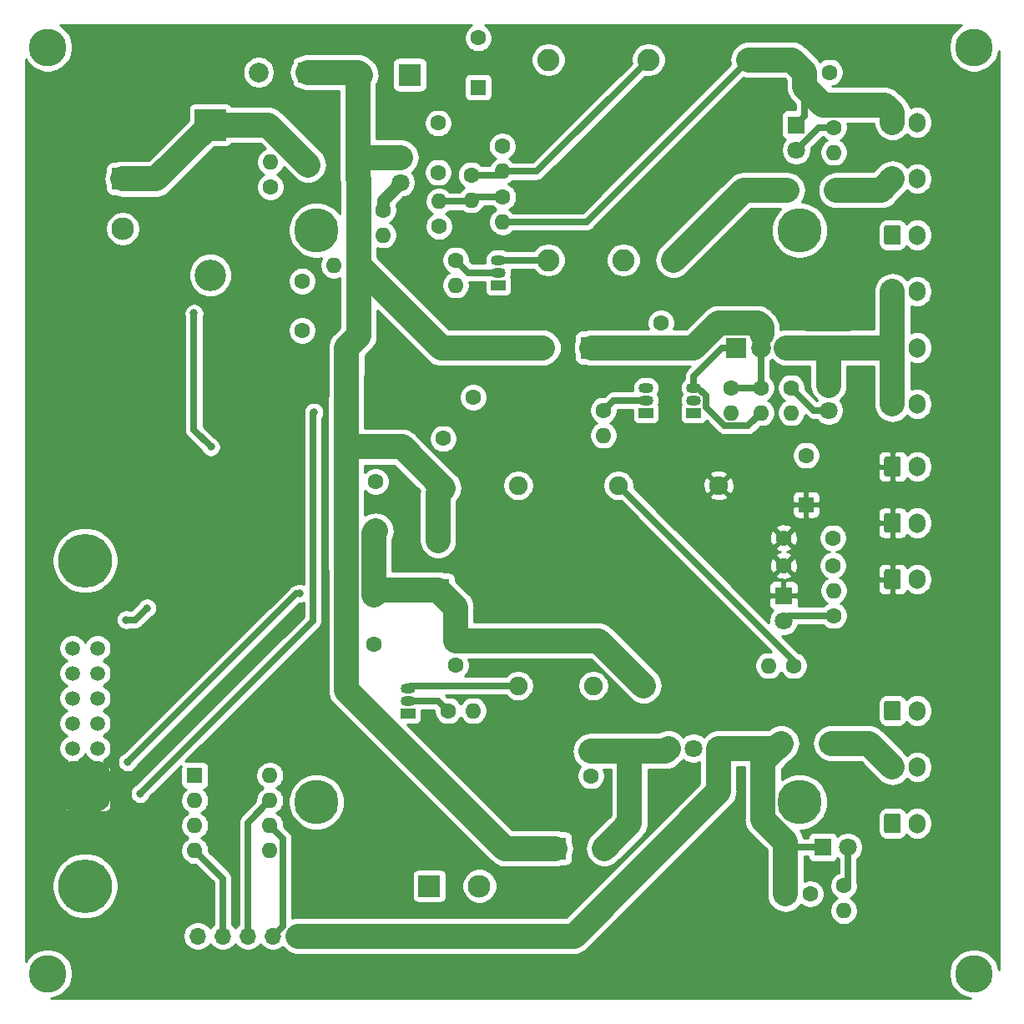
<source format=gbl>
G04 #@! TF.GenerationSoftware,KiCad,Pcbnew,(5.1.5)-3*
G04 #@! TF.CreationDate,2020-02-19T08:51:59-05:00*
G04 #@! TF.ProjectId,psu-pcb,7073752d-7063-4622-9e6b-696361645f70,rev?*
G04 #@! TF.SameCoordinates,Original*
G04 #@! TF.FileFunction,Copper,L2,Bot*
G04 #@! TF.FilePolarity,Positive*
%FSLAX46Y46*%
G04 Gerber Fmt 4.6, Leading zero omitted, Abs format (unit mm)*
G04 Created by KiCad (PCBNEW (5.1.5)-3) date 2020-02-19 08:51:59*
%MOMM*%
%LPD*%
G04 APERTURE LIST*
%ADD10O,1.700000X1.700000*%
%ADD11R,1.700000X1.700000*%
%ADD12O,1.600000X1.600000*%
%ADD13C,1.600000*%
%ADD14C,1.900000*%
%ADD15R,1.500000X1.050000*%
%ADD16O,1.500000X1.050000*%
%ADD17C,2.000000*%
%ADD18C,1.800000*%
%ADD19R,1.800000X1.800000*%
%ADD20O,1.700000X2.000000*%
%ADD21C,0.100000*%
%ADD22R,1.600000X1.600000*%
%ADD23R,2.000000X2.000000*%
%ADD24C,2.300000*%
%ADD25R,2.300000X2.300000*%
%ADD26C,2.250000*%
%ADD27C,5.460000*%
%ADD28R,1.520000X1.520000*%
%ADD29C,1.520000*%
%ADD30R,3.200000X3.200000*%
%ADD31O,3.200000X3.200000*%
%ADD32R,2.200000X2.200000*%
%ADD33C,3.810000*%
%ADD34C,4.500000*%
%ADD35C,0.800000*%
%ADD36C,2.540000*%
%ADD37C,0.635000*%
%ADD38C,1.270000*%
%ADD39C,0.254000*%
G04 APERTURE END LIST*
D10*
X38100000Y-113030000D03*
X40640000Y-113030000D03*
X43180000Y-113030000D03*
X45720000Y-113030000D03*
D11*
X48260000Y-113030000D03*
D12*
X68986400Y-35458400D03*
D13*
X68986400Y-32918400D03*
D14*
X70612000Y-87630000D03*
X70612000Y-67310000D03*
X80772000Y-67310000D03*
X90932000Y-67310000D03*
X78232000Y-87630000D03*
X83312000Y-87630000D03*
D12*
X102616000Y-33528000D03*
D13*
X102616000Y-30988000D03*
D12*
X102616000Y-77978000D03*
D13*
X102616000Y-80518000D03*
D12*
X98298000Y-59944000D03*
D13*
X98298000Y-57404000D03*
D12*
X95250000Y-59944000D03*
D13*
X95250000Y-57404000D03*
D12*
X92202000Y-59944000D03*
D13*
X92202000Y-57404000D03*
D12*
X66040000Y-90170000D03*
D13*
X63500000Y-90170000D03*
D12*
X64262000Y-46990000D03*
D13*
X64262000Y-44450000D03*
D12*
X79248000Y-62230000D03*
D13*
X79248000Y-59690000D03*
D12*
X103632000Y-110464600D03*
D13*
X103632000Y-107924600D03*
D12*
X96012000Y-85598000D03*
D13*
X98552000Y-85598000D03*
D12*
X69037200Y-40589200D03*
D13*
X69037200Y-38049200D03*
D12*
X62585600Y-38506400D03*
D13*
X62585600Y-41046400D03*
D12*
X65836800Y-38354000D03*
D13*
X65836800Y-35814000D03*
D12*
X45466000Y-34493200D03*
D13*
X45466000Y-37033200D03*
D12*
X51892200Y-44983400D03*
D13*
X54432200Y-44983400D03*
D12*
X56896000Y-41910000D03*
D13*
X56896000Y-39370000D03*
D15*
X88392000Y-59944000D03*
D16*
X88392000Y-57404000D03*
X88392000Y-58674000D03*
D15*
X83566000Y-59944000D03*
D16*
X83566000Y-57404000D03*
X83566000Y-58674000D03*
D15*
X68580000Y-46990000D03*
D16*
X68580000Y-44450000D03*
X68580000Y-45720000D03*
D15*
X59436000Y-90424000D03*
D16*
X59436000Y-87884000D03*
X59436000Y-89154000D03*
D17*
X102362000Y-93472000D03*
X97282000Y-93472000D03*
X54356000Y-34798000D03*
X49276000Y-34798000D03*
D18*
X104038400Y-104013000D03*
D19*
X101498400Y-104013000D03*
D18*
X97536000Y-81026000D03*
D19*
X97536000Y-78486000D03*
D18*
X98806000Y-33274000D03*
D19*
X98806000Y-30734000D03*
D18*
X102108000Y-59690000D03*
D19*
X102108000Y-57150000D03*
D18*
X58674000Y-36576000D03*
D19*
X58674000Y-34036000D03*
D13*
X102536000Y-75438000D03*
X97536000Y-75438000D03*
X102536000Y-72644000D03*
X97536000Y-72644000D03*
X102891600Y-37363400D03*
X97891600Y-37363400D03*
X56134000Y-66932800D03*
X56134000Y-71932800D03*
X62484000Y-35560000D03*
X62484000Y-30560000D03*
X55930800Y-83413600D03*
X55930800Y-78413600D03*
X48691800Y-51587400D03*
X48691800Y-46587400D03*
D20*
X111085000Y-65405000D03*
G04 #@! TA.AperFunction,ComponentPad*
D21*
G36*
X109209504Y-64406204D02*
G01*
X109233773Y-64409804D01*
X109257571Y-64415765D01*
X109280671Y-64424030D01*
X109302849Y-64434520D01*
X109323893Y-64447133D01*
X109343598Y-64461747D01*
X109361777Y-64478223D01*
X109378253Y-64496402D01*
X109392867Y-64516107D01*
X109405480Y-64537151D01*
X109415970Y-64559329D01*
X109424235Y-64582429D01*
X109430196Y-64606227D01*
X109433796Y-64630496D01*
X109435000Y-64655000D01*
X109435000Y-66155000D01*
X109433796Y-66179504D01*
X109430196Y-66203773D01*
X109424235Y-66227571D01*
X109415970Y-66250671D01*
X109405480Y-66272849D01*
X109392867Y-66293893D01*
X109378253Y-66313598D01*
X109361777Y-66331777D01*
X109343598Y-66348253D01*
X109323893Y-66362867D01*
X109302849Y-66375480D01*
X109280671Y-66385970D01*
X109257571Y-66394235D01*
X109233773Y-66400196D01*
X109209504Y-66403796D01*
X109185000Y-66405000D01*
X107985000Y-66405000D01*
X107960496Y-66403796D01*
X107936227Y-66400196D01*
X107912429Y-66394235D01*
X107889329Y-66385970D01*
X107867151Y-66375480D01*
X107846107Y-66362867D01*
X107826402Y-66348253D01*
X107808223Y-66331777D01*
X107791747Y-66313598D01*
X107777133Y-66293893D01*
X107764520Y-66272849D01*
X107754030Y-66250671D01*
X107745765Y-66227571D01*
X107739804Y-66203773D01*
X107736204Y-66179504D01*
X107735000Y-66155000D01*
X107735000Y-64655000D01*
X107736204Y-64630496D01*
X107739804Y-64606227D01*
X107745765Y-64582429D01*
X107754030Y-64559329D01*
X107764520Y-64537151D01*
X107777133Y-64516107D01*
X107791747Y-64496402D01*
X107808223Y-64478223D01*
X107826402Y-64461747D01*
X107846107Y-64447133D01*
X107867151Y-64434520D01*
X107889329Y-64424030D01*
X107912429Y-64415765D01*
X107936227Y-64409804D01*
X107960496Y-64406204D01*
X107985000Y-64405000D01*
X109185000Y-64405000D01*
X109209504Y-64406204D01*
G37*
G04 #@! TD.AperFunction*
D20*
X111085000Y-71120000D03*
G04 #@! TA.AperFunction,ComponentPad*
D21*
G36*
X109209504Y-70121204D02*
G01*
X109233773Y-70124804D01*
X109257571Y-70130765D01*
X109280671Y-70139030D01*
X109302849Y-70149520D01*
X109323893Y-70162133D01*
X109343598Y-70176747D01*
X109361777Y-70193223D01*
X109378253Y-70211402D01*
X109392867Y-70231107D01*
X109405480Y-70252151D01*
X109415970Y-70274329D01*
X109424235Y-70297429D01*
X109430196Y-70321227D01*
X109433796Y-70345496D01*
X109435000Y-70370000D01*
X109435000Y-71870000D01*
X109433796Y-71894504D01*
X109430196Y-71918773D01*
X109424235Y-71942571D01*
X109415970Y-71965671D01*
X109405480Y-71987849D01*
X109392867Y-72008893D01*
X109378253Y-72028598D01*
X109361777Y-72046777D01*
X109343598Y-72063253D01*
X109323893Y-72077867D01*
X109302849Y-72090480D01*
X109280671Y-72100970D01*
X109257571Y-72109235D01*
X109233773Y-72115196D01*
X109209504Y-72118796D01*
X109185000Y-72120000D01*
X107985000Y-72120000D01*
X107960496Y-72118796D01*
X107936227Y-72115196D01*
X107912429Y-72109235D01*
X107889329Y-72100970D01*
X107867151Y-72090480D01*
X107846107Y-72077867D01*
X107826402Y-72063253D01*
X107808223Y-72046777D01*
X107791747Y-72028598D01*
X107777133Y-72008893D01*
X107764520Y-71987849D01*
X107754030Y-71965671D01*
X107745765Y-71942571D01*
X107739804Y-71918773D01*
X107736204Y-71894504D01*
X107735000Y-71870000D01*
X107735000Y-70370000D01*
X107736204Y-70345496D01*
X107739804Y-70321227D01*
X107745765Y-70297429D01*
X107754030Y-70274329D01*
X107764520Y-70252151D01*
X107777133Y-70231107D01*
X107791747Y-70211402D01*
X107808223Y-70193223D01*
X107826402Y-70176747D01*
X107846107Y-70162133D01*
X107867151Y-70149520D01*
X107889329Y-70139030D01*
X107912429Y-70130765D01*
X107936227Y-70124804D01*
X107960496Y-70121204D01*
X107985000Y-70120000D01*
X109185000Y-70120000D01*
X109209504Y-70121204D01*
G37*
G04 #@! TD.AperFunction*
D20*
X111085000Y-76835000D03*
G04 #@! TA.AperFunction,ComponentPad*
D21*
G36*
X109209504Y-75836204D02*
G01*
X109233773Y-75839804D01*
X109257571Y-75845765D01*
X109280671Y-75854030D01*
X109302849Y-75864520D01*
X109323893Y-75877133D01*
X109343598Y-75891747D01*
X109361777Y-75908223D01*
X109378253Y-75926402D01*
X109392867Y-75946107D01*
X109405480Y-75967151D01*
X109415970Y-75989329D01*
X109424235Y-76012429D01*
X109430196Y-76036227D01*
X109433796Y-76060496D01*
X109435000Y-76085000D01*
X109435000Y-77585000D01*
X109433796Y-77609504D01*
X109430196Y-77633773D01*
X109424235Y-77657571D01*
X109415970Y-77680671D01*
X109405480Y-77702849D01*
X109392867Y-77723893D01*
X109378253Y-77743598D01*
X109361777Y-77761777D01*
X109343598Y-77778253D01*
X109323893Y-77792867D01*
X109302849Y-77805480D01*
X109280671Y-77815970D01*
X109257571Y-77824235D01*
X109233773Y-77830196D01*
X109209504Y-77833796D01*
X109185000Y-77835000D01*
X107985000Y-77835000D01*
X107960496Y-77833796D01*
X107936227Y-77830196D01*
X107912429Y-77824235D01*
X107889329Y-77815970D01*
X107867151Y-77805480D01*
X107846107Y-77792867D01*
X107826402Y-77778253D01*
X107808223Y-77761777D01*
X107791747Y-77743598D01*
X107777133Y-77723893D01*
X107764520Y-77702849D01*
X107754030Y-77680671D01*
X107745765Y-77657571D01*
X107739804Y-77633773D01*
X107736204Y-77609504D01*
X107735000Y-77585000D01*
X107735000Y-76085000D01*
X107736204Y-76060496D01*
X107739804Y-76036227D01*
X107745765Y-76012429D01*
X107754030Y-75989329D01*
X107764520Y-75967151D01*
X107777133Y-75946107D01*
X107791747Y-75926402D01*
X107808223Y-75908223D01*
X107826402Y-75891747D01*
X107846107Y-75877133D01*
X107867151Y-75864520D01*
X107889329Y-75854030D01*
X107912429Y-75845765D01*
X107936227Y-75839804D01*
X107960496Y-75836204D01*
X107985000Y-75835000D01*
X109185000Y-75835000D01*
X109209504Y-75836204D01*
G37*
G04 #@! TD.AperFunction*
D20*
X111085000Y-41910000D03*
G04 #@! TA.AperFunction,ComponentPad*
D21*
G36*
X109209504Y-40911204D02*
G01*
X109233773Y-40914804D01*
X109257571Y-40920765D01*
X109280671Y-40929030D01*
X109302849Y-40939520D01*
X109323893Y-40952133D01*
X109343598Y-40966747D01*
X109361777Y-40983223D01*
X109378253Y-41001402D01*
X109392867Y-41021107D01*
X109405480Y-41042151D01*
X109415970Y-41064329D01*
X109424235Y-41087429D01*
X109430196Y-41111227D01*
X109433796Y-41135496D01*
X109435000Y-41160000D01*
X109435000Y-42660000D01*
X109433796Y-42684504D01*
X109430196Y-42708773D01*
X109424235Y-42732571D01*
X109415970Y-42755671D01*
X109405480Y-42777849D01*
X109392867Y-42798893D01*
X109378253Y-42818598D01*
X109361777Y-42836777D01*
X109343598Y-42853253D01*
X109323893Y-42867867D01*
X109302849Y-42880480D01*
X109280671Y-42890970D01*
X109257571Y-42899235D01*
X109233773Y-42905196D01*
X109209504Y-42908796D01*
X109185000Y-42910000D01*
X107985000Y-42910000D01*
X107960496Y-42908796D01*
X107936227Y-42905196D01*
X107912429Y-42899235D01*
X107889329Y-42890970D01*
X107867151Y-42880480D01*
X107846107Y-42867867D01*
X107826402Y-42853253D01*
X107808223Y-42836777D01*
X107791747Y-42818598D01*
X107777133Y-42798893D01*
X107764520Y-42777849D01*
X107754030Y-42755671D01*
X107745765Y-42732571D01*
X107739804Y-42708773D01*
X107736204Y-42684504D01*
X107735000Y-42660000D01*
X107735000Y-41160000D01*
X107736204Y-41135496D01*
X107739804Y-41111227D01*
X107745765Y-41087429D01*
X107754030Y-41064329D01*
X107764520Y-41042151D01*
X107777133Y-41021107D01*
X107791747Y-41001402D01*
X107808223Y-40983223D01*
X107826402Y-40966747D01*
X107846107Y-40952133D01*
X107867151Y-40939520D01*
X107889329Y-40929030D01*
X107912429Y-40920765D01*
X107936227Y-40914804D01*
X107960496Y-40911204D01*
X107985000Y-40910000D01*
X109185000Y-40910000D01*
X109209504Y-40911204D01*
G37*
G04 #@! TD.AperFunction*
D20*
X111085000Y-36195000D03*
G04 #@! TA.AperFunction,ComponentPad*
D21*
G36*
X109209504Y-35196204D02*
G01*
X109233773Y-35199804D01*
X109257571Y-35205765D01*
X109280671Y-35214030D01*
X109302849Y-35224520D01*
X109323893Y-35237133D01*
X109343598Y-35251747D01*
X109361777Y-35268223D01*
X109378253Y-35286402D01*
X109392867Y-35306107D01*
X109405480Y-35327151D01*
X109415970Y-35349329D01*
X109424235Y-35372429D01*
X109430196Y-35396227D01*
X109433796Y-35420496D01*
X109435000Y-35445000D01*
X109435000Y-36945000D01*
X109433796Y-36969504D01*
X109430196Y-36993773D01*
X109424235Y-37017571D01*
X109415970Y-37040671D01*
X109405480Y-37062849D01*
X109392867Y-37083893D01*
X109378253Y-37103598D01*
X109361777Y-37121777D01*
X109343598Y-37138253D01*
X109323893Y-37152867D01*
X109302849Y-37165480D01*
X109280671Y-37175970D01*
X109257571Y-37184235D01*
X109233773Y-37190196D01*
X109209504Y-37193796D01*
X109185000Y-37195000D01*
X107985000Y-37195000D01*
X107960496Y-37193796D01*
X107936227Y-37190196D01*
X107912429Y-37184235D01*
X107889329Y-37175970D01*
X107867151Y-37165480D01*
X107846107Y-37152867D01*
X107826402Y-37138253D01*
X107808223Y-37121777D01*
X107791747Y-37103598D01*
X107777133Y-37083893D01*
X107764520Y-37062849D01*
X107754030Y-37040671D01*
X107745765Y-37017571D01*
X107739804Y-36993773D01*
X107736204Y-36969504D01*
X107735000Y-36945000D01*
X107735000Y-35445000D01*
X107736204Y-35420496D01*
X107739804Y-35396227D01*
X107745765Y-35372429D01*
X107754030Y-35349329D01*
X107764520Y-35327151D01*
X107777133Y-35306107D01*
X107791747Y-35286402D01*
X107808223Y-35268223D01*
X107826402Y-35251747D01*
X107846107Y-35237133D01*
X107867151Y-35224520D01*
X107889329Y-35214030D01*
X107912429Y-35205765D01*
X107936227Y-35199804D01*
X107960496Y-35196204D01*
X107985000Y-35195000D01*
X109185000Y-35195000D01*
X109209504Y-35196204D01*
G37*
G04 #@! TD.AperFunction*
D20*
X111085000Y-30480000D03*
G04 #@! TA.AperFunction,ComponentPad*
D21*
G36*
X109209504Y-29481204D02*
G01*
X109233773Y-29484804D01*
X109257571Y-29490765D01*
X109280671Y-29499030D01*
X109302849Y-29509520D01*
X109323893Y-29522133D01*
X109343598Y-29536747D01*
X109361777Y-29553223D01*
X109378253Y-29571402D01*
X109392867Y-29591107D01*
X109405480Y-29612151D01*
X109415970Y-29634329D01*
X109424235Y-29657429D01*
X109430196Y-29681227D01*
X109433796Y-29705496D01*
X109435000Y-29730000D01*
X109435000Y-31230000D01*
X109433796Y-31254504D01*
X109430196Y-31278773D01*
X109424235Y-31302571D01*
X109415970Y-31325671D01*
X109405480Y-31347849D01*
X109392867Y-31368893D01*
X109378253Y-31388598D01*
X109361777Y-31406777D01*
X109343598Y-31423253D01*
X109323893Y-31437867D01*
X109302849Y-31450480D01*
X109280671Y-31460970D01*
X109257571Y-31469235D01*
X109233773Y-31475196D01*
X109209504Y-31478796D01*
X109185000Y-31480000D01*
X107985000Y-31480000D01*
X107960496Y-31478796D01*
X107936227Y-31475196D01*
X107912429Y-31469235D01*
X107889329Y-31460970D01*
X107867151Y-31450480D01*
X107846107Y-31437867D01*
X107826402Y-31423253D01*
X107808223Y-31406777D01*
X107791747Y-31388598D01*
X107777133Y-31368893D01*
X107764520Y-31347849D01*
X107754030Y-31325671D01*
X107745765Y-31302571D01*
X107739804Y-31278773D01*
X107736204Y-31254504D01*
X107735000Y-31230000D01*
X107735000Y-29730000D01*
X107736204Y-29705496D01*
X107739804Y-29681227D01*
X107745765Y-29657429D01*
X107754030Y-29634329D01*
X107764520Y-29612151D01*
X107777133Y-29591107D01*
X107791747Y-29571402D01*
X107808223Y-29553223D01*
X107826402Y-29536747D01*
X107846107Y-29522133D01*
X107867151Y-29509520D01*
X107889329Y-29499030D01*
X107912429Y-29490765D01*
X107936227Y-29484804D01*
X107960496Y-29481204D01*
X107985000Y-29480000D01*
X109185000Y-29480000D01*
X109209504Y-29481204D01*
G37*
G04 #@! TD.AperFunction*
D20*
X111085000Y-59055000D03*
G04 #@! TA.AperFunction,ComponentPad*
D21*
G36*
X109209504Y-58056204D02*
G01*
X109233773Y-58059804D01*
X109257571Y-58065765D01*
X109280671Y-58074030D01*
X109302849Y-58084520D01*
X109323893Y-58097133D01*
X109343598Y-58111747D01*
X109361777Y-58128223D01*
X109378253Y-58146402D01*
X109392867Y-58166107D01*
X109405480Y-58187151D01*
X109415970Y-58209329D01*
X109424235Y-58232429D01*
X109430196Y-58256227D01*
X109433796Y-58280496D01*
X109435000Y-58305000D01*
X109435000Y-59805000D01*
X109433796Y-59829504D01*
X109430196Y-59853773D01*
X109424235Y-59877571D01*
X109415970Y-59900671D01*
X109405480Y-59922849D01*
X109392867Y-59943893D01*
X109378253Y-59963598D01*
X109361777Y-59981777D01*
X109343598Y-59998253D01*
X109323893Y-60012867D01*
X109302849Y-60025480D01*
X109280671Y-60035970D01*
X109257571Y-60044235D01*
X109233773Y-60050196D01*
X109209504Y-60053796D01*
X109185000Y-60055000D01*
X107985000Y-60055000D01*
X107960496Y-60053796D01*
X107936227Y-60050196D01*
X107912429Y-60044235D01*
X107889329Y-60035970D01*
X107867151Y-60025480D01*
X107846107Y-60012867D01*
X107826402Y-59998253D01*
X107808223Y-59981777D01*
X107791747Y-59963598D01*
X107777133Y-59943893D01*
X107764520Y-59922849D01*
X107754030Y-59900671D01*
X107745765Y-59877571D01*
X107739804Y-59853773D01*
X107736204Y-59829504D01*
X107735000Y-59805000D01*
X107735000Y-58305000D01*
X107736204Y-58280496D01*
X107739804Y-58256227D01*
X107745765Y-58232429D01*
X107754030Y-58209329D01*
X107764520Y-58187151D01*
X107777133Y-58166107D01*
X107791747Y-58146402D01*
X107808223Y-58128223D01*
X107826402Y-58111747D01*
X107846107Y-58097133D01*
X107867151Y-58084520D01*
X107889329Y-58074030D01*
X107912429Y-58065765D01*
X107936227Y-58059804D01*
X107960496Y-58056204D01*
X107985000Y-58055000D01*
X109185000Y-58055000D01*
X109209504Y-58056204D01*
G37*
G04 #@! TD.AperFunction*
D20*
X111085000Y-47625000D03*
G04 #@! TA.AperFunction,ComponentPad*
D21*
G36*
X109209504Y-46626204D02*
G01*
X109233773Y-46629804D01*
X109257571Y-46635765D01*
X109280671Y-46644030D01*
X109302849Y-46654520D01*
X109323893Y-46667133D01*
X109343598Y-46681747D01*
X109361777Y-46698223D01*
X109378253Y-46716402D01*
X109392867Y-46736107D01*
X109405480Y-46757151D01*
X109415970Y-46779329D01*
X109424235Y-46802429D01*
X109430196Y-46826227D01*
X109433796Y-46850496D01*
X109435000Y-46875000D01*
X109435000Y-48375000D01*
X109433796Y-48399504D01*
X109430196Y-48423773D01*
X109424235Y-48447571D01*
X109415970Y-48470671D01*
X109405480Y-48492849D01*
X109392867Y-48513893D01*
X109378253Y-48533598D01*
X109361777Y-48551777D01*
X109343598Y-48568253D01*
X109323893Y-48582867D01*
X109302849Y-48595480D01*
X109280671Y-48605970D01*
X109257571Y-48614235D01*
X109233773Y-48620196D01*
X109209504Y-48623796D01*
X109185000Y-48625000D01*
X107985000Y-48625000D01*
X107960496Y-48623796D01*
X107936227Y-48620196D01*
X107912429Y-48614235D01*
X107889329Y-48605970D01*
X107867151Y-48595480D01*
X107846107Y-48582867D01*
X107826402Y-48568253D01*
X107808223Y-48551777D01*
X107791747Y-48533598D01*
X107777133Y-48513893D01*
X107764520Y-48492849D01*
X107754030Y-48470671D01*
X107745765Y-48447571D01*
X107739804Y-48423773D01*
X107736204Y-48399504D01*
X107735000Y-48375000D01*
X107735000Y-46875000D01*
X107736204Y-46850496D01*
X107739804Y-46826227D01*
X107745765Y-46802429D01*
X107754030Y-46779329D01*
X107764520Y-46757151D01*
X107777133Y-46736107D01*
X107791747Y-46716402D01*
X107808223Y-46698223D01*
X107826402Y-46681747D01*
X107846107Y-46667133D01*
X107867151Y-46654520D01*
X107889329Y-46644030D01*
X107912429Y-46635765D01*
X107936227Y-46629804D01*
X107960496Y-46626204D01*
X107985000Y-46625000D01*
X109185000Y-46625000D01*
X109209504Y-46626204D01*
G37*
G04 #@! TD.AperFunction*
D20*
X111085000Y-53340000D03*
G04 #@! TA.AperFunction,ComponentPad*
D21*
G36*
X109209504Y-52341204D02*
G01*
X109233773Y-52344804D01*
X109257571Y-52350765D01*
X109280671Y-52359030D01*
X109302849Y-52369520D01*
X109323893Y-52382133D01*
X109343598Y-52396747D01*
X109361777Y-52413223D01*
X109378253Y-52431402D01*
X109392867Y-52451107D01*
X109405480Y-52472151D01*
X109415970Y-52494329D01*
X109424235Y-52517429D01*
X109430196Y-52541227D01*
X109433796Y-52565496D01*
X109435000Y-52590000D01*
X109435000Y-54090000D01*
X109433796Y-54114504D01*
X109430196Y-54138773D01*
X109424235Y-54162571D01*
X109415970Y-54185671D01*
X109405480Y-54207849D01*
X109392867Y-54228893D01*
X109378253Y-54248598D01*
X109361777Y-54266777D01*
X109343598Y-54283253D01*
X109323893Y-54297867D01*
X109302849Y-54310480D01*
X109280671Y-54320970D01*
X109257571Y-54329235D01*
X109233773Y-54335196D01*
X109209504Y-54338796D01*
X109185000Y-54340000D01*
X107985000Y-54340000D01*
X107960496Y-54338796D01*
X107936227Y-54335196D01*
X107912429Y-54329235D01*
X107889329Y-54320970D01*
X107867151Y-54310480D01*
X107846107Y-54297867D01*
X107826402Y-54283253D01*
X107808223Y-54266777D01*
X107791747Y-54248598D01*
X107777133Y-54228893D01*
X107764520Y-54207849D01*
X107754030Y-54185671D01*
X107745765Y-54162571D01*
X107739804Y-54138773D01*
X107736204Y-54114504D01*
X107735000Y-54090000D01*
X107735000Y-52590000D01*
X107736204Y-52565496D01*
X107739804Y-52541227D01*
X107745765Y-52517429D01*
X107754030Y-52494329D01*
X107764520Y-52472151D01*
X107777133Y-52451107D01*
X107791747Y-52431402D01*
X107808223Y-52413223D01*
X107826402Y-52396747D01*
X107846107Y-52382133D01*
X107867151Y-52369520D01*
X107889329Y-52359030D01*
X107912429Y-52350765D01*
X107936227Y-52344804D01*
X107960496Y-52341204D01*
X107985000Y-52340000D01*
X109185000Y-52340000D01*
X109209504Y-52341204D01*
G37*
G04 #@! TD.AperFunction*
D20*
X111085000Y-101600000D03*
G04 #@! TA.AperFunction,ComponentPad*
D21*
G36*
X109209504Y-100601204D02*
G01*
X109233773Y-100604804D01*
X109257571Y-100610765D01*
X109280671Y-100619030D01*
X109302849Y-100629520D01*
X109323893Y-100642133D01*
X109343598Y-100656747D01*
X109361777Y-100673223D01*
X109378253Y-100691402D01*
X109392867Y-100711107D01*
X109405480Y-100732151D01*
X109415970Y-100754329D01*
X109424235Y-100777429D01*
X109430196Y-100801227D01*
X109433796Y-100825496D01*
X109435000Y-100850000D01*
X109435000Y-102350000D01*
X109433796Y-102374504D01*
X109430196Y-102398773D01*
X109424235Y-102422571D01*
X109415970Y-102445671D01*
X109405480Y-102467849D01*
X109392867Y-102488893D01*
X109378253Y-102508598D01*
X109361777Y-102526777D01*
X109343598Y-102543253D01*
X109323893Y-102557867D01*
X109302849Y-102570480D01*
X109280671Y-102580970D01*
X109257571Y-102589235D01*
X109233773Y-102595196D01*
X109209504Y-102598796D01*
X109185000Y-102600000D01*
X107985000Y-102600000D01*
X107960496Y-102598796D01*
X107936227Y-102595196D01*
X107912429Y-102589235D01*
X107889329Y-102580970D01*
X107867151Y-102570480D01*
X107846107Y-102557867D01*
X107826402Y-102543253D01*
X107808223Y-102526777D01*
X107791747Y-102508598D01*
X107777133Y-102488893D01*
X107764520Y-102467849D01*
X107754030Y-102445671D01*
X107745765Y-102422571D01*
X107739804Y-102398773D01*
X107736204Y-102374504D01*
X107735000Y-102350000D01*
X107735000Y-100850000D01*
X107736204Y-100825496D01*
X107739804Y-100801227D01*
X107745765Y-100777429D01*
X107754030Y-100754329D01*
X107764520Y-100732151D01*
X107777133Y-100711107D01*
X107791747Y-100691402D01*
X107808223Y-100673223D01*
X107826402Y-100656747D01*
X107846107Y-100642133D01*
X107867151Y-100629520D01*
X107889329Y-100619030D01*
X107912429Y-100610765D01*
X107936227Y-100604804D01*
X107960496Y-100601204D01*
X107985000Y-100600000D01*
X109185000Y-100600000D01*
X109209504Y-100601204D01*
G37*
G04 #@! TD.AperFunction*
D20*
X111085000Y-95885000D03*
G04 #@! TA.AperFunction,ComponentPad*
D21*
G36*
X109209504Y-94886204D02*
G01*
X109233773Y-94889804D01*
X109257571Y-94895765D01*
X109280671Y-94904030D01*
X109302849Y-94914520D01*
X109323893Y-94927133D01*
X109343598Y-94941747D01*
X109361777Y-94958223D01*
X109378253Y-94976402D01*
X109392867Y-94996107D01*
X109405480Y-95017151D01*
X109415970Y-95039329D01*
X109424235Y-95062429D01*
X109430196Y-95086227D01*
X109433796Y-95110496D01*
X109435000Y-95135000D01*
X109435000Y-96635000D01*
X109433796Y-96659504D01*
X109430196Y-96683773D01*
X109424235Y-96707571D01*
X109415970Y-96730671D01*
X109405480Y-96752849D01*
X109392867Y-96773893D01*
X109378253Y-96793598D01*
X109361777Y-96811777D01*
X109343598Y-96828253D01*
X109323893Y-96842867D01*
X109302849Y-96855480D01*
X109280671Y-96865970D01*
X109257571Y-96874235D01*
X109233773Y-96880196D01*
X109209504Y-96883796D01*
X109185000Y-96885000D01*
X107985000Y-96885000D01*
X107960496Y-96883796D01*
X107936227Y-96880196D01*
X107912429Y-96874235D01*
X107889329Y-96865970D01*
X107867151Y-96855480D01*
X107846107Y-96842867D01*
X107826402Y-96828253D01*
X107808223Y-96811777D01*
X107791747Y-96793598D01*
X107777133Y-96773893D01*
X107764520Y-96752849D01*
X107754030Y-96730671D01*
X107745765Y-96707571D01*
X107739804Y-96683773D01*
X107736204Y-96659504D01*
X107735000Y-96635000D01*
X107735000Y-95135000D01*
X107736204Y-95110496D01*
X107739804Y-95086227D01*
X107745765Y-95062429D01*
X107754030Y-95039329D01*
X107764520Y-95017151D01*
X107777133Y-94996107D01*
X107791747Y-94976402D01*
X107808223Y-94958223D01*
X107826402Y-94941747D01*
X107846107Y-94927133D01*
X107867151Y-94914520D01*
X107889329Y-94904030D01*
X107912429Y-94895765D01*
X107936227Y-94889804D01*
X107960496Y-94886204D01*
X107985000Y-94885000D01*
X109185000Y-94885000D01*
X109209504Y-94886204D01*
G37*
G04 #@! TD.AperFunction*
D20*
X111085000Y-90170000D03*
G04 #@! TA.AperFunction,ComponentPad*
D21*
G36*
X109209504Y-89171204D02*
G01*
X109233773Y-89174804D01*
X109257571Y-89180765D01*
X109280671Y-89189030D01*
X109302849Y-89199520D01*
X109323893Y-89212133D01*
X109343598Y-89226747D01*
X109361777Y-89243223D01*
X109378253Y-89261402D01*
X109392867Y-89281107D01*
X109405480Y-89302151D01*
X109415970Y-89324329D01*
X109424235Y-89347429D01*
X109430196Y-89371227D01*
X109433796Y-89395496D01*
X109435000Y-89420000D01*
X109435000Y-90920000D01*
X109433796Y-90944504D01*
X109430196Y-90968773D01*
X109424235Y-90992571D01*
X109415970Y-91015671D01*
X109405480Y-91037849D01*
X109392867Y-91058893D01*
X109378253Y-91078598D01*
X109361777Y-91096777D01*
X109343598Y-91113253D01*
X109323893Y-91127867D01*
X109302849Y-91140480D01*
X109280671Y-91150970D01*
X109257571Y-91159235D01*
X109233773Y-91165196D01*
X109209504Y-91168796D01*
X109185000Y-91170000D01*
X107985000Y-91170000D01*
X107960496Y-91168796D01*
X107936227Y-91165196D01*
X107912429Y-91159235D01*
X107889329Y-91150970D01*
X107867151Y-91140480D01*
X107846107Y-91127867D01*
X107826402Y-91113253D01*
X107808223Y-91096777D01*
X107791747Y-91078598D01*
X107777133Y-91058893D01*
X107764520Y-91037849D01*
X107754030Y-91015671D01*
X107745765Y-90992571D01*
X107739804Y-90968773D01*
X107736204Y-90944504D01*
X107735000Y-90920000D01*
X107735000Y-89420000D01*
X107736204Y-89395496D01*
X107739804Y-89371227D01*
X107745765Y-89347429D01*
X107754030Y-89324329D01*
X107764520Y-89302151D01*
X107777133Y-89281107D01*
X107791747Y-89261402D01*
X107808223Y-89243223D01*
X107826402Y-89226747D01*
X107846107Y-89212133D01*
X107867151Y-89199520D01*
X107889329Y-89189030D01*
X107912429Y-89180765D01*
X107936227Y-89174804D01*
X107960496Y-89171204D01*
X107985000Y-89170000D01*
X109185000Y-89170000D01*
X109209504Y-89171204D01*
G37*
G04 #@! TD.AperFunction*
D13*
X85090000Y-50840000D03*
D22*
X85090000Y-53340000D03*
D13*
X66040000Y-58380000D03*
D22*
X66040000Y-53380000D03*
D13*
X64262000Y-85558000D03*
D22*
X64262000Y-83058000D03*
D17*
X44276000Y-25400000D03*
D23*
X49276000Y-25400000D03*
D13*
X62992000Y-62564000D03*
D22*
X62992000Y-67564000D03*
D13*
X99822000Y-64262000D03*
D22*
X99822000Y-69262000D03*
D13*
X102195000Y-25400000D03*
D22*
X99695000Y-25400000D03*
D13*
X66548000Y-21924000D03*
D22*
X66548000Y-26924000D03*
D13*
X100228400Y-108762800D03*
D22*
X97728400Y-108762800D03*
D13*
X77978000Y-96774000D03*
D22*
X77978000Y-94274000D03*
D19*
X85852000Y-93980000D03*
D18*
X88392000Y-93980000D03*
X90932000Y-93980000D03*
D24*
X79335000Y-104140000D03*
D25*
X74335000Y-104140000D03*
D26*
X73660000Y-44450000D03*
X81280000Y-44450000D03*
X86360000Y-44450000D03*
X93980000Y-24130000D03*
X83820000Y-24130000D03*
X73660000Y-24130000D03*
D27*
X26670000Y-107950000D03*
X26670000Y-74930000D03*
D28*
X27940000Y-99060000D03*
D29*
X25400000Y-99060000D03*
X27940000Y-96520000D03*
X25400000Y-96520000D03*
X27940000Y-93980000D03*
X25400000Y-93980000D03*
X27940000Y-91440000D03*
X25400000Y-91440000D03*
X27940000Y-88900000D03*
X25400000Y-88900000D03*
X27940000Y-86360000D03*
X25400000Y-86360000D03*
X27940000Y-83820000D03*
X25400000Y-83820000D03*
D30*
X39370000Y-30734000D03*
D31*
X39370000Y-45974000D03*
D22*
X37795200Y-96748600D03*
D12*
X45415200Y-104368600D03*
X37795200Y-99288600D03*
X45415200Y-101828600D03*
X37795200Y-101828600D03*
X45415200Y-99288600D03*
X37795200Y-104368600D03*
X45415200Y-96748600D03*
D25*
X62484000Y-77898000D03*
D24*
X62484000Y-72898000D03*
X54610000Y-25654000D03*
D25*
X59610000Y-25654000D03*
X78105000Y-53340000D03*
D24*
X73105000Y-53340000D03*
D23*
X92710000Y-53340000D03*
D17*
X95250000Y-53340000D03*
X97790000Y-53340000D03*
D24*
X66675000Y-107950000D03*
D32*
X61595000Y-107950000D03*
X30480000Y-36195000D03*
D24*
X30480000Y-41275000D03*
D33*
X116840000Y-22860000D03*
X22860000Y-22860000D03*
X22860000Y-116840000D03*
X116840000Y-116840000D03*
D34*
X50151800Y-99420600D03*
X99151800Y-99420600D03*
X50151800Y-41420600D03*
D35*
X32258000Y-98577400D03*
X49885600Y-59893200D03*
X30988000Y-95377000D03*
X48412400Y-78282800D03*
X39420800Y-63398400D03*
X37719000Y-49860200D03*
D34*
X99151800Y-41420600D03*
D35*
X30835600Y-80949800D03*
X32946900Y-79756000D03*
D36*
X33909000Y-36195000D02*
X39370000Y-30734000D01*
X30480000Y-36195000D02*
X33909000Y-36195000D01*
X45212000Y-30734000D02*
X49276000Y-34798000D01*
X39370000Y-30734000D02*
X45212000Y-30734000D01*
X78105000Y-53340000D02*
X85090000Y-53340000D01*
D37*
X95250000Y-53340000D02*
X95250000Y-57404000D01*
X95250000Y-57404000D02*
X92202000Y-57404000D01*
D36*
X94886001Y-50869999D02*
X95300800Y-51284798D01*
X90900001Y-50869999D02*
X94886001Y-50869999D01*
X95300800Y-51284798D02*
X95300800Y-51939961D01*
X85090000Y-53340000D02*
X88430000Y-53340000D01*
X88430000Y-53340000D02*
X90900001Y-50869999D01*
D38*
X95250000Y-51335598D02*
X95300800Y-51284798D01*
X95250000Y-53340000D02*
X95250000Y-51335598D01*
D37*
X89659501Y-58242170D02*
X88821331Y-57404000D01*
X89659501Y-59351403D02*
X89659501Y-58242170D01*
X91569599Y-61261501D02*
X89659501Y-59351403D01*
X93932499Y-61261501D02*
X91569599Y-61261501D01*
X88821331Y-57404000D02*
X88392000Y-57404000D01*
X95250000Y-59944000D02*
X93932499Y-61261501D01*
X91296000Y-53340000D02*
X92710000Y-53340000D01*
X88392000Y-56244000D02*
X91296000Y-53340000D01*
X88392000Y-57404000D02*
X88392000Y-56244000D01*
D36*
X66080000Y-53340000D02*
X66040000Y-53380000D01*
X73105000Y-53340000D02*
X66080000Y-53340000D01*
X54356000Y-25908000D02*
X54610000Y-25654000D01*
X54356000Y-34798000D02*
X54356000Y-25908000D01*
X54356000Y-25400000D02*
X54610000Y-25654000D01*
X49276000Y-25400000D02*
X54356000Y-25400000D01*
X55118000Y-34036000D02*
X58674000Y-34036000D01*
X54356000Y-34798000D02*
X55118000Y-34036000D01*
X54356000Y-36212213D02*
X54356000Y-34798000D01*
X62484000Y-68072000D02*
X62992000Y-67564000D01*
X62484000Y-72898000D02*
X62484000Y-68072000D01*
X58826400Y-63398400D02*
X53136800Y-63398400D01*
X62992000Y-67564000D02*
X58826400Y-63398400D01*
X53136800Y-63398400D02*
X53190790Y-53343612D01*
X69230998Y-104140000D02*
X74335000Y-104140000D01*
X53190790Y-88099792D02*
X69230998Y-104140000D01*
X53136800Y-63398400D02*
X53190790Y-88099792D01*
D37*
X80264000Y-58674000D02*
X79248000Y-59690000D01*
X83566000Y-58674000D02*
X80264000Y-58674000D01*
X32258000Y-98577400D02*
X49784000Y-81051400D01*
X49784000Y-81051400D02*
X49784000Y-59994800D01*
X49784000Y-59994800D02*
X49885600Y-59893200D01*
X65532000Y-45720000D02*
X64262000Y-44450000D01*
X68580000Y-45720000D02*
X65532000Y-45720000D01*
X30988000Y-95377000D02*
X48082200Y-78282800D01*
X48082200Y-78282800D02*
X48412400Y-78282800D01*
X68580000Y-44450000D02*
X73660000Y-44450000D01*
X62484000Y-89154000D02*
X63500000Y-90170000D01*
X59436000Y-89154000D02*
X62484000Y-89154000D01*
D36*
X78740000Y-83058000D02*
X64262000Y-83058000D01*
X83312000Y-87630000D02*
X78740000Y-83058000D01*
X64262000Y-79676000D02*
X62484000Y-77898000D01*
X64262000Y-83058000D02*
X64262000Y-79676000D01*
X56446400Y-77898000D02*
X55930800Y-78413600D01*
X62484000Y-77898000D02*
X56446400Y-77898000D01*
X55930800Y-72136000D02*
X56134000Y-71932800D01*
X55930800Y-78413600D02*
X55930800Y-72136000D01*
X85558000Y-94274000D02*
X85852000Y-93980000D01*
X79335000Y-104140000D02*
X81915000Y-101560000D01*
X81915000Y-94274000D02*
X85558000Y-94274000D01*
X81915000Y-101560000D02*
X81915000Y-94274000D01*
X77978000Y-94274000D02*
X81915000Y-94274000D01*
X96774000Y-93980000D02*
X97282000Y-93472000D01*
X90932000Y-93980000D02*
X96774000Y-93980000D01*
X76257602Y-113030000D02*
X51663600Y-113030000D01*
X90932000Y-98355602D02*
X76257602Y-113030000D01*
X51663600Y-113030000D02*
X48260000Y-113030000D01*
X90932000Y-93980000D02*
X90932000Y-98355602D01*
D37*
X39420800Y-63398400D02*
X37719000Y-61696600D01*
X37719000Y-61696600D02*
X37719000Y-49860200D01*
D38*
X56896000Y-38354000D02*
X58674000Y-36576000D01*
X56896000Y-39370000D02*
X56896000Y-38354000D01*
D37*
X100584000Y-59690000D02*
X98298000Y-57404000D01*
X102108000Y-59690000D02*
X100584000Y-59690000D01*
X101092000Y-30988000D02*
X98806000Y-33274000D01*
X102616000Y-30988000D02*
X101092000Y-30988000D01*
X98044000Y-80518000D02*
X97536000Y-81026000D01*
X102616000Y-80518000D02*
X98044000Y-80518000D01*
X65684400Y-38506400D02*
X65836800Y-38354000D01*
X62585600Y-38506400D02*
X65684400Y-38506400D01*
X66141600Y-38049200D02*
X65836800Y-38354000D01*
X69037200Y-38049200D02*
X66141600Y-38049200D01*
X68630800Y-35814000D02*
X68986400Y-35458400D01*
X65836800Y-35814000D02*
X68630800Y-35814000D01*
X72491600Y-35458400D02*
X83820000Y-24130000D01*
X68986400Y-35458400D02*
X72491600Y-35458400D01*
D38*
X51054000Y-40894000D02*
X49326800Y-40894000D01*
D37*
X40640000Y-107213400D02*
X37795200Y-104368600D01*
X40640000Y-113030000D02*
X40640000Y-107213400D01*
D36*
X54432200Y-52102202D02*
X54432200Y-44983400D01*
X53190790Y-53343612D02*
X54432200Y-52102202D01*
X54432200Y-36288413D02*
X54356000Y-36212213D01*
X54432200Y-44983400D02*
X54432200Y-36288413D01*
X62828800Y-53380000D02*
X54432200Y-44983400D01*
X66040000Y-53380000D02*
X62828800Y-53380000D01*
X96282001Y-94471999D02*
X97282000Y-93472000D01*
X95431799Y-95322201D02*
X96282001Y-94471999D01*
X95431799Y-101206201D02*
X95431799Y-95322201D01*
X97728400Y-103502802D02*
X95431799Y-101206201D01*
X97728400Y-108762800D02*
X97728400Y-103502802D01*
D37*
X98238598Y-104013000D02*
X97728400Y-103502802D01*
X101498400Y-104013000D02*
X98238598Y-104013000D01*
X104038400Y-107518200D02*
X103632000Y-107924600D01*
X104038400Y-104013000D02*
X104038400Y-107518200D01*
X30835600Y-80949800D02*
X31753100Y-80949800D01*
X31753100Y-80949800D02*
X32946900Y-79756000D01*
X46215199Y-102628599D02*
X45415200Y-101828600D01*
X46732701Y-103146101D02*
X46215199Y-102628599D01*
X46732701Y-112017299D02*
X46732701Y-103146101D01*
X45720000Y-113030000D02*
X46732701Y-112017299D01*
X43180000Y-101523800D02*
X45415200Y-99288600D01*
X43180000Y-113030000D02*
X43180000Y-101523800D01*
D36*
X93446600Y-37363400D02*
X86360000Y-44450000D01*
X97891600Y-37363400D02*
X93446600Y-37363400D01*
X98425000Y-24130000D02*
X99695000Y-25400000D01*
X93980000Y-24130000D02*
X98425000Y-24130000D01*
D37*
X77520800Y-40589200D02*
X93980000Y-24130000D01*
X69037200Y-40589200D02*
X77520800Y-40589200D01*
X99695000Y-29845000D02*
X98806000Y-30734000D01*
X99695000Y-25400000D02*
X99695000Y-29845000D01*
D36*
X108585000Y-29480000D02*
X108585000Y-30480000D01*
X107822999Y-28717999D02*
X108585000Y-29480000D01*
X101526399Y-28717999D02*
X107822999Y-28717999D01*
X99695000Y-26886600D02*
X101526399Y-28717999D01*
X99695000Y-25400000D02*
X99695000Y-26886600D01*
X107416600Y-37363400D02*
X108585000Y-36195000D01*
X102891600Y-37363400D02*
X107416600Y-37363400D01*
X27940000Y-96520000D02*
X27940000Y-99060000D01*
X27940000Y-99060000D02*
X25400000Y-99060000D01*
X25400000Y-99060000D02*
X25400000Y-96520000D01*
X25400000Y-96520000D02*
X27940000Y-96520000D01*
X108585000Y-47625000D02*
X108585000Y-53340000D01*
X108585000Y-53340000D02*
X108585000Y-59055000D01*
X101788800Y-53390800D02*
X101752400Y-53390800D01*
X102108000Y-57150000D02*
X102108000Y-53710000D01*
X102108000Y-53710000D02*
X101788800Y-53390800D01*
X97790000Y-53340000D02*
X101752400Y-53390800D01*
X101752400Y-53390800D02*
X108585000Y-53340000D01*
X106172000Y-93472000D02*
X108585000Y-95885000D01*
X102362000Y-93472000D02*
X106172000Y-93472000D01*
D37*
X59690000Y-87630000D02*
X59436000Y-87884000D01*
X70612000Y-87630000D02*
X59690000Y-87630000D01*
X98552000Y-85090000D02*
X98552000Y-85598000D01*
X80772000Y-67310000D02*
X98552000Y-85090000D01*
D39*
G36*
X65868273Y-20652320D02*
G01*
X65633241Y-20809363D01*
X65433363Y-21009241D01*
X65276320Y-21244273D01*
X65168147Y-21505426D01*
X65113000Y-21782665D01*
X65113000Y-22065335D01*
X65168147Y-22342574D01*
X65276320Y-22603727D01*
X65433363Y-22838759D01*
X65633241Y-23038637D01*
X65868273Y-23195680D01*
X66129426Y-23303853D01*
X66406665Y-23359000D01*
X66689335Y-23359000D01*
X66966574Y-23303853D01*
X67227727Y-23195680D01*
X67462759Y-23038637D01*
X67662637Y-22838759D01*
X67819680Y-22603727D01*
X67927853Y-22342574D01*
X67983000Y-22065335D01*
X67983000Y-21782665D01*
X67927853Y-21505426D01*
X67819680Y-21244273D01*
X67662637Y-21009241D01*
X67462759Y-20809363D01*
X67227727Y-20652320D01*
X67197984Y-20640000D01*
X115590585Y-20640000D01*
X115220844Y-20887053D01*
X114867053Y-21240844D01*
X114589081Y-21656859D01*
X114397611Y-22119109D01*
X114300000Y-22609832D01*
X114300000Y-23110168D01*
X114397611Y-23600891D01*
X114589081Y-24063141D01*
X114867053Y-24479156D01*
X115220844Y-24832947D01*
X115636859Y-25110919D01*
X116099109Y-25302389D01*
X116589832Y-25400000D01*
X117090168Y-25400000D01*
X117580891Y-25302389D01*
X118043141Y-25110919D01*
X118459156Y-24832947D01*
X118812947Y-24479156D01*
X119090919Y-24063141D01*
X119282389Y-23600891D01*
X119360001Y-23210710D01*
X119360000Y-116489286D01*
X119282389Y-116099109D01*
X119090919Y-115636859D01*
X118812947Y-115220844D01*
X118459156Y-114867053D01*
X118043141Y-114589081D01*
X117580891Y-114397611D01*
X117090168Y-114300000D01*
X116589832Y-114300000D01*
X116099109Y-114397611D01*
X115636859Y-114589081D01*
X115220844Y-114867053D01*
X114867053Y-115220844D01*
X114589081Y-115636859D01*
X114397611Y-116099109D01*
X114300000Y-116589832D01*
X114300000Y-117090168D01*
X114397611Y-117580891D01*
X114589081Y-118043141D01*
X114867053Y-118459156D01*
X115220844Y-118812947D01*
X115636859Y-119090919D01*
X116099109Y-119282389D01*
X116489285Y-119360000D01*
X23210715Y-119360000D01*
X23600891Y-119282389D01*
X24063141Y-119090919D01*
X24479156Y-118812947D01*
X24832947Y-118459156D01*
X25110919Y-118043141D01*
X25302389Y-117580891D01*
X25400000Y-117090168D01*
X25400000Y-116589832D01*
X25302389Y-116099109D01*
X25110919Y-115636859D01*
X24832947Y-115220844D01*
X24479156Y-114867053D01*
X24063141Y-114589081D01*
X23600891Y-114397611D01*
X23110168Y-114300000D01*
X22609832Y-114300000D01*
X22119109Y-114397611D01*
X21656859Y-114589081D01*
X21240844Y-114867053D01*
X20887053Y-115220844D01*
X20640000Y-115590585D01*
X20640000Y-107618576D01*
X23305000Y-107618576D01*
X23305000Y-108281424D01*
X23434315Y-108931534D01*
X23687976Y-109543925D01*
X24056234Y-110095063D01*
X24524937Y-110563766D01*
X25076075Y-110932024D01*
X25688466Y-111185685D01*
X26338576Y-111315000D01*
X27001424Y-111315000D01*
X27651534Y-111185685D01*
X28263925Y-110932024D01*
X28815063Y-110563766D01*
X29283766Y-110095063D01*
X29652024Y-109543925D01*
X29905685Y-108931534D01*
X30035000Y-108281424D01*
X30035000Y-107618576D01*
X29905685Y-106968466D01*
X29652024Y-106356075D01*
X29283766Y-105804937D01*
X28815063Y-105336234D01*
X28263925Y-104967976D01*
X27651534Y-104714315D01*
X27001424Y-104585000D01*
X26338576Y-104585000D01*
X25688466Y-104714315D01*
X25076075Y-104967976D01*
X24524937Y-105336234D01*
X24056234Y-105804937D01*
X23687976Y-106356075D01*
X23434315Y-106968466D01*
X23305000Y-107618576D01*
X20640000Y-107618576D01*
X20640000Y-100024137D01*
X24615469Y-100024137D01*
X24682206Y-100264025D01*
X24930892Y-100380924D01*
X25197606Y-100447061D01*
X25472097Y-100459895D01*
X25743817Y-100418931D01*
X26002326Y-100325744D01*
X26117794Y-100264025D01*
X26184531Y-100024137D01*
X25400000Y-99239605D01*
X24615469Y-100024137D01*
X20640000Y-100024137D01*
X20640000Y-99132097D01*
X24000105Y-99132097D01*
X24041069Y-99403817D01*
X24134256Y-99662326D01*
X24195975Y-99777794D01*
X24435863Y-99844531D01*
X25220395Y-99060000D01*
X25579605Y-99060000D01*
X26364137Y-99844531D01*
X26542090Y-99795024D01*
X26541928Y-99820000D01*
X26554188Y-99944482D01*
X26590498Y-100064180D01*
X26649463Y-100174494D01*
X26728815Y-100271185D01*
X26825506Y-100350537D01*
X26935820Y-100409502D01*
X27055518Y-100445812D01*
X27180000Y-100458072D01*
X27654250Y-100455000D01*
X27813000Y-100296250D01*
X27813000Y-99187000D01*
X28067000Y-99187000D01*
X28067000Y-100296250D01*
X28225750Y-100455000D01*
X28700000Y-100458072D01*
X28824482Y-100445812D01*
X28944180Y-100409502D01*
X29054494Y-100350537D01*
X29151185Y-100271185D01*
X29230537Y-100174494D01*
X29289502Y-100064180D01*
X29325812Y-99944482D01*
X29338072Y-99820000D01*
X29335000Y-99345750D01*
X29176250Y-99187000D01*
X28067000Y-99187000D01*
X27813000Y-99187000D01*
X27793000Y-99187000D01*
X27793000Y-98933000D01*
X27813000Y-98933000D01*
X27813000Y-98913000D01*
X28067000Y-98913000D01*
X28067000Y-98933000D01*
X29176250Y-98933000D01*
X29335000Y-98774250D01*
X29338072Y-98300000D01*
X29325812Y-98175518D01*
X29289502Y-98055820D01*
X29230537Y-97945506D01*
X29151185Y-97848815D01*
X29054494Y-97769463D01*
X28944180Y-97710498D01*
X28824482Y-97674188D01*
X28700000Y-97661928D01*
X28675024Y-97662090D01*
X28724531Y-97484137D01*
X27940000Y-96699605D01*
X27155469Y-97484137D01*
X27204976Y-97662090D01*
X27180000Y-97661928D01*
X27055518Y-97674188D01*
X26935820Y-97710498D01*
X26825506Y-97769463D01*
X26728815Y-97848815D01*
X26649463Y-97945506D01*
X26590498Y-98055820D01*
X26554188Y-98175518D01*
X26541928Y-98300000D01*
X26542090Y-98324976D01*
X26364137Y-98275469D01*
X25579605Y-99060000D01*
X25220395Y-99060000D01*
X24435863Y-98275469D01*
X24195975Y-98342206D01*
X24079076Y-98590892D01*
X24012939Y-98857606D01*
X24000105Y-99132097D01*
X20640000Y-99132097D01*
X20640000Y-97484137D01*
X24615469Y-97484137D01*
X24682206Y-97724025D01*
X24816882Y-97787332D01*
X24797674Y-97794256D01*
X24682206Y-97855975D01*
X24615469Y-98095863D01*
X25400000Y-98880395D01*
X26184531Y-98095863D01*
X26117794Y-97855975D01*
X25983118Y-97792668D01*
X26002326Y-97785744D01*
X26117794Y-97724025D01*
X26184531Y-97484137D01*
X25400000Y-96699605D01*
X24615469Y-97484137D01*
X20640000Y-97484137D01*
X20640000Y-96592097D01*
X24000105Y-96592097D01*
X24041069Y-96863817D01*
X24134256Y-97122326D01*
X24195975Y-97237794D01*
X24435863Y-97304531D01*
X25220395Y-96520000D01*
X25579605Y-96520000D01*
X26364137Y-97304531D01*
X26604025Y-97237794D01*
X26667332Y-97103118D01*
X26674256Y-97122326D01*
X26735975Y-97237794D01*
X26975863Y-97304531D01*
X27760395Y-96520000D01*
X28119605Y-96520000D01*
X28904137Y-97304531D01*
X29144025Y-97237794D01*
X29260924Y-96989108D01*
X29327061Y-96722394D01*
X29339895Y-96447903D01*
X29298931Y-96176183D01*
X29205744Y-95917674D01*
X29144025Y-95802206D01*
X28904137Y-95735469D01*
X28119605Y-96520000D01*
X27760395Y-96520000D01*
X26975863Y-95735469D01*
X26735975Y-95802206D01*
X26672668Y-95936882D01*
X26665744Y-95917674D01*
X26604025Y-95802206D01*
X26364137Y-95735469D01*
X25579605Y-96520000D01*
X25220395Y-96520000D01*
X24435863Y-95735469D01*
X24195975Y-95802206D01*
X24079076Y-96050892D01*
X24012939Y-96317606D01*
X24000105Y-96592097D01*
X20640000Y-96592097D01*
X20640000Y-83682604D01*
X24005000Y-83682604D01*
X24005000Y-83957396D01*
X24058609Y-84226907D01*
X24163767Y-84480780D01*
X24316433Y-84709261D01*
X24510739Y-84903567D01*
X24739220Y-85056233D01*
X24820740Y-85090000D01*
X24739220Y-85123767D01*
X24510739Y-85276433D01*
X24316433Y-85470739D01*
X24163767Y-85699220D01*
X24058609Y-85953093D01*
X24005000Y-86222604D01*
X24005000Y-86497396D01*
X24058609Y-86766907D01*
X24163767Y-87020780D01*
X24316433Y-87249261D01*
X24510739Y-87443567D01*
X24739220Y-87596233D01*
X24820740Y-87630000D01*
X24739220Y-87663767D01*
X24510739Y-87816433D01*
X24316433Y-88010739D01*
X24163767Y-88239220D01*
X24058609Y-88493093D01*
X24005000Y-88762604D01*
X24005000Y-89037396D01*
X24058609Y-89306907D01*
X24163767Y-89560780D01*
X24316433Y-89789261D01*
X24510739Y-89983567D01*
X24739220Y-90136233D01*
X24820740Y-90170000D01*
X24739220Y-90203767D01*
X24510739Y-90356433D01*
X24316433Y-90550739D01*
X24163767Y-90779220D01*
X24058609Y-91033093D01*
X24005000Y-91302604D01*
X24005000Y-91577396D01*
X24058609Y-91846907D01*
X24163767Y-92100780D01*
X24316433Y-92329261D01*
X24510739Y-92523567D01*
X24739220Y-92676233D01*
X24820740Y-92710000D01*
X24739220Y-92743767D01*
X24510739Y-92896433D01*
X24316433Y-93090739D01*
X24163767Y-93319220D01*
X24058609Y-93573093D01*
X24005000Y-93842604D01*
X24005000Y-94117396D01*
X24058609Y-94386907D01*
X24163767Y-94640780D01*
X24316433Y-94869261D01*
X24510739Y-95063567D01*
X24739220Y-95216233D01*
X24815501Y-95247830D01*
X24797674Y-95254256D01*
X24682206Y-95315975D01*
X24615469Y-95555863D01*
X25400000Y-96340395D01*
X26184531Y-95555863D01*
X26117794Y-95315975D01*
X25978293Y-95250400D01*
X26060780Y-95216233D01*
X26289261Y-95063567D01*
X26483567Y-94869261D01*
X26636233Y-94640780D01*
X26670000Y-94559260D01*
X26703767Y-94640780D01*
X26856433Y-94869261D01*
X27050739Y-95063567D01*
X27279220Y-95216233D01*
X27355501Y-95247830D01*
X27337674Y-95254256D01*
X27222206Y-95315975D01*
X27155469Y-95555863D01*
X27940000Y-96340395D01*
X28724531Y-95555863D01*
X28657794Y-95315975D01*
X28570756Y-95275061D01*
X29953000Y-95275061D01*
X29953000Y-95478939D01*
X29992774Y-95678898D01*
X30070795Y-95867256D01*
X30184063Y-96036774D01*
X30328226Y-96180937D01*
X30497744Y-96294205D01*
X30686102Y-96372226D01*
X30886061Y-96412000D01*
X31089939Y-96412000D01*
X31289898Y-96372226D01*
X31478256Y-96294205D01*
X31647774Y-96180937D01*
X31791937Y-96036774D01*
X31905205Y-95867256D01*
X31947931Y-95764107D01*
X48394238Y-79317800D01*
X48514339Y-79317800D01*
X48714298Y-79278026D01*
X48831500Y-79229479D01*
X48831500Y-80656861D01*
X31870893Y-97617469D01*
X31767744Y-97660195D01*
X31598226Y-97773463D01*
X31454063Y-97917626D01*
X31340795Y-98087144D01*
X31262774Y-98275502D01*
X31223000Y-98475461D01*
X31223000Y-98679339D01*
X31262774Y-98879298D01*
X31340795Y-99067656D01*
X31454063Y-99237174D01*
X31598226Y-99381337D01*
X31767744Y-99494605D01*
X31956102Y-99572626D01*
X32156061Y-99612400D01*
X32359939Y-99612400D01*
X32559898Y-99572626D01*
X32748256Y-99494605D01*
X32917774Y-99381337D01*
X33061937Y-99237174D01*
X33175205Y-99067656D01*
X33217931Y-98964507D01*
X36374207Y-95808231D01*
X36369388Y-95824118D01*
X36357128Y-95948600D01*
X36357128Y-97548600D01*
X36369388Y-97673082D01*
X36405698Y-97792780D01*
X36464663Y-97903094D01*
X36544015Y-97999785D01*
X36640706Y-98079137D01*
X36751020Y-98138102D01*
X36870718Y-98174412D01*
X36879161Y-98175243D01*
X36680563Y-98373841D01*
X36523520Y-98608873D01*
X36415347Y-98870026D01*
X36360200Y-99147265D01*
X36360200Y-99429935D01*
X36415347Y-99707174D01*
X36523520Y-99968327D01*
X36680563Y-100203359D01*
X36880441Y-100403237D01*
X37112959Y-100558600D01*
X36880441Y-100713963D01*
X36680563Y-100913841D01*
X36523520Y-101148873D01*
X36415347Y-101410026D01*
X36360200Y-101687265D01*
X36360200Y-101969935D01*
X36415347Y-102247174D01*
X36523520Y-102508327D01*
X36680563Y-102743359D01*
X36880441Y-102943237D01*
X37112959Y-103098600D01*
X36880441Y-103253963D01*
X36680563Y-103453841D01*
X36523520Y-103688873D01*
X36415347Y-103950026D01*
X36360200Y-104227265D01*
X36360200Y-104509935D01*
X36415347Y-104787174D01*
X36523520Y-105048327D01*
X36680563Y-105283359D01*
X36880441Y-105483237D01*
X37115473Y-105640280D01*
X37376626Y-105748453D01*
X37653865Y-105803600D01*
X37883162Y-105803600D01*
X39687501Y-107607940D01*
X39687500Y-111882393D01*
X39486525Y-112083368D01*
X39370000Y-112257760D01*
X39253475Y-112083368D01*
X39046632Y-111876525D01*
X38803411Y-111714010D01*
X38533158Y-111602068D01*
X38246260Y-111545000D01*
X37953740Y-111545000D01*
X37666842Y-111602068D01*
X37396589Y-111714010D01*
X37153368Y-111876525D01*
X36946525Y-112083368D01*
X36784010Y-112326589D01*
X36672068Y-112596842D01*
X36615000Y-112883740D01*
X36615000Y-113176260D01*
X36672068Y-113463158D01*
X36784010Y-113733411D01*
X36946525Y-113976632D01*
X37153368Y-114183475D01*
X37396589Y-114345990D01*
X37666842Y-114457932D01*
X37953740Y-114515000D01*
X38246260Y-114515000D01*
X38533158Y-114457932D01*
X38803411Y-114345990D01*
X39046632Y-114183475D01*
X39253475Y-113976632D01*
X39370000Y-113802240D01*
X39486525Y-113976632D01*
X39693368Y-114183475D01*
X39936589Y-114345990D01*
X40206842Y-114457932D01*
X40493740Y-114515000D01*
X40786260Y-114515000D01*
X41073158Y-114457932D01*
X41343411Y-114345990D01*
X41586632Y-114183475D01*
X41793475Y-113976632D01*
X41910000Y-113802240D01*
X42026525Y-113976632D01*
X42233368Y-114183475D01*
X42476589Y-114345990D01*
X42746842Y-114457932D01*
X43033740Y-114515000D01*
X43326260Y-114515000D01*
X43613158Y-114457932D01*
X43883411Y-114345990D01*
X44126632Y-114183475D01*
X44333475Y-113976632D01*
X44450000Y-113802240D01*
X44566525Y-113976632D01*
X44773368Y-114183475D01*
X45016589Y-114345990D01*
X45286842Y-114457932D01*
X45573740Y-114515000D01*
X45866260Y-114515000D01*
X46153158Y-114457932D01*
X46423411Y-114345990D01*
X46666632Y-114183475D01*
X46708161Y-114141946D01*
X46906444Y-114383556D01*
X47196518Y-114621613D01*
X47527461Y-114798506D01*
X47886555Y-114907436D01*
X48166418Y-114935000D01*
X76164022Y-114935000D01*
X76257602Y-114944217D01*
X76351182Y-114935000D01*
X76351184Y-114935000D01*
X76631047Y-114907436D01*
X76990141Y-114798506D01*
X77321084Y-114621613D01*
X77611158Y-114383556D01*
X77670822Y-114310855D01*
X92212866Y-99768813D01*
X92285556Y-99709158D01*
X92397605Y-99572626D01*
X92523613Y-99419085D01*
X92700506Y-99088142D01*
X92744331Y-98943669D01*
X92809436Y-98729047D01*
X92837000Y-98449184D01*
X92837000Y-98449182D01*
X92846217Y-98355602D01*
X92837000Y-98262022D01*
X92837000Y-95885000D01*
X93526800Y-95885000D01*
X93526799Y-101112621D01*
X93517582Y-101206201D01*
X93526799Y-101299781D01*
X93526799Y-101299782D01*
X93554363Y-101579645D01*
X93663293Y-101938739D01*
X93840186Y-102269683D01*
X94078243Y-102559757D01*
X94150944Y-102619421D01*
X95823401Y-104291879D01*
X95823400Y-108856381D01*
X95850964Y-109136244D01*
X95959894Y-109495338D01*
X96136787Y-109826282D01*
X96374844Y-110116356D01*
X96664918Y-110354413D01*
X96995861Y-110531306D01*
X97354955Y-110640236D01*
X97728400Y-110677017D01*
X98101844Y-110640236D01*
X98460938Y-110531306D01*
X98791882Y-110354413D01*
X99081956Y-110116356D01*
X99294082Y-109857878D01*
X99313641Y-109877437D01*
X99548673Y-110034480D01*
X99809826Y-110142653D01*
X100087065Y-110197800D01*
X100369735Y-110197800D01*
X100646974Y-110142653D01*
X100908127Y-110034480D01*
X101143159Y-109877437D01*
X101343037Y-109677559D01*
X101500080Y-109442527D01*
X101608253Y-109181374D01*
X101663400Y-108904135D01*
X101663400Y-108621465D01*
X101608253Y-108344226D01*
X101500080Y-108083073D01*
X101343037Y-107848041D01*
X101143159Y-107648163D01*
X100908127Y-107491120D01*
X100646974Y-107382947D01*
X100369735Y-107327800D01*
X100087065Y-107327800D01*
X99809826Y-107382947D01*
X99633400Y-107456025D01*
X99633400Y-104965500D01*
X99965499Y-104965500D01*
X99972588Y-105037482D01*
X100008898Y-105157180D01*
X100067863Y-105267494D01*
X100147215Y-105364185D01*
X100243906Y-105443537D01*
X100354220Y-105502502D01*
X100473918Y-105538812D01*
X100598400Y-105551072D01*
X102398400Y-105551072D01*
X102522882Y-105538812D01*
X102642580Y-105502502D01*
X102752894Y-105443537D01*
X102849585Y-105364185D01*
X102928937Y-105267494D01*
X102987902Y-105157180D01*
X102993456Y-105138873D01*
X103059895Y-105205312D01*
X103085900Y-105222688D01*
X103085901Y-106597570D01*
X102952273Y-106652920D01*
X102717241Y-106809963D01*
X102517363Y-107009841D01*
X102360320Y-107244873D01*
X102252147Y-107506026D01*
X102197000Y-107783265D01*
X102197000Y-108065935D01*
X102252147Y-108343174D01*
X102360320Y-108604327D01*
X102517363Y-108839359D01*
X102717241Y-109039237D01*
X102949759Y-109194600D01*
X102717241Y-109349963D01*
X102517363Y-109549841D01*
X102360320Y-109784873D01*
X102252147Y-110046026D01*
X102197000Y-110323265D01*
X102197000Y-110605935D01*
X102252147Y-110883174D01*
X102360320Y-111144327D01*
X102517363Y-111379359D01*
X102717241Y-111579237D01*
X102952273Y-111736280D01*
X103213426Y-111844453D01*
X103490665Y-111899600D01*
X103773335Y-111899600D01*
X104050574Y-111844453D01*
X104311727Y-111736280D01*
X104546759Y-111579237D01*
X104746637Y-111379359D01*
X104903680Y-111144327D01*
X105011853Y-110883174D01*
X105067000Y-110605935D01*
X105067000Y-110323265D01*
X105011853Y-110046026D01*
X104903680Y-109784873D01*
X104746637Y-109549841D01*
X104546759Y-109349963D01*
X104314241Y-109194600D01*
X104546759Y-109039237D01*
X104746637Y-108839359D01*
X104903680Y-108604327D01*
X105011853Y-108343174D01*
X105067000Y-108065935D01*
X105067000Y-107783265D01*
X105011853Y-107506026D01*
X104990900Y-107455441D01*
X104990900Y-105222688D01*
X105016905Y-105205312D01*
X105230712Y-104991505D01*
X105398699Y-104740095D01*
X105514411Y-104460743D01*
X105573400Y-104164184D01*
X105573400Y-103861816D01*
X105514411Y-103565257D01*
X105398699Y-103285905D01*
X105230712Y-103034495D01*
X105016905Y-102820688D01*
X104765495Y-102652701D01*
X104486143Y-102536989D01*
X104189584Y-102478000D01*
X103887216Y-102478000D01*
X103590657Y-102536989D01*
X103311305Y-102652701D01*
X103059895Y-102820688D01*
X102993456Y-102887127D01*
X102987902Y-102868820D01*
X102928937Y-102758506D01*
X102849585Y-102661815D01*
X102752894Y-102582463D01*
X102642580Y-102523498D01*
X102522882Y-102487188D01*
X102398400Y-102474928D01*
X100598400Y-102474928D01*
X100473918Y-102487188D01*
X100354220Y-102523498D01*
X100243906Y-102582463D01*
X100147215Y-102661815D01*
X100067863Y-102758506D01*
X100008898Y-102868820D01*
X99972588Y-102988518D01*
X99965499Y-103060500D01*
X99584948Y-103060500D01*
X99496906Y-102770263D01*
X99394681Y-102579014D01*
X99320013Y-102439319D01*
X99210272Y-102305600D01*
X99435948Y-102305600D01*
X99993323Y-102194731D01*
X100518360Y-101977254D01*
X100990880Y-101661526D01*
X101392726Y-101259680D01*
X101666465Y-100850000D01*
X107096928Y-100850000D01*
X107096928Y-102350000D01*
X107113992Y-102523254D01*
X107164528Y-102689850D01*
X107246595Y-102843386D01*
X107357038Y-102977962D01*
X107491614Y-103088405D01*
X107645150Y-103170472D01*
X107811746Y-103221008D01*
X107985000Y-103238072D01*
X109185000Y-103238072D01*
X109358254Y-103221008D01*
X109524850Y-103170472D01*
X109678386Y-103088405D01*
X109812962Y-102977962D01*
X109923405Y-102843386D01*
X109977777Y-102741663D01*
X110029866Y-102805134D01*
X110255987Y-102990706D01*
X110513967Y-103128599D01*
X110793890Y-103213513D01*
X111085000Y-103242185D01*
X111376111Y-103213513D01*
X111656034Y-103128599D01*
X111914014Y-102990706D01*
X112140134Y-102805134D01*
X112325706Y-102579014D01*
X112463599Y-102321033D01*
X112548513Y-102041110D01*
X112570000Y-101822949D01*
X112570000Y-101377050D01*
X112548513Y-101158889D01*
X112463599Y-100878966D01*
X112325706Y-100620986D01*
X112140134Y-100394866D01*
X111914013Y-100209294D01*
X111656033Y-100071401D01*
X111376110Y-99986487D01*
X111085000Y-99957815D01*
X110793889Y-99986487D01*
X110513966Y-100071401D01*
X110255986Y-100209294D01*
X110029866Y-100394866D01*
X109977777Y-100458337D01*
X109923405Y-100356614D01*
X109812962Y-100222038D01*
X109678386Y-100111595D01*
X109524850Y-100029528D01*
X109358254Y-99978992D01*
X109185000Y-99961928D01*
X107985000Y-99961928D01*
X107811746Y-99978992D01*
X107645150Y-100029528D01*
X107491614Y-100111595D01*
X107357038Y-100222038D01*
X107246595Y-100356614D01*
X107164528Y-100510150D01*
X107113992Y-100676746D01*
X107096928Y-100850000D01*
X101666465Y-100850000D01*
X101708454Y-100787160D01*
X101925931Y-100262123D01*
X102036800Y-99704748D01*
X102036800Y-99136452D01*
X101925931Y-98579077D01*
X101708454Y-98054040D01*
X101392726Y-97581520D01*
X100990880Y-97179674D01*
X100518360Y-96863946D01*
X99993323Y-96646469D01*
X99435948Y-96535600D01*
X98867652Y-96535600D01*
X98310277Y-96646469D01*
X97785240Y-96863946D01*
X97336799Y-97163585D01*
X97336799Y-96111277D01*
X97695211Y-95752865D01*
X97695215Y-95752860D01*
X98054857Y-95393218D01*
X98127556Y-95333556D01*
X98187218Y-95260858D01*
X98695210Y-94752866D01*
X98873613Y-94535482D01*
X99050505Y-94204540D01*
X99159435Y-93845446D01*
X99196217Y-93472001D01*
X99196217Y-93472000D01*
X100447783Y-93472000D01*
X100484564Y-93845445D01*
X100593494Y-94204539D01*
X100770387Y-94535482D01*
X101008444Y-94825556D01*
X101298518Y-95063613D01*
X101629461Y-95240506D01*
X101988555Y-95349436D01*
X102268418Y-95377000D01*
X105382925Y-95377000D01*
X107304133Y-97298210D01*
X107521517Y-97476612D01*
X107852460Y-97653505D01*
X108211554Y-97762435D01*
X108584999Y-97799217D01*
X108958444Y-97762435D01*
X109317539Y-97653505D01*
X109648482Y-97476612D01*
X109938555Y-97238555D01*
X110048088Y-97105089D01*
X110255987Y-97275706D01*
X110513967Y-97413599D01*
X110793890Y-97498513D01*
X111085000Y-97527185D01*
X111376111Y-97498513D01*
X111656034Y-97413599D01*
X111914014Y-97275706D01*
X112140134Y-97090134D01*
X112325706Y-96864014D01*
X112463599Y-96606033D01*
X112548513Y-96326110D01*
X112570000Y-96107949D01*
X112570000Y-95662050D01*
X112548513Y-95443889D01*
X112463599Y-95163966D01*
X112325706Y-94905986D01*
X112140134Y-94679866D01*
X111914013Y-94494294D01*
X111656033Y-94356401D01*
X111376110Y-94271487D01*
X111085000Y-94242815D01*
X110793889Y-94271487D01*
X110513966Y-94356401D01*
X110255986Y-94494294D01*
X110048089Y-94664911D01*
X109998210Y-94604133D01*
X107585220Y-92191145D01*
X107525556Y-92118444D01*
X107235482Y-91880387D01*
X106904539Y-91703494D01*
X106545445Y-91594564D01*
X106265582Y-91567000D01*
X106265580Y-91567000D01*
X106172000Y-91557783D01*
X106078420Y-91567000D01*
X102268418Y-91567000D01*
X101988555Y-91594564D01*
X101629461Y-91703494D01*
X101298518Y-91880387D01*
X101008444Y-92118444D01*
X100770387Y-92408518D01*
X100593494Y-92739461D01*
X100484564Y-93098555D01*
X100447783Y-93472000D01*
X99196217Y-93472000D01*
X99159435Y-93098556D01*
X99050505Y-92739461D01*
X98873613Y-92408518D01*
X98635555Y-92118445D01*
X98345482Y-91880387D01*
X98014539Y-91703495D01*
X97655444Y-91594565D01*
X97281999Y-91557783D01*
X96908554Y-91594565D01*
X96549460Y-91703495D01*
X96218518Y-91880387D01*
X96001134Y-92058790D01*
X95984924Y-92075000D01*
X91025582Y-92075000D01*
X90932000Y-92065783D01*
X90838418Y-92075000D01*
X90558555Y-92102564D01*
X90199461Y-92211494D01*
X89868518Y-92388387D01*
X89578444Y-92626444D01*
X89412033Y-92829216D01*
X89370505Y-92787688D01*
X89119095Y-92619701D01*
X88839743Y-92503989D01*
X88543184Y-92445000D01*
X88240816Y-92445000D01*
X87944257Y-92503989D01*
X87664905Y-92619701D01*
X87413495Y-92787688D01*
X87371966Y-92829217D01*
X87205555Y-92626445D01*
X86915482Y-92388387D01*
X86584539Y-92211494D01*
X86225445Y-92102565D01*
X85852000Y-92065783D01*
X85478556Y-92102565D01*
X85119461Y-92211494D01*
X84824788Y-92369000D01*
X82008582Y-92369000D01*
X81915000Y-92359783D01*
X81821418Y-92369000D01*
X77884418Y-92369000D01*
X77604555Y-92396564D01*
X77245461Y-92505494D01*
X76914518Y-92682387D01*
X76624444Y-92920444D01*
X76386387Y-93210518D01*
X76209494Y-93541461D01*
X76100564Y-93900555D01*
X76063783Y-94274000D01*
X76100564Y-94647445D01*
X76209494Y-95006539D01*
X76386387Y-95337482D01*
X76624444Y-95627556D01*
X76882922Y-95839682D01*
X76863363Y-95859241D01*
X76706320Y-96094273D01*
X76598147Y-96355426D01*
X76543000Y-96632665D01*
X76543000Y-96915335D01*
X76598147Y-97192574D01*
X76706320Y-97453727D01*
X76863363Y-97688759D01*
X77063241Y-97888637D01*
X77298273Y-98045680D01*
X77559426Y-98153853D01*
X77836665Y-98209000D01*
X78119335Y-98209000D01*
X78396574Y-98153853D01*
X78657727Y-98045680D01*
X78892759Y-97888637D01*
X79092637Y-97688759D01*
X79249680Y-97453727D01*
X79357853Y-97192574D01*
X79413000Y-96915335D01*
X79413000Y-96632665D01*
X79357853Y-96355426D01*
X79284775Y-96179000D01*
X80010001Y-96179000D01*
X80010000Y-100770924D01*
X77921790Y-102859135D01*
X77743387Y-103076518D01*
X77566495Y-103407461D01*
X77457565Y-103766555D01*
X77420783Y-104140000D01*
X77457565Y-104513445D01*
X77566495Y-104872539D01*
X77743387Y-105203482D01*
X77981445Y-105493555D01*
X78271518Y-105731613D01*
X78602461Y-105908505D01*
X78961555Y-106017435D01*
X79335000Y-106054217D01*
X79708445Y-106017435D01*
X80067539Y-105908505D01*
X80398482Y-105731613D01*
X80615865Y-105553210D01*
X83195860Y-102973216D01*
X83268556Y-102913556D01*
X83438075Y-102706996D01*
X83506613Y-102623483D01*
X83621763Y-102408051D01*
X83683506Y-102292539D01*
X83792436Y-101933445D01*
X83820000Y-101653582D01*
X83820000Y-101653580D01*
X83829217Y-101560000D01*
X83820000Y-101466420D01*
X83820000Y-96179000D01*
X85464420Y-96179000D01*
X85558000Y-96188217D01*
X85651580Y-96179000D01*
X85651582Y-96179000D01*
X85931445Y-96151436D01*
X86290539Y-96042506D01*
X86621482Y-95865613D01*
X86911556Y-95627556D01*
X86971219Y-95554857D01*
X87156932Y-95369144D01*
X87203185Y-95331185D01*
X87241143Y-95284933D01*
X87265211Y-95260865D01*
X87371966Y-95130783D01*
X87413495Y-95172312D01*
X87664905Y-95340299D01*
X87944257Y-95456011D01*
X88240816Y-95515000D01*
X88543184Y-95515000D01*
X88839743Y-95456011D01*
X89027000Y-95378446D01*
X89027001Y-97566524D01*
X75468527Y-111125000D01*
X48166418Y-111125000D01*
X47886555Y-111152564D01*
X47685201Y-111213644D01*
X47685201Y-106850000D01*
X59856928Y-106850000D01*
X59856928Y-109050000D01*
X59869188Y-109174482D01*
X59905498Y-109294180D01*
X59964463Y-109404494D01*
X60043815Y-109501185D01*
X60140506Y-109580537D01*
X60250820Y-109639502D01*
X60370518Y-109675812D01*
X60495000Y-109688072D01*
X62695000Y-109688072D01*
X62819482Y-109675812D01*
X62939180Y-109639502D01*
X63049494Y-109580537D01*
X63146185Y-109501185D01*
X63225537Y-109404494D01*
X63284502Y-109294180D01*
X63320812Y-109174482D01*
X63333072Y-109050000D01*
X63333072Y-107774193D01*
X64890000Y-107774193D01*
X64890000Y-108125807D01*
X64958596Y-108470665D01*
X65093153Y-108795515D01*
X65288500Y-109087871D01*
X65537129Y-109336500D01*
X65829485Y-109531847D01*
X66154335Y-109666404D01*
X66499193Y-109735000D01*
X66850807Y-109735000D01*
X67195665Y-109666404D01*
X67520515Y-109531847D01*
X67812871Y-109336500D01*
X68061500Y-109087871D01*
X68256847Y-108795515D01*
X68391404Y-108470665D01*
X68460000Y-108125807D01*
X68460000Y-107774193D01*
X68391404Y-107429335D01*
X68256847Y-107104485D01*
X68061500Y-106812129D01*
X67812871Y-106563500D01*
X67520515Y-106368153D01*
X67195665Y-106233596D01*
X66850807Y-106165000D01*
X66499193Y-106165000D01*
X66154335Y-106233596D01*
X65829485Y-106368153D01*
X65537129Y-106563500D01*
X65288500Y-106812129D01*
X65093153Y-107104485D01*
X64958596Y-107429335D01*
X64890000Y-107774193D01*
X63333072Y-107774193D01*
X63333072Y-106850000D01*
X63320812Y-106725518D01*
X63284502Y-106605820D01*
X63225537Y-106495506D01*
X63146185Y-106398815D01*
X63049494Y-106319463D01*
X62939180Y-106260498D01*
X62819482Y-106224188D01*
X62695000Y-106211928D01*
X60495000Y-106211928D01*
X60370518Y-106224188D01*
X60250820Y-106260498D01*
X60140506Y-106319463D01*
X60043815Y-106398815D01*
X59964463Y-106495506D01*
X59905498Y-106605820D01*
X59869188Y-106725518D01*
X59856928Y-106850000D01*
X47685201Y-106850000D01*
X47685201Y-103192885D01*
X47689809Y-103146100D01*
X47671418Y-102959378D01*
X47643947Y-102868820D01*
X47616953Y-102779832D01*
X47528507Y-102614360D01*
X47409479Y-102469323D01*
X47373127Y-102439490D01*
X46855636Y-101921998D01*
X46850200Y-101916562D01*
X46850200Y-101687265D01*
X46795053Y-101410026D01*
X46686880Y-101148873D01*
X46529837Y-100913841D01*
X46329959Y-100713963D01*
X46097441Y-100558600D01*
X46329959Y-100403237D01*
X46529837Y-100203359D01*
X46686880Y-99968327D01*
X46795053Y-99707174D01*
X46850200Y-99429935D01*
X46850200Y-99147265D01*
X46848050Y-99136452D01*
X47266800Y-99136452D01*
X47266800Y-99704748D01*
X47377669Y-100262123D01*
X47595146Y-100787160D01*
X47910874Y-101259680D01*
X48312720Y-101661526D01*
X48785240Y-101977254D01*
X49310277Y-102194731D01*
X49867652Y-102305600D01*
X50435948Y-102305600D01*
X50993323Y-102194731D01*
X51518360Y-101977254D01*
X51990880Y-101661526D01*
X52392726Y-101259680D01*
X52708454Y-100787160D01*
X52925931Y-100262123D01*
X53036800Y-99704748D01*
X53036800Y-99136452D01*
X52925931Y-98579077D01*
X52708454Y-98054040D01*
X52392726Y-97581520D01*
X51990880Y-97179674D01*
X51518360Y-96863946D01*
X50993323Y-96646469D01*
X50435948Y-96535600D01*
X49867652Y-96535600D01*
X49310277Y-96646469D01*
X48785240Y-96863946D01*
X48312720Y-97179674D01*
X47910874Y-97581520D01*
X47595146Y-98054040D01*
X47377669Y-98579077D01*
X47266800Y-99136452D01*
X46848050Y-99136452D01*
X46795053Y-98870026D01*
X46686880Y-98608873D01*
X46529837Y-98373841D01*
X46329959Y-98173963D01*
X46097441Y-98018600D01*
X46329959Y-97863237D01*
X46529837Y-97663359D01*
X46686880Y-97428327D01*
X46795053Y-97167174D01*
X46850200Y-96889935D01*
X46850200Y-96607265D01*
X46795053Y-96330026D01*
X46686880Y-96068873D01*
X46529837Y-95833841D01*
X46329959Y-95633963D01*
X46094927Y-95476920D01*
X45833774Y-95368747D01*
X45556535Y-95313600D01*
X45273865Y-95313600D01*
X44996626Y-95368747D01*
X44735473Y-95476920D01*
X44500441Y-95633963D01*
X44300563Y-95833841D01*
X44143520Y-96068873D01*
X44035347Y-96330026D01*
X43980200Y-96607265D01*
X43980200Y-96889935D01*
X44035347Y-97167174D01*
X44143520Y-97428327D01*
X44300563Y-97663359D01*
X44500441Y-97863237D01*
X44732959Y-98018600D01*
X44500441Y-98173963D01*
X44300563Y-98373841D01*
X44143520Y-98608873D01*
X44035347Y-98870026D01*
X43980200Y-99147265D01*
X43980200Y-99376561D01*
X42539564Y-100817198D01*
X42503223Y-100847022D01*
X42473399Y-100883363D01*
X42384194Y-100992060D01*
X42295749Y-101157531D01*
X42241283Y-101337078D01*
X42222892Y-101523800D01*
X42227501Y-101570595D01*
X42227500Y-111882393D01*
X42026525Y-112083368D01*
X41910000Y-112257760D01*
X41793475Y-112083368D01*
X41592500Y-111882393D01*
X41592500Y-107260185D01*
X41597108Y-107213400D01*
X41578717Y-107026678D01*
X41566518Y-106986461D01*
X41551485Y-106936904D01*
X41524252Y-106847130D01*
X41459249Y-106725518D01*
X41435806Y-106681659D01*
X41316778Y-106536622D01*
X41280436Y-106506797D01*
X39230200Y-104456562D01*
X39230200Y-104227265D01*
X39175053Y-103950026D01*
X39066880Y-103688873D01*
X38909837Y-103453841D01*
X38709959Y-103253963D01*
X38477441Y-103098600D01*
X38709959Y-102943237D01*
X38909837Y-102743359D01*
X39066880Y-102508327D01*
X39175053Y-102247174D01*
X39230200Y-101969935D01*
X39230200Y-101687265D01*
X39175053Y-101410026D01*
X39066880Y-101148873D01*
X38909837Y-100913841D01*
X38709959Y-100713963D01*
X38477441Y-100558600D01*
X38709959Y-100403237D01*
X38909837Y-100203359D01*
X39066880Y-99968327D01*
X39175053Y-99707174D01*
X39230200Y-99429935D01*
X39230200Y-99147265D01*
X39175053Y-98870026D01*
X39066880Y-98608873D01*
X38909837Y-98373841D01*
X38711239Y-98175243D01*
X38719682Y-98174412D01*
X38839380Y-98138102D01*
X38949694Y-98079137D01*
X39046385Y-97999785D01*
X39125737Y-97903094D01*
X39184702Y-97792780D01*
X39221012Y-97673082D01*
X39233272Y-97548600D01*
X39233272Y-95948600D01*
X39221012Y-95824118D01*
X39184702Y-95704420D01*
X39125737Y-95594106D01*
X39046385Y-95497415D01*
X38949694Y-95418063D01*
X38839380Y-95359098D01*
X38719682Y-95322788D01*
X38595200Y-95310528D01*
X36995200Y-95310528D01*
X36870718Y-95322788D01*
X36854831Y-95327607D01*
X50424436Y-81758003D01*
X50460778Y-81728178D01*
X50579806Y-81583141D01*
X50668252Y-81417669D01*
X50722717Y-81238123D01*
X50736500Y-81098185D01*
X50736500Y-81098184D01*
X50741108Y-81051400D01*
X50736500Y-81004615D01*
X50736500Y-60482689D01*
X50802805Y-60383456D01*
X50880826Y-60195098D01*
X50920600Y-59995139D01*
X50920600Y-59791261D01*
X50880826Y-59591302D01*
X50802805Y-59402944D01*
X50689537Y-59233426D01*
X50545374Y-59089263D01*
X50375856Y-58975995D01*
X50187498Y-58897974D01*
X49987539Y-58858200D01*
X49783661Y-58858200D01*
X49583702Y-58897974D01*
X49395344Y-58975995D01*
X49225826Y-59089263D01*
X49081663Y-59233426D01*
X48968395Y-59402944D01*
X48890374Y-59591302D01*
X48851010Y-59789197D01*
X48845283Y-59808078D01*
X48826892Y-59994800D01*
X48831501Y-60041595D01*
X48831500Y-77336121D01*
X48714298Y-77287574D01*
X48514339Y-77247800D01*
X48310461Y-77247800D01*
X48110502Y-77287574D01*
X47998599Y-77333926D01*
X47918453Y-77341820D01*
X47895477Y-77344083D01*
X47715931Y-77398548D01*
X47550459Y-77486994D01*
X47405422Y-77606022D01*
X47375593Y-77642369D01*
X30600893Y-94417069D01*
X30497744Y-94459795D01*
X30328226Y-94573063D01*
X30184063Y-94717226D01*
X30070795Y-94886744D01*
X29992774Y-95075102D01*
X29953000Y-95275061D01*
X28570756Y-95275061D01*
X28518293Y-95250400D01*
X28600780Y-95216233D01*
X28829261Y-95063567D01*
X29023567Y-94869261D01*
X29176233Y-94640780D01*
X29281391Y-94386907D01*
X29335000Y-94117396D01*
X29335000Y-93842604D01*
X29281391Y-93573093D01*
X29176233Y-93319220D01*
X29023567Y-93090739D01*
X28829261Y-92896433D01*
X28600780Y-92743767D01*
X28519260Y-92710000D01*
X28600780Y-92676233D01*
X28829261Y-92523567D01*
X29023567Y-92329261D01*
X29176233Y-92100780D01*
X29281391Y-91846907D01*
X29335000Y-91577396D01*
X29335000Y-91302604D01*
X29281391Y-91033093D01*
X29176233Y-90779220D01*
X29023567Y-90550739D01*
X28829261Y-90356433D01*
X28600780Y-90203767D01*
X28519260Y-90170000D01*
X28600780Y-90136233D01*
X28829261Y-89983567D01*
X29023567Y-89789261D01*
X29176233Y-89560780D01*
X29281391Y-89306907D01*
X29335000Y-89037396D01*
X29335000Y-88762604D01*
X29281391Y-88493093D01*
X29176233Y-88239220D01*
X29023567Y-88010739D01*
X28829261Y-87816433D01*
X28600780Y-87663767D01*
X28519260Y-87630000D01*
X28600780Y-87596233D01*
X28829261Y-87443567D01*
X29023567Y-87249261D01*
X29176233Y-87020780D01*
X29281391Y-86766907D01*
X29335000Y-86497396D01*
X29335000Y-86222604D01*
X29281391Y-85953093D01*
X29176233Y-85699220D01*
X29023567Y-85470739D01*
X28829261Y-85276433D01*
X28600780Y-85123767D01*
X28519260Y-85090000D01*
X28600780Y-85056233D01*
X28829261Y-84903567D01*
X29023567Y-84709261D01*
X29176233Y-84480780D01*
X29281391Y-84226907D01*
X29335000Y-83957396D01*
X29335000Y-83682604D01*
X29281391Y-83413093D01*
X29176233Y-83159220D01*
X29023567Y-82930739D01*
X28829261Y-82736433D01*
X28600780Y-82583767D01*
X28346907Y-82478609D01*
X28077396Y-82425000D01*
X27802604Y-82425000D01*
X27533093Y-82478609D01*
X27279220Y-82583767D01*
X27050739Y-82736433D01*
X26856433Y-82930739D01*
X26703767Y-83159220D01*
X26670000Y-83240740D01*
X26636233Y-83159220D01*
X26483567Y-82930739D01*
X26289261Y-82736433D01*
X26060780Y-82583767D01*
X25806907Y-82478609D01*
X25537396Y-82425000D01*
X25262604Y-82425000D01*
X24993093Y-82478609D01*
X24739220Y-82583767D01*
X24510739Y-82736433D01*
X24316433Y-82930739D01*
X24163767Y-83159220D01*
X24058609Y-83413093D01*
X24005000Y-83682604D01*
X20640000Y-83682604D01*
X20640000Y-80847861D01*
X29800600Y-80847861D01*
X29800600Y-81051739D01*
X29840374Y-81251698D01*
X29918395Y-81440056D01*
X30031663Y-81609574D01*
X30175826Y-81753737D01*
X30345344Y-81867005D01*
X30533702Y-81945026D01*
X30733661Y-81984800D01*
X30937539Y-81984800D01*
X31137498Y-81945026D01*
X31240647Y-81902300D01*
X31706315Y-81902300D01*
X31753100Y-81906908D01*
X31799885Y-81902300D01*
X31939823Y-81888517D01*
X32119369Y-81834052D01*
X32284841Y-81745606D01*
X32429878Y-81626578D01*
X32459707Y-81590231D01*
X33334008Y-80715931D01*
X33437156Y-80673205D01*
X33606674Y-80559937D01*
X33750837Y-80415774D01*
X33864105Y-80246256D01*
X33942126Y-80057898D01*
X33981900Y-79857939D01*
X33981900Y-79654061D01*
X33942126Y-79454102D01*
X33864105Y-79265744D01*
X33750837Y-79096226D01*
X33606674Y-78952063D01*
X33437156Y-78838795D01*
X33248798Y-78760774D01*
X33048839Y-78721000D01*
X32844961Y-78721000D01*
X32645002Y-78760774D01*
X32456644Y-78838795D01*
X32287126Y-78952063D01*
X32142963Y-79096226D01*
X32029695Y-79265744D01*
X31986969Y-79368892D01*
X31358562Y-79997300D01*
X31240647Y-79997300D01*
X31137498Y-79954574D01*
X30937539Y-79914800D01*
X30733661Y-79914800D01*
X30533702Y-79954574D01*
X30345344Y-80032595D01*
X30175826Y-80145863D01*
X30031663Y-80290026D01*
X29918395Y-80459544D01*
X29840374Y-80647902D01*
X29800600Y-80847861D01*
X20640000Y-80847861D01*
X20640000Y-74598576D01*
X23305000Y-74598576D01*
X23305000Y-75261424D01*
X23434315Y-75911534D01*
X23687976Y-76523925D01*
X24056234Y-77075063D01*
X24524937Y-77543766D01*
X25076075Y-77912024D01*
X25688466Y-78165685D01*
X26338576Y-78295000D01*
X27001424Y-78295000D01*
X27651534Y-78165685D01*
X28263925Y-77912024D01*
X28815063Y-77543766D01*
X29283766Y-77075063D01*
X29652024Y-76523925D01*
X29905685Y-75911534D01*
X30035000Y-75261424D01*
X30035000Y-74598576D01*
X29905685Y-73948466D01*
X29652024Y-73336075D01*
X29283766Y-72784937D01*
X28815063Y-72316234D01*
X28263925Y-71947976D01*
X27651534Y-71694315D01*
X27001424Y-71565000D01*
X26338576Y-71565000D01*
X25688466Y-71694315D01*
X25076075Y-71947976D01*
X24524937Y-72316234D01*
X24056234Y-72784937D01*
X23687976Y-73336075D01*
X23434315Y-73948466D01*
X23305000Y-74598576D01*
X20640000Y-74598576D01*
X20640000Y-49758261D01*
X36684000Y-49758261D01*
X36684000Y-49962139D01*
X36723774Y-50162098D01*
X36766501Y-50265249D01*
X36766500Y-61649815D01*
X36761892Y-61696600D01*
X36766500Y-61743384D01*
X36780283Y-61883322D01*
X36834748Y-62062868D01*
X36923194Y-62228341D01*
X37042222Y-62373378D01*
X37078569Y-62403207D01*
X38460869Y-63785507D01*
X38503595Y-63888656D01*
X38616863Y-64058174D01*
X38761026Y-64202337D01*
X38930544Y-64315605D01*
X39118902Y-64393626D01*
X39318861Y-64433400D01*
X39522739Y-64433400D01*
X39722698Y-64393626D01*
X39911056Y-64315605D01*
X40080574Y-64202337D01*
X40224737Y-64058174D01*
X40338005Y-63888656D01*
X40416026Y-63700298D01*
X40455800Y-63500339D01*
X40455800Y-63296461D01*
X40416026Y-63096502D01*
X40338005Y-62908144D01*
X40224737Y-62738626D01*
X40080574Y-62594463D01*
X39911056Y-62481195D01*
X39807907Y-62438469D01*
X38671500Y-61302062D01*
X38671500Y-51446065D01*
X47256800Y-51446065D01*
X47256800Y-51728735D01*
X47311947Y-52005974D01*
X47420120Y-52267127D01*
X47577163Y-52502159D01*
X47777041Y-52702037D01*
X48012073Y-52859080D01*
X48273226Y-52967253D01*
X48550465Y-53022400D01*
X48833135Y-53022400D01*
X49110374Y-52967253D01*
X49371527Y-52859080D01*
X49606559Y-52702037D01*
X49806437Y-52502159D01*
X49963480Y-52267127D01*
X50071653Y-52005974D01*
X50126800Y-51728735D01*
X50126800Y-51446065D01*
X50071653Y-51168826D01*
X49963480Y-50907673D01*
X49806437Y-50672641D01*
X49606559Y-50472763D01*
X49371527Y-50315720D01*
X49110374Y-50207547D01*
X48833135Y-50152400D01*
X48550465Y-50152400D01*
X48273226Y-50207547D01*
X48012073Y-50315720D01*
X47777041Y-50472763D01*
X47577163Y-50672641D01*
X47420120Y-50907673D01*
X47311947Y-51168826D01*
X47256800Y-51446065D01*
X38671500Y-51446065D01*
X38671500Y-50265247D01*
X38714226Y-50162098D01*
X38754000Y-49962139D01*
X38754000Y-49758261D01*
X38714226Y-49558302D01*
X38636205Y-49369944D01*
X38522937Y-49200426D01*
X38378774Y-49056263D01*
X38209256Y-48942995D01*
X38020898Y-48864974D01*
X37820939Y-48825200D01*
X37617061Y-48825200D01*
X37417102Y-48864974D01*
X37228744Y-48942995D01*
X37059226Y-49056263D01*
X36915063Y-49200426D01*
X36801795Y-49369944D01*
X36723774Y-49558302D01*
X36684000Y-49758261D01*
X20640000Y-49758261D01*
X20640000Y-45753872D01*
X37135000Y-45753872D01*
X37135000Y-46194128D01*
X37220890Y-46625925D01*
X37389369Y-47032669D01*
X37633962Y-47398729D01*
X37945271Y-47710038D01*
X38311331Y-47954631D01*
X38718075Y-48123110D01*
X39149872Y-48209000D01*
X39590128Y-48209000D01*
X40021925Y-48123110D01*
X40428669Y-47954631D01*
X40794729Y-47710038D01*
X41106038Y-47398729D01*
X41350631Y-47032669D01*
X41519110Y-46625925D01*
X41554886Y-46446065D01*
X47256800Y-46446065D01*
X47256800Y-46728735D01*
X47311947Y-47005974D01*
X47420120Y-47267127D01*
X47577163Y-47502159D01*
X47777041Y-47702037D01*
X48012073Y-47859080D01*
X48273226Y-47967253D01*
X48550465Y-48022400D01*
X48833135Y-48022400D01*
X49110374Y-47967253D01*
X49371527Y-47859080D01*
X49606559Y-47702037D01*
X49806437Y-47502159D01*
X49963480Y-47267127D01*
X50071653Y-47005974D01*
X50126800Y-46728735D01*
X50126800Y-46446065D01*
X50071653Y-46168826D01*
X49963480Y-45907673D01*
X49806437Y-45672641D01*
X49606559Y-45472763D01*
X49371527Y-45315720D01*
X49110374Y-45207547D01*
X48833135Y-45152400D01*
X48550465Y-45152400D01*
X48273226Y-45207547D01*
X48012073Y-45315720D01*
X47777041Y-45472763D01*
X47577163Y-45672641D01*
X47420120Y-45907673D01*
X47311947Y-46168826D01*
X47256800Y-46446065D01*
X41554886Y-46446065D01*
X41605000Y-46194128D01*
X41605000Y-45753872D01*
X41519110Y-45322075D01*
X41350631Y-44915331D01*
X41106038Y-44549271D01*
X40794729Y-44237962D01*
X40428669Y-43993369D01*
X40021925Y-43824890D01*
X39590128Y-43739000D01*
X39149872Y-43739000D01*
X38718075Y-43824890D01*
X38311331Y-43993369D01*
X37945271Y-44237962D01*
X37633962Y-44549271D01*
X37389369Y-44915331D01*
X37220890Y-45322075D01*
X37135000Y-45753872D01*
X20640000Y-45753872D01*
X20640000Y-41099193D01*
X28695000Y-41099193D01*
X28695000Y-41450807D01*
X28763596Y-41795665D01*
X28898153Y-42120515D01*
X29093500Y-42412871D01*
X29342129Y-42661500D01*
X29634485Y-42856847D01*
X29959335Y-42991404D01*
X30304193Y-43060000D01*
X30655807Y-43060000D01*
X31000665Y-42991404D01*
X31325515Y-42856847D01*
X31617871Y-42661500D01*
X31866500Y-42412871D01*
X32061847Y-42120515D01*
X32196404Y-41795665D01*
X32265000Y-41450807D01*
X32265000Y-41136452D01*
X47266800Y-41136452D01*
X47266800Y-41704748D01*
X47377669Y-42262123D01*
X47595146Y-42787160D01*
X47910874Y-43259680D01*
X48312720Y-43661526D01*
X48785240Y-43977254D01*
X49310277Y-44194731D01*
X49867652Y-44305600D01*
X50435948Y-44305600D01*
X50647327Y-44263554D01*
X50620520Y-44303673D01*
X50512347Y-44564826D01*
X50457200Y-44842065D01*
X50457200Y-45124735D01*
X50512347Y-45401974D01*
X50620520Y-45663127D01*
X50777563Y-45898159D01*
X50977441Y-46098037D01*
X51212473Y-46255080D01*
X51473626Y-46363253D01*
X51750865Y-46418400D01*
X52033535Y-46418400D01*
X52310774Y-46363253D01*
X52527201Y-46273606D01*
X52527200Y-51313127D01*
X51913556Y-51926771D01*
X51844522Y-51982808D01*
X51781200Y-52059127D01*
X51777580Y-52062747D01*
X51721458Y-52131131D01*
X51604911Y-52271600D01*
X51602455Y-52276135D01*
X51599177Y-52280130D01*
X51513123Y-52441127D01*
X51426243Y-52601588D01*
X51424717Y-52606523D01*
X51422285Y-52611073D01*
X51369326Y-52785655D01*
X51315387Y-52960092D01*
X51314853Y-52965228D01*
X51313355Y-52970167D01*
X51295469Y-53151765D01*
X51286320Y-53239803D01*
X51286292Y-53244931D01*
X51276573Y-53343612D01*
X51285288Y-53432090D01*
X51232302Y-63299716D01*
X51222583Y-63398400D01*
X51232006Y-63494069D01*
X51285586Y-88008280D01*
X51276573Y-88099792D01*
X51285995Y-88195458D01*
X51286000Y-88197537D01*
X51295156Y-88288468D01*
X51313355Y-88473237D01*
X51313964Y-88475245D01*
X51314175Y-88477339D01*
X51368467Y-88654916D01*
X51422285Y-88832331D01*
X51423276Y-88834184D01*
X51423890Y-88836194D01*
X51511626Y-88999477D01*
X51599177Y-89163274D01*
X51600513Y-89164902D01*
X51601506Y-89166750D01*
X51719639Y-89310056D01*
X51777580Y-89380657D01*
X51779049Y-89382126D01*
X51840196Y-89456303D01*
X51911407Y-89514484D01*
X67817787Y-105420866D01*
X67877442Y-105493556D01*
X67950131Y-105553210D01*
X67950132Y-105553211D01*
X68167515Y-105731613D01*
X68498458Y-105908506D01*
X68552832Y-105925000D01*
X68857553Y-106017436D01*
X69137416Y-106045000D01*
X69137418Y-106045000D01*
X69230998Y-106054217D01*
X69324578Y-106045000D01*
X74428582Y-106045000D01*
X74708445Y-106017436D01*
X75003039Y-105928072D01*
X75485000Y-105928072D01*
X75609482Y-105915812D01*
X75729180Y-105879502D01*
X75839494Y-105820537D01*
X75936185Y-105741185D01*
X76015537Y-105644494D01*
X76074502Y-105534180D01*
X76110812Y-105414482D01*
X76123072Y-105290000D01*
X76123072Y-104808039D01*
X76212436Y-104513445D01*
X76249217Y-104140000D01*
X76212436Y-103766555D01*
X76123072Y-103471961D01*
X76123072Y-102990000D01*
X76110812Y-102865518D01*
X76074502Y-102745820D01*
X76015537Y-102635506D01*
X75936185Y-102538815D01*
X75839494Y-102459463D01*
X75729180Y-102400498D01*
X75609482Y-102364188D01*
X75485000Y-102351928D01*
X75003039Y-102351928D01*
X74708445Y-102262564D01*
X74428582Y-102235000D01*
X70020075Y-102235000D01*
X59372146Y-91587072D01*
X60186000Y-91587072D01*
X60310482Y-91574812D01*
X60430180Y-91538502D01*
X60540494Y-91479537D01*
X60637185Y-91400185D01*
X60716537Y-91303494D01*
X60775502Y-91193180D01*
X60811812Y-91073482D01*
X60824072Y-90949000D01*
X60824072Y-90106500D01*
X62065000Y-90106500D01*
X62065000Y-90311335D01*
X62120147Y-90588574D01*
X62228320Y-90849727D01*
X62385363Y-91084759D01*
X62585241Y-91284637D01*
X62820273Y-91441680D01*
X63081426Y-91549853D01*
X63358665Y-91605000D01*
X63641335Y-91605000D01*
X63918574Y-91549853D01*
X64179727Y-91441680D01*
X64414759Y-91284637D01*
X64614637Y-91084759D01*
X64770000Y-90852241D01*
X64925363Y-91084759D01*
X65125241Y-91284637D01*
X65360273Y-91441680D01*
X65621426Y-91549853D01*
X65898665Y-91605000D01*
X66181335Y-91605000D01*
X66458574Y-91549853D01*
X66719727Y-91441680D01*
X66954759Y-91284637D01*
X67154637Y-91084759D01*
X67311680Y-90849727D01*
X67419853Y-90588574D01*
X67475000Y-90311335D01*
X67475000Y-90028665D01*
X67419853Y-89751426D01*
X67311680Y-89490273D01*
X67154637Y-89255241D01*
X66954759Y-89055363D01*
X66719727Y-88898320D01*
X66458574Y-88790147D01*
X66181335Y-88735000D01*
X65898665Y-88735000D01*
X65621426Y-88790147D01*
X65360273Y-88898320D01*
X65125241Y-89055363D01*
X64925363Y-89255241D01*
X64770000Y-89487759D01*
X64614637Y-89255241D01*
X64414759Y-89055363D01*
X64179727Y-88898320D01*
X63918574Y-88790147D01*
X63641335Y-88735000D01*
X63412038Y-88735000D01*
X63259538Y-88582500D01*
X69342177Y-88582500D01*
X69380850Y-88640379D01*
X69601621Y-88861150D01*
X69861221Y-89034609D01*
X70149673Y-89154089D01*
X70455891Y-89215000D01*
X70768109Y-89215000D01*
X71074327Y-89154089D01*
X71362779Y-89034609D01*
X71622379Y-88861150D01*
X71843150Y-88640379D01*
X72016609Y-88380779D01*
X72136089Y-88092327D01*
X72197000Y-87786109D01*
X72197000Y-87473891D01*
X76647000Y-87473891D01*
X76647000Y-87786109D01*
X76707911Y-88092327D01*
X76827391Y-88380779D01*
X77000850Y-88640379D01*
X77221621Y-88861150D01*
X77481221Y-89034609D01*
X77769673Y-89154089D01*
X78075891Y-89215000D01*
X78388109Y-89215000D01*
X78694327Y-89154089D01*
X78982779Y-89034609D01*
X79242379Y-88861150D01*
X79463150Y-88640379D01*
X79636609Y-88380779D01*
X79756089Y-88092327D01*
X79817000Y-87786109D01*
X79817000Y-87473891D01*
X79756089Y-87167673D01*
X79636609Y-86879221D01*
X79463150Y-86619621D01*
X79242379Y-86398850D01*
X78982779Y-86225391D01*
X78694327Y-86105911D01*
X78388109Y-86045000D01*
X78075891Y-86045000D01*
X77769673Y-86105911D01*
X77481221Y-86225391D01*
X77221621Y-86398850D01*
X77000850Y-86619621D01*
X76827391Y-86879221D01*
X76707911Y-87167673D01*
X76647000Y-87473891D01*
X72197000Y-87473891D01*
X72136089Y-87167673D01*
X72016609Y-86879221D01*
X71843150Y-86619621D01*
X71622379Y-86398850D01*
X71362779Y-86225391D01*
X71074327Y-86105911D01*
X70768109Y-86045000D01*
X70455891Y-86045000D01*
X70149673Y-86105911D01*
X69861221Y-86225391D01*
X69601621Y-86398850D01*
X69380850Y-86619621D01*
X69342177Y-86677500D01*
X65169481Y-86677500D01*
X65176759Y-86672637D01*
X65376637Y-86472759D01*
X65533680Y-86237727D01*
X65641853Y-85976574D01*
X65697000Y-85699335D01*
X65697000Y-85416665D01*
X65641853Y-85139426D01*
X65568775Y-84963000D01*
X77950925Y-84963000D01*
X82031133Y-89043210D01*
X82248517Y-89221612D01*
X82579460Y-89398505D01*
X82938554Y-89507435D01*
X83311999Y-89544216D01*
X83685444Y-89507435D01*
X83973679Y-89420000D01*
X107096928Y-89420000D01*
X107096928Y-90920000D01*
X107113992Y-91093254D01*
X107164528Y-91259850D01*
X107246595Y-91413386D01*
X107357038Y-91547962D01*
X107491614Y-91658405D01*
X107645150Y-91740472D01*
X107811746Y-91791008D01*
X107985000Y-91808072D01*
X109185000Y-91808072D01*
X109358254Y-91791008D01*
X109524850Y-91740472D01*
X109678386Y-91658405D01*
X109812962Y-91547962D01*
X109923405Y-91413386D01*
X109977777Y-91311663D01*
X110029866Y-91375134D01*
X110255987Y-91560706D01*
X110513967Y-91698599D01*
X110793890Y-91783513D01*
X111085000Y-91812185D01*
X111376111Y-91783513D01*
X111656034Y-91698599D01*
X111914014Y-91560706D01*
X112140134Y-91375134D01*
X112325706Y-91149014D01*
X112463599Y-90891033D01*
X112548513Y-90611110D01*
X112570000Y-90392949D01*
X112570000Y-89947050D01*
X112548513Y-89728889D01*
X112463599Y-89448966D01*
X112325706Y-89190986D01*
X112140134Y-88964866D01*
X111914013Y-88779294D01*
X111656033Y-88641401D01*
X111376110Y-88556487D01*
X111085000Y-88527815D01*
X110793889Y-88556487D01*
X110513966Y-88641401D01*
X110255986Y-88779294D01*
X110029866Y-88964866D01*
X109977777Y-89028337D01*
X109923405Y-88926614D01*
X109812962Y-88792038D01*
X109678386Y-88681595D01*
X109524850Y-88599528D01*
X109358254Y-88548992D01*
X109185000Y-88531928D01*
X107985000Y-88531928D01*
X107811746Y-88548992D01*
X107645150Y-88599528D01*
X107491614Y-88681595D01*
X107357038Y-88792038D01*
X107246595Y-88926614D01*
X107164528Y-89080150D01*
X107113992Y-89246746D01*
X107096928Y-89420000D01*
X83973679Y-89420000D01*
X84044539Y-89398505D01*
X84375481Y-89221612D01*
X84665555Y-88983555D01*
X84903612Y-88693481D01*
X85080505Y-88362539D01*
X85189435Y-88003444D01*
X85226216Y-87629999D01*
X85189435Y-87256554D01*
X85080505Y-86897460D01*
X84903612Y-86566517D01*
X84725210Y-86349133D01*
X80153220Y-81777145D01*
X80093556Y-81704444D01*
X79803482Y-81466387D01*
X79472539Y-81289494D01*
X79113445Y-81180564D01*
X78833582Y-81153000D01*
X78833580Y-81153000D01*
X78740000Y-81143783D01*
X78646420Y-81153000D01*
X66167000Y-81153000D01*
X66167000Y-79769580D01*
X66176217Y-79676000D01*
X66165706Y-79569278D01*
X66139436Y-79302555D01*
X66035973Y-78961482D01*
X66030506Y-78943460D01*
X65853613Y-78612517D01*
X65675211Y-78395134D01*
X65615556Y-78322444D01*
X65542865Y-78262788D01*
X64272072Y-76991996D01*
X64272072Y-76748000D01*
X64259812Y-76623518D01*
X64223502Y-76503820D01*
X64164537Y-76393506D01*
X64085185Y-76296815D01*
X63988494Y-76217463D01*
X63878180Y-76158498D01*
X63758482Y-76122188D01*
X63634000Y-76109928D01*
X63152039Y-76109928D01*
X62857445Y-76020564D01*
X62577582Y-75993000D01*
X62577580Y-75993000D01*
X62484000Y-75983783D01*
X62390420Y-75993000D01*
X57835800Y-75993000D01*
X57835800Y-72790136D01*
X57902505Y-72665339D01*
X58011435Y-72306245D01*
X58048217Y-71932801D01*
X58011435Y-71559356D01*
X57902505Y-71200261D01*
X57725613Y-70869318D01*
X57487555Y-70579245D01*
X57197482Y-70341187D01*
X56866539Y-70164295D01*
X56507444Y-70055365D01*
X56133999Y-70018583D01*
X55760555Y-70055365D01*
X55401461Y-70164295D01*
X55070518Y-70341187D01*
X55057003Y-70352279D01*
X55051599Y-67879795D01*
X55219241Y-68047437D01*
X55454273Y-68204480D01*
X55715426Y-68312653D01*
X55992665Y-68367800D01*
X56275335Y-68367800D01*
X56552574Y-68312653D01*
X56813727Y-68204480D01*
X57048759Y-68047437D01*
X57248637Y-67847559D01*
X57405680Y-67612527D01*
X57513853Y-67351374D01*
X57569000Y-67074135D01*
X57569000Y-66791465D01*
X57513853Y-66514226D01*
X57405680Y-66253073D01*
X57248637Y-66018041D01*
X57048759Y-65818163D01*
X56813727Y-65661120D01*
X56552574Y-65552947D01*
X56275335Y-65497800D01*
X55992665Y-65497800D01*
X55715426Y-65552947D01*
X55454273Y-65661120D01*
X55219241Y-65818163D01*
X55047468Y-65989936D01*
X55045967Y-65303400D01*
X58037325Y-65303400D01*
X60590956Y-67857032D01*
X60569783Y-68072000D01*
X60579001Y-68165589D01*
X60579000Y-72991581D01*
X60606564Y-73271444D01*
X60715494Y-73630538D01*
X60892387Y-73961482D01*
X61130444Y-74251556D01*
X61420518Y-74489613D01*
X61751461Y-74666506D01*
X62110555Y-74775436D01*
X62484000Y-74812217D01*
X62857444Y-74775436D01*
X63216538Y-74666506D01*
X63547482Y-74489613D01*
X63837556Y-74251556D01*
X64075613Y-73961482D01*
X64252506Y-73630539D01*
X64361436Y-73271445D01*
X64389000Y-72991582D01*
X64389000Y-68864617D01*
X64429569Y-68815185D01*
X64549505Y-68669042D01*
X64583613Y-68627482D01*
X64760505Y-68296539D01*
X64836069Y-68047437D01*
X64869435Y-67937446D01*
X64901437Y-67612527D01*
X64906217Y-67563999D01*
X64869435Y-67190554D01*
X64858314Y-67153891D01*
X69027000Y-67153891D01*
X69027000Y-67466109D01*
X69087911Y-67772327D01*
X69207391Y-68060779D01*
X69380850Y-68320379D01*
X69601621Y-68541150D01*
X69861221Y-68714609D01*
X70149673Y-68834089D01*
X70455891Y-68895000D01*
X70768109Y-68895000D01*
X71074327Y-68834089D01*
X71362779Y-68714609D01*
X71622379Y-68541150D01*
X71843150Y-68320379D01*
X72016609Y-68060779D01*
X72136089Y-67772327D01*
X72197000Y-67466109D01*
X72197000Y-67153891D01*
X79187000Y-67153891D01*
X79187000Y-67466109D01*
X79247911Y-67772327D01*
X79367391Y-68060779D01*
X79540850Y-68320379D01*
X79761621Y-68541150D01*
X80021221Y-68714609D01*
X80309673Y-68834089D01*
X80615891Y-68895000D01*
X80928109Y-68895000D01*
X80996382Y-68881420D01*
X96308907Y-84193946D01*
X96153335Y-84163000D01*
X95870665Y-84163000D01*
X95593426Y-84218147D01*
X95332273Y-84326320D01*
X95097241Y-84483363D01*
X94897363Y-84683241D01*
X94740320Y-84918273D01*
X94632147Y-85179426D01*
X94577000Y-85456665D01*
X94577000Y-85739335D01*
X94632147Y-86016574D01*
X94740320Y-86277727D01*
X94897363Y-86512759D01*
X95097241Y-86712637D01*
X95332273Y-86869680D01*
X95593426Y-86977853D01*
X95870665Y-87033000D01*
X96153335Y-87033000D01*
X96430574Y-86977853D01*
X96691727Y-86869680D01*
X96926759Y-86712637D01*
X97126637Y-86512759D01*
X97282000Y-86280241D01*
X97437363Y-86512759D01*
X97637241Y-86712637D01*
X97872273Y-86869680D01*
X98133426Y-86977853D01*
X98410665Y-87033000D01*
X98693335Y-87033000D01*
X98970574Y-86977853D01*
X99231727Y-86869680D01*
X99466759Y-86712637D01*
X99666637Y-86512759D01*
X99823680Y-86277727D01*
X99931853Y-86016574D01*
X99987000Y-85739335D01*
X99987000Y-85456665D01*
X99931853Y-85179426D01*
X99823680Y-84918273D01*
X99666637Y-84683241D01*
X99466759Y-84483363D01*
X99231727Y-84326320D01*
X99067217Y-84258178D01*
X97366370Y-82557331D01*
X97384816Y-82561000D01*
X97687184Y-82561000D01*
X97983743Y-82502011D01*
X98263095Y-82386299D01*
X98514505Y-82218312D01*
X98728312Y-82004505D01*
X98896299Y-81753095D01*
X99012011Y-81473743D01*
X99012656Y-81470500D01*
X101539104Y-81470500D01*
X101701241Y-81632637D01*
X101936273Y-81789680D01*
X102197426Y-81897853D01*
X102474665Y-81953000D01*
X102757335Y-81953000D01*
X103034574Y-81897853D01*
X103295727Y-81789680D01*
X103530759Y-81632637D01*
X103730637Y-81432759D01*
X103887680Y-81197727D01*
X103995853Y-80936574D01*
X104051000Y-80659335D01*
X104051000Y-80376665D01*
X103995853Y-80099426D01*
X103887680Y-79838273D01*
X103730637Y-79603241D01*
X103530759Y-79403363D01*
X103298241Y-79248000D01*
X103530759Y-79092637D01*
X103730637Y-78892759D01*
X103887680Y-78657727D01*
X103995853Y-78396574D01*
X104051000Y-78119335D01*
X104051000Y-77836665D01*
X104050669Y-77835000D01*
X107096928Y-77835000D01*
X107109188Y-77959482D01*
X107145498Y-78079180D01*
X107204463Y-78189494D01*
X107283815Y-78286185D01*
X107380506Y-78365537D01*
X107490820Y-78424502D01*
X107610518Y-78460812D01*
X107735000Y-78473072D01*
X108299250Y-78470000D01*
X108458000Y-78311250D01*
X108458000Y-76962000D01*
X107258750Y-76962000D01*
X107100000Y-77120750D01*
X107096928Y-77835000D01*
X104050669Y-77835000D01*
X103995853Y-77559426D01*
X103887680Y-77298273D01*
X103730637Y-77063241D01*
X103530759Y-76863363D01*
X103295727Y-76706320D01*
X103249446Y-76687150D01*
X103450759Y-76552637D01*
X103650637Y-76352759D01*
X103807680Y-76117727D01*
X103915853Y-75856574D01*
X103920144Y-75835000D01*
X107096928Y-75835000D01*
X107100000Y-76549250D01*
X107258750Y-76708000D01*
X108458000Y-76708000D01*
X108458000Y-75358750D01*
X108712000Y-75358750D01*
X108712000Y-76708000D01*
X108732000Y-76708000D01*
X108732000Y-76962000D01*
X108712000Y-76962000D01*
X108712000Y-78311250D01*
X108870750Y-78470000D01*
X109435000Y-78473072D01*
X109559482Y-78460812D01*
X109679180Y-78424502D01*
X109789494Y-78365537D01*
X109886185Y-78286185D01*
X109965537Y-78189494D01*
X110024502Y-78079180D01*
X110035055Y-78044392D01*
X110255987Y-78225706D01*
X110513967Y-78363599D01*
X110793890Y-78448513D01*
X111085000Y-78477185D01*
X111376111Y-78448513D01*
X111656034Y-78363599D01*
X111914014Y-78225706D01*
X112140134Y-78040134D01*
X112325706Y-77814014D01*
X112463599Y-77556033D01*
X112548513Y-77276110D01*
X112570000Y-77057949D01*
X112570000Y-76612050D01*
X112548513Y-76393889D01*
X112463599Y-76113966D01*
X112325706Y-75855986D01*
X112140134Y-75629866D01*
X111914013Y-75444294D01*
X111656033Y-75306401D01*
X111376110Y-75221487D01*
X111085000Y-75192815D01*
X110793889Y-75221487D01*
X110513966Y-75306401D01*
X110255986Y-75444294D01*
X110035055Y-75625608D01*
X110024502Y-75590820D01*
X109965537Y-75480506D01*
X109886185Y-75383815D01*
X109789494Y-75304463D01*
X109679180Y-75245498D01*
X109559482Y-75209188D01*
X109435000Y-75196928D01*
X108870750Y-75200000D01*
X108712000Y-75358750D01*
X108458000Y-75358750D01*
X108299250Y-75200000D01*
X107735000Y-75196928D01*
X107610518Y-75209188D01*
X107490820Y-75245498D01*
X107380506Y-75304463D01*
X107283815Y-75383815D01*
X107204463Y-75480506D01*
X107145498Y-75590820D01*
X107109188Y-75710518D01*
X107096928Y-75835000D01*
X103920144Y-75835000D01*
X103971000Y-75579335D01*
X103971000Y-75296665D01*
X103915853Y-75019426D01*
X103807680Y-74758273D01*
X103650637Y-74523241D01*
X103450759Y-74323363D01*
X103215727Y-74166320D01*
X102954574Y-74058147D01*
X102868371Y-74041000D01*
X102954574Y-74023853D01*
X103215727Y-73915680D01*
X103450759Y-73758637D01*
X103650637Y-73558759D01*
X103807680Y-73323727D01*
X103915853Y-73062574D01*
X103971000Y-72785335D01*
X103971000Y-72502665D01*
X103915853Y-72225426D01*
X103872185Y-72120000D01*
X107096928Y-72120000D01*
X107109188Y-72244482D01*
X107145498Y-72364180D01*
X107204463Y-72474494D01*
X107283815Y-72571185D01*
X107380506Y-72650537D01*
X107490820Y-72709502D01*
X107610518Y-72745812D01*
X107735000Y-72758072D01*
X108299250Y-72755000D01*
X108458000Y-72596250D01*
X108458000Y-71247000D01*
X107258750Y-71247000D01*
X107100000Y-71405750D01*
X107096928Y-72120000D01*
X103872185Y-72120000D01*
X103807680Y-71964273D01*
X103650637Y-71729241D01*
X103450759Y-71529363D01*
X103215727Y-71372320D01*
X102954574Y-71264147D01*
X102677335Y-71209000D01*
X102394665Y-71209000D01*
X102117426Y-71264147D01*
X101856273Y-71372320D01*
X101621241Y-71529363D01*
X101421363Y-71729241D01*
X101264320Y-71964273D01*
X101156147Y-72225426D01*
X101101000Y-72502665D01*
X101101000Y-72785335D01*
X101156147Y-73062574D01*
X101264320Y-73323727D01*
X101421363Y-73558759D01*
X101621241Y-73758637D01*
X101856273Y-73915680D01*
X102117426Y-74023853D01*
X102203629Y-74041000D01*
X102117426Y-74058147D01*
X101856273Y-74166320D01*
X101621241Y-74323363D01*
X101421363Y-74523241D01*
X101264320Y-74758273D01*
X101156147Y-75019426D01*
X101101000Y-75296665D01*
X101101000Y-75579335D01*
X101156147Y-75856574D01*
X101264320Y-76117727D01*
X101421363Y-76352759D01*
X101621241Y-76552637D01*
X101856273Y-76709680D01*
X101902554Y-76728850D01*
X101701241Y-76863363D01*
X101501363Y-77063241D01*
X101344320Y-77298273D01*
X101236147Y-77559426D01*
X101181000Y-77836665D01*
X101181000Y-78119335D01*
X101236147Y-78396574D01*
X101344320Y-78657727D01*
X101501363Y-78892759D01*
X101701241Y-79092637D01*
X101933759Y-79248000D01*
X101701241Y-79403363D01*
X101539104Y-79565500D01*
X99045122Y-79565500D01*
X99061812Y-79510482D01*
X99074072Y-79386000D01*
X99071000Y-78771750D01*
X98912250Y-78613000D01*
X97663000Y-78613000D01*
X97663000Y-78633000D01*
X97409000Y-78633000D01*
X97409000Y-78613000D01*
X96159750Y-78613000D01*
X96001000Y-78771750D01*
X95997928Y-79386000D01*
X96010188Y-79510482D01*
X96046498Y-79630180D01*
X96105463Y-79740494D01*
X96184815Y-79837185D01*
X96281506Y-79916537D01*
X96391820Y-79975502D01*
X96410127Y-79981056D01*
X96343688Y-80047495D01*
X96175701Y-80298905D01*
X96059989Y-80578257D01*
X96001000Y-80874816D01*
X96001000Y-81177184D01*
X96004669Y-81195630D01*
X92395039Y-77586000D01*
X95997928Y-77586000D01*
X96001000Y-78200250D01*
X96159750Y-78359000D01*
X97409000Y-78359000D01*
X97409000Y-77109750D01*
X97663000Y-77109750D01*
X97663000Y-78359000D01*
X98912250Y-78359000D01*
X99071000Y-78200250D01*
X99074072Y-77586000D01*
X99061812Y-77461518D01*
X99025502Y-77341820D01*
X98966537Y-77231506D01*
X98887185Y-77134815D01*
X98790494Y-77055463D01*
X98680180Y-76996498D01*
X98560482Y-76960188D01*
X98436000Y-76947928D01*
X97821750Y-76951000D01*
X97663000Y-77109750D01*
X97409000Y-77109750D01*
X97250250Y-76951000D01*
X96636000Y-76947928D01*
X96511518Y-76960188D01*
X96391820Y-76996498D01*
X96281506Y-77055463D01*
X96184815Y-77134815D01*
X96105463Y-77231506D01*
X96046498Y-77341820D01*
X96010188Y-77461518D01*
X95997928Y-77586000D01*
X92395039Y-77586000D01*
X91239741Y-76430702D01*
X96722903Y-76430702D01*
X96794486Y-76674671D01*
X97049996Y-76795571D01*
X97324184Y-76864300D01*
X97606512Y-76878217D01*
X97886130Y-76836787D01*
X98152292Y-76741603D01*
X98277514Y-76674671D01*
X98349097Y-76430702D01*
X97536000Y-75617605D01*
X96722903Y-76430702D01*
X91239741Y-76430702D01*
X90317551Y-75508512D01*
X96095783Y-75508512D01*
X96137213Y-75788130D01*
X96232397Y-76054292D01*
X96299329Y-76179514D01*
X96543298Y-76251097D01*
X97356395Y-75438000D01*
X97715605Y-75438000D01*
X98528702Y-76251097D01*
X98772671Y-76179514D01*
X98893571Y-75924004D01*
X98962300Y-75649816D01*
X98976217Y-75367488D01*
X98934787Y-75087870D01*
X98839603Y-74821708D01*
X98772671Y-74696486D01*
X98528702Y-74624903D01*
X97715605Y-75438000D01*
X97356395Y-75438000D01*
X96543298Y-74624903D01*
X96299329Y-74696486D01*
X96178429Y-74951996D01*
X96109700Y-75226184D01*
X96095783Y-75508512D01*
X90317551Y-75508512D01*
X88445741Y-73636702D01*
X96722903Y-73636702D01*
X96794486Y-73880671D01*
X97049996Y-74001571D01*
X97194855Y-74037882D01*
X97185870Y-74039213D01*
X96919708Y-74134397D01*
X96794486Y-74201329D01*
X96722903Y-74445298D01*
X97536000Y-75258395D01*
X98349097Y-74445298D01*
X98277514Y-74201329D01*
X98022004Y-74080429D01*
X97877145Y-74044118D01*
X97886130Y-74042787D01*
X98152292Y-73947603D01*
X98277514Y-73880671D01*
X98349097Y-73636702D01*
X97536000Y-72823605D01*
X96722903Y-73636702D01*
X88445741Y-73636702D01*
X87523551Y-72714512D01*
X96095783Y-72714512D01*
X96137213Y-72994130D01*
X96232397Y-73260292D01*
X96299329Y-73385514D01*
X96543298Y-73457097D01*
X97356395Y-72644000D01*
X97715605Y-72644000D01*
X98528702Y-73457097D01*
X98772671Y-73385514D01*
X98893571Y-73130004D01*
X98962300Y-72855816D01*
X98976217Y-72573488D01*
X98934787Y-72293870D01*
X98839603Y-72027708D01*
X98772671Y-71902486D01*
X98528702Y-71830903D01*
X97715605Y-72644000D01*
X97356395Y-72644000D01*
X96543298Y-71830903D01*
X96299329Y-71902486D01*
X96178429Y-72157996D01*
X96109700Y-72432184D01*
X96095783Y-72714512D01*
X87523551Y-72714512D01*
X86460337Y-71651298D01*
X96722903Y-71651298D01*
X97536000Y-72464395D01*
X98349097Y-71651298D01*
X98277514Y-71407329D01*
X98022004Y-71286429D01*
X97747816Y-71217700D01*
X97465488Y-71203783D01*
X97185870Y-71245213D01*
X96919708Y-71340397D01*
X96794486Y-71407329D01*
X96722903Y-71651298D01*
X86460337Y-71651298D01*
X84871039Y-70062000D01*
X98383928Y-70062000D01*
X98396188Y-70186482D01*
X98432498Y-70306180D01*
X98491463Y-70416494D01*
X98570815Y-70513185D01*
X98667506Y-70592537D01*
X98777820Y-70651502D01*
X98897518Y-70687812D01*
X99022000Y-70700072D01*
X99536250Y-70697000D01*
X99695000Y-70538250D01*
X99695000Y-69389000D01*
X99949000Y-69389000D01*
X99949000Y-70538250D01*
X100107750Y-70697000D01*
X100622000Y-70700072D01*
X100746482Y-70687812D01*
X100866180Y-70651502D01*
X100976494Y-70592537D01*
X101073185Y-70513185D01*
X101152537Y-70416494D01*
X101211502Y-70306180D01*
X101247812Y-70186482D01*
X101254359Y-70120000D01*
X107096928Y-70120000D01*
X107100000Y-70834250D01*
X107258750Y-70993000D01*
X108458000Y-70993000D01*
X108458000Y-69643750D01*
X108712000Y-69643750D01*
X108712000Y-70993000D01*
X108732000Y-70993000D01*
X108732000Y-71247000D01*
X108712000Y-71247000D01*
X108712000Y-72596250D01*
X108870750Y-72755000D01*
X109435000Y-72758072D01*
X109559482Y-72745812D01*
X109679180Y-72709502D01*
X109789494Y-72650537D01*
X109886185Y-72571185D01*
X109965537Y-72474494D01*
X110024502Y-72364180D01*
X110035055Y-72329392D01*
X110255987Y-72510706D01*
X110513967Y-72648599D01*
X110793890Y-72733513D01*
X111085000Y-72762185D01*
X111376111Y-72733513D01*
X111656034Y-72648599D01*
X111914014Y-72510706D01*
X112140134Y-72325134D01*
X112325706Y-72099014D01*
X112463599Y-71841033D01*
X112548513Y-71561110D01*
X112570000Y-71342949D01*
X112570000Y-70897050D01*
X112548513Y-70678889D01*
X112463599Y-70398966D01*
X112325706Y-70140986D01*
X112140134Y-69914866D01*
X111914013Y-69729294D01*
X111656033Y-69591401D01*
X111376110Y-69506487D01*
X111085000Y-69477815D01*
X110793889Y-69506487D01*
X110513966Y-69591401D01*
X110255986Y-69729294D01*
X110035055Y-69910608D01*
X110024502Y-69875820D01*
X109965537Y-69765506D01*
X109886185Y-69668815D01*
X109789494Y-69589463D01*
X109679180Y-69530498D01*
X109559482Y-69494188D01*
X109435000Y-69481928D01*
X108870750Y-69485000D01*
X108712000Y-69643750D01*
X108458000Y-69643750D01*
X108299250Y-69485000D01*
X107735000Y-69481928D01*
X107610518Y-69494188D01*
X107490820Y-69530498D01*
X107380506Y-69589463D01*
X107283815Y-69668815D01*
X107204463Y-69765506D01*
X107145498Y-69875820D01*
X107109188Y-69995518D01*
X107096928Y-70120000D01*
X101254359Y-70120000D01*
X101260072Y-70062000D01*
X101257000Y-69547750D01*
X101098250Y-69389000D01*
X99949000Y-69389000D01*
X99695000Y-69389000D01*
X98545750Y-69389000D01*
X98387000Y-69547750D01*
X98383928Y-70062000D01*
X84871039Y-70062000D01*
X83218791Y-68409752D01*
X90011853Y-68409752D01*
X90101579Y-68669042D01*
X90382671Y-68804935D01*
X90684873Y-68883379D01*
X90996573Y-68901359D01*
X91305791Y-68858184D01*
X91600644Y-68755513D01*
X91762421Y-68669042D01*
X91834066Y-68462000D01*
X98383928Y-68462000D01*
X98387000Y-68976250D01*
X98545750Y-69135000D01*
X99695000Y-69135000D01*
X99695000Y-67985750D01*
X99949000Y-67985750D01*
X99949000Y-69135000D01*
X101098250Y-69135000D01*
X101257000Y-68976250D01*
X101260072Y-68462000D01*
X101247812Y-68337518D01*
X101211502Y-68217820D01*
X101152537Y-68107506D01*
X101073185Y-68010815D01*
X100976494Y-67931463D01*
X100866180Y-67872498D01*
X100746482Y-67836188D01*
X100622000Y-67823928D01*
X100107750Y-67827000D01*
X99949000Y-67985750D01*
X99695000Y-67985750D01*
X99536250Y-67827000D01*
X99022000Y-67823928D01*
X98897518Y-67836188D01*
X98777820Y-67872498D01*
X98667506Y-67931463D01*
X98570815Y-68010815D01*
X98491463Y-68107506D01*
X98432498Y-68217820D01*
X98396188Y-68337518D01*
X98383928Y-68462000D01*
X91834066Y-68462000D01*
X91852147Y-68409752D01*
X90932000Y-67489605D01*
X90011853Y-68409752D01*
X83218791Y-68409752D01*
X82343420Y-67534382D01*
X82357000Y-67466109D01*
X82357000Y-67374573D01*
X89340641Y-67374573D01*
X89383816Y-67683791D01*
X89486487Y-67978644D01*
X89572958Y-68140421D01*
X89832248Y-68230147D01*
X90752395Y-67310000D01*
X91111605Y-67310000D01*
X92031752Y-68230147D01*
X92291042Y-68140421D01*
X92426935Y-67859329D01*
X92505379Y-67557127D01*
X92523359Y-67245427D01*
X92480184Y-66936209D01*
X92377513Y-66641356D01*
X92291042Y-66479579D01*
X92075524Y-66405000D01*
X107096928Y-66405000D01*
X107109188Y-66529482D01*
X107145498Y-66649180D01*
X107204463Y-66759494D01*
X107283815Y-66856185D01*
X107380506Y-66935537D01*
X107490820Y-66994502D01*
X107610518Y-67030812D01*
X107735000Y-67043072D01*
X108299250Y-67040000D01*
X108458000Y-66881250D01*
X108458000Y-65532000D01*
X107258750Y-65532000D01*
X107100000Y-65690750D01*
X107096928Y-66405000D01*
X92075524Y-66405000D01*
X92031752Y-66389853D01*
X91111605Y-67310000D01*
X90752395Y-67310000D01*
X89832248Y-66389853D01*
X89572958Y-66479579D01*
X89437065Y-66760671D01*
X89358621Y-67062873D01*
X89340641Y-67374573D01*
X82357000Y-67374573D01*
X82357000Y-67153891D01*
X82296089Y-66847673D01*
X82176609Y-66559221D01*
X82003150Y-66299621D01*
X81913777Y-66210248D01*
X90011853Y-66210248D01*
X90932000Y-67130395D01*
X91852147Y-66210248D01*
X91762421Y-65950958D01*
X91481329Y-65815065D01*
X91179127Y-65736621D01*
X90867427Y-65718641D01*
X90558209Y-65761816D01*
X90263356Y-65864487D01*
X90101579Y-65950958D01*
X90011853Y-66210248D01*
X81913777Y-66210248D01*
X81782379Y-66078850D01*
X81522779Y-65905391D01*
X81234327Y-65785911D01*
X80928109Y-65725000D01*
X80615891Y-65725000D01*
X80309673Y-65785911D01*
X80021221Y-65905391D01*
X79761621Y-66078850D01*
X79540850Y-66299621D01*
X79367391Y-66559221D01*
X79247911Y-66847673D01*
X79187000Y-67153891D01*
X72197000Y-67153891D01*
X72136089Y-66847673D01*
X72016609Y-66559221D01*
X71843150Y-66299621D01*
X71622379Y-66078850D01*
X71362779Y-65905391D01*
X71074327Y-65785911D01*
X70768109Y-65725000D01*
X70455891Y-65725000D01*
X70149673Y-65785911D01*
X69861221Y-65905391D01*
X69601621Y-66078850D01*
X69380850Y-66299621D01*
X69207391Y-66559221D01*
X69087911Y-66847673D01*
X69027000Y-67153891D01*
X64858314Y-67153891D01*
X64760505Y-66831460D01*
X64583613Y-66500517D01*
X64405210Y-66283134D01*
X64405205Y-66283129D01*
X64345555Y-66210445D01*
X64272870Y-66150794D01*
X62242741Y-64120665D01*
X98387000Y-64120665D01*
X98387000Y-64403335D01*
X98442147Y-64680574D01*
X98550320Y-64941727D01*
X98707363Y-65176759D01*
X98907241Y-65376637D01*
X99142273Y-65533680D01*
X99403426Y-65641853D01*
X99680665Y-65697000D01*
X99963335Y-65697000D01*
X100240574Y-65641853D01*
X100501727Y-65533680D01*
X100736759Y-65376637D01*
X100936637Y-65176759D01*
X101093680Y-64941727D01*
X101201853Y-64680574D01*
X101256668Y-64405000D01*
X107096928Y-64405000D01*
X107100000Y-65119250D01*
X107258750Y-65278000D01*
X108458000Y-65278000D01*
X108458000Y-63928750D01*
X108712000Y-63928750D01*
X108712000Y-65278000D01*
X108732000Y-65278000D01*
X108732000Y-65532000D01*
X108712000Y-65532000D01*
X108712000Y-66881250D01*
X108870750Y-67040000D01*
X109435000Y-67043072D01*
X109559482Y-67030812D01*
X109679180Y-66994502D01*
X109789494Y-66935537D01*
X109886185Y-66856185D01*
X109965537Y-66759494D01*
X110024502Y-66649180D01*
X110035055Y-66614392D01*
X110255987Y-66795706D01*
X110513967Y-66933599D01*
X110793890Y-67018513D01*
X111085000Y-67047185D01*
X111376111Y-67018513D01*
X111656034Y-66933599D01*
X111914014Y-66795706D01*
X112140134Y-66610134D01*
X112325706Y-66384014D01*
X112463599Y-66126033D01*
X112548513Y-65846110D01*
X112570000Y-65627949D01*
X112570000Y-65182050D01*
X112548513Y-64963889D01*
X112463599Y-64683966D01*
X112325706Y-64425986D01*
X112140134Y-64199866D01*
X111914013Y-64014294D01*
X111656033Y-63876401D01*
X111376110Y-63791487D01*
X111085000Y-63762815D01*
X110793889Y-63791487D01*
X110513966Y-63876401D01*
X110255986Y-64014294D01*
X110035055Y-64195608D01*
X110024502Y-64160820D01*
X109965537Y-64050506D01*
X109886185Y-63953815D01*
X109789494Y-63874463D01*
X109679180Y-63815498D01*
X109559482Y-63779188D01*
X109435000Y-63766928D01*
X108870750Y-63770000D01*
X108712000Y-63928750D01*
X108458000Y-63928750D01*
X108299250Y-63770000D01*
X107735000Y-63766928D01*
X107610518Y-63779188D01*
X107490820Y-63815498D01*
X107380506Y-63874463D01*
X107283815Y-63953815D01*
X107204463Y-64050506D01*
X107145498Y-64160820D01*
X107109188Y-64280518D01*
X107096928Y-64405000D01*
X101256668Y-64405000D01*
X101257000Y-64403335D01*
X101257000Y-64120665D01*
X101201853Y-63843426D01*
X101093680Y-63582273D01*
X100936637Y-63347241D01*
X100736759Y-63147363D01*
X100501727Y-62990320D01*
X100240574Y-62882147D01*
X99963335Y-62827000D01*
X99680665Y-62827000D01*
X99403426Y-62882147D01*
X99142273Y-62990320D01*
X98907241Y-63147363D01*
X98707363Y-63347241D01*
X98550320Y-63582273D01*
X98442147Y-63843426D01*
X98387000Y-64120665D01*
X62242741Y-64120665D01*
X60544741Y-62422665D01*
X61557000Y-62422665D01*
X61557000Y-62705335D01*
X61612147Y-62982574D01*
X61720320Y-63243727D01*
X61877363Y-63478759D01*
X62077241Y-63678637D01*
X62312273Y-63835680D01*
X62573426Y-63943853D01*
X62850665Y-63999000D01*
X63133335Y-63999000D01*
X63410574Y-63943853D01*
X63671727Y-63835680D01*
X63906759Y-63678637D01*
X64106637Y-63478759D01*
X64263680Y-63243727D01*
X64371853Y-62982574D01*
X64427000Y-62705335D01*
X64427000Y-62422665D01*
X64371853Y-62145426D01*
X64263680Y-61884273D01*
X64106637Y-61649241D01*
X63906759Y-61449363D01*
X63671727Y-61292320D01*
X63410574Y-61184147D01*
X63133335Y-61129000D01*
X62850665Y-61129000D01*
X62573426Y-61184147D01*
X62312273Y-61292320D01*
X62077241Y-61449363D01*
X61877363Y-61649241D01*
X61720320Y-61884273D01*
X61612147Y-62145426D01*
X61557000Y-62422665D01*
X60544741Y-62422665D01*
X60239620Y-62117545D01*
X60179956Y-62044844D01*
X59889882Y-61806787D01*
X59558939Y-61629894D01*
X59199845Y-61520964D01*
X58919982Y-61493400D01*
X58919980Y-61493400D01*
X58826400Y-61484183D01*
X58732820Y-61493400D01*
X55052056Y-61493400D01*
X55069532Y-58238665D01*
X64605000Y-58238665D01*
X64605000Y-58521335D01*
X64660147Y-58798574D01*
X64768320Y-59059727D01*
X64925363Y-59294759D01*
X65125241Y-59494637D01*
X65360273Y-59651680D01*
X65621426Y-59759853D01*
X65898665Y-59815000D01*
X66181335Y-59815000D01*
X66458574Y-59759853D01*
X66719727Y-59651680D01*
X66873900Y-59548665D01*
X77813000Y-59548665D01*
X77813000Y-59831335D01*
X77868147Y-60108574D01*
X77976320Y-60369727D01*
X78133363Y-60604759D01*
X78333241Y-60804637D01*
X78565759Y-60960000D01*
X78333241Y-61115363D01*
X78133363Y-61315241D01*
X77976320Y-61550273D01*
X77868147Y-61811426D01*
X77813000Y-62088665D01*
X77813000Y-62371335D01*
X77868147Y-62648574D01*
X77976320Y-62909727D01*
X78133363Y-63144759D01*
X78333241Y-63344637D01*
X78568273Y-63501680D01*
X78829426Y-63609853D01*
X79106665Y-63665000D01*
X79389335Y-63665000D01*
X79666574Y-63609853D01*
X79927727Y-63501680D01*
X80162759Y-63344637D01*
X80362637Y-63144759D01*
X80519680Y-62909727D01*
X80627853Y-62648574D01*
X80683000Y-62371335D01*
X80683000Y-62088665D01*
X80627853Y-61811426D01*
X80519680Y-61550273D01*
X80362637Y-61315241D01*
X80162759Y-61115363D01*
X79930241Y-60960000D01*
X80162759Y-60804637D01*
X80362637Y-60604759D01*
X80519680Y-60369727D01*
X80627853Y-60108574D01*
X80683000Y-59831335D01*
X80683000Y-59626500D01*
X82177928Y-59626500D01*
X82177928Y-60469000D01*
X82190188Y-60593482D01*
X82226498Y-60713180D01*
X82285463Y-60823494D01*
X82364815Y-60920185D01*
X82461506Y-60999537D01*
X82571820Y-61058502D01*
X82691518Y-61094812D01*
X82816000Y-61107072D01*
X84316000Y-61107072D01*
X84440482Y-61094812D01*
X84560180Y-61058502D01*
X84670494Y-60999537D01*
X84767185Y-60920185D01*
X84846537Y-60823494D01*
X84905502Y-60713180D01*
X84941812Y-60593482D01*
X84954072Y-60469000D01*
X84954072Y-59419000D01*
X84941812Y-59294518D01*
X84905502Y-59174820D01*
X84870907Y-59110098D01*
X84934215Y-58901400D01*
X84956612Y-58674000D01*
X84934215Y-58446600D01*
X84867885Y-58227940D01*
X84766895Y-58039000D01*
X84867885Y-57850060D01*
X84934215Y-57631400D01*
X84956612Y-57404000D01*
X84934215Y-57176600D01*
X84867885Y-56957940D01*
X84760171Y-56756421D01*
X84615212Y-56579788D01*
X84438579Y-56434829D01*
X84237060Y-56327115D01*
X84018400Y-56260785D01*
X83847979Y-56244000D01*
X83284021Y-56244000D01*
X83113600Y-56260785D01*
X82894940Y-56327115D01*
X82693421Y-56434829D01*
X82516788Y-56579788D01*
X82371829Y-56756421D01*
X82264115Y-56957940D01*
X82197785Y-57176600D01*
X82175388Y-57404000D01*
X82197785Y-57631400D01*
X82225117Y-57721500D01*
X80310785Y-57721500D01*
X80264000Y-57716892D01*
X80217215Y-57721500D01*
X80077277Y-57735283D01*
X79897731Y-57789748D01*
X79732259Y-57878194D01*
X79587222Y-57997222D01*
X79557397Y-58033564D01*
X79335961Y-58255000D01*
X79106665Y-58255000D01*
X78829426Y-58310147D01*
X78568273Y-58418320D01*
X78333241Y-58575363D01*
X78133363Y-58775241D01*
X77976320Y-59010273D01*
X77868147Y-59271426D01*
X77813000Y-59548665D01*
X66873900Y-59548665D01*
X66954759Y-59494637D01*
X67154637Y-59294759D01*
X67311680Y-59059727D01*
X67419853Y-58798574D01*
X67475000Y-58521335D01*
X67475000Y-58238665D01*
X67419853Y-57961426D01*
X67311680Y-57700273D01*
X67154637Y-57465241D01*
X66954759Y-57265363D01*
X66719727Y-57108320D01*
X66458574Y-57000147D01*
X66181335Y-56945000D01*
X65898665Y-56945000D01*
X65621426Y-57000147D01*
X65360273Y-57108320D01*
X65125241Y-57265363D01*
X64925363Y-57465241D01*
X64768320Y-57700273D01*
X64660147Y-57961426D01*
X64605000Y-58238665D01*
X55069532Y-58238665D01*
X55091558Y-54136919D01*
X55713055Y-53515422D01*
X55785756Y-53455758D01*
X55996460Y-53199014D01*
X56023813Y-53165685D01*
X56143098Y-52942518D01*
X56200706Y-52834741D01*
X56309636Y-52475647D01*
X56337200Y-52195784D01*
X56337200Y-52195782D01*
X56346417Y-52102202D01*
X56337200Y-52008622D01*
X56337200Y-49582476D01*
X61415589Y-54660866D01*
X61475244Y-54733556D01*
X61547933Y-54793210D01*
X61547934Y-54793211D01*
X61765318Y-54971613D01*
X62096260Y-55148506D01*
X62149655Y-55164703D01*
X62455355Y-55257436D01*
X62735218Y-55285000D01*
X62735220Y-55285000D01*
X62828800Y-55294217D01*
X62922380Y-55285000D01*
X65946420Y-55285000D01*
X66040000Y-55294217D01*
X66133580Y-55285000D01*
X66133582Y-55285000D01*
X66413445Y-55257436D01*
X66454441Y-55245000D01*
X73198582Y-55245000D01*
X73478445Y-55217436D01*
X73837539Y-55108506D01*
X74168482Y-54931613D01*
X74458556Y-54693556D01*
X74696613Y-54403482D01*
X74873506Y-54072539D01*
X74982436Y-53713445D01*
X75019217Y-53340000D01*
X76190783Y-53340000D01*
X76227564Y-53713445D01*
X76316928Y-54008039D01*
X76316928Y-54490000D01*
X76329188Y-54614482D01*
X76365498Y-54734180D01*
X76424463Y-54844494D01*
X76503815Y-54941185D01*
X76600506Y-55020537D01*
X76710820Y-55079502D01*
X76830518Y-55115812D01*
X76955000Y-55128072D01*
X77436961Y-55128072D01*
X77731555Y-55217436D01*
X78011418Y-55245000D01*
X88043962Y-55245000D01*
X87751564Y-55537398D01*
X87715223Y-55567222D01*
X87685399Y-55603563D01*
X87596194Y-55712260D01*
X87507749Y-55877731D01*
X87453283Y-56057278D01*
X87434892Y-56244000D01*
X87439501Y-56290794D01*
X87439501Y-56500418D01*
X87342788Y-56579788D01*
X87197829Y-56756421D01*
X87090115Y-56957940D01*
X87023785Y-57176600D01*
X87001388Y-57404000D01*
X87023785Y-57631400D01*
X87090115Y-57850060D01*
X87191105Y-58039000D01*
X87090115Y-58227940D01*
X87023785Y-58446600D01*
X87001388Y-58674000D01*
X87023785Y-58901400D01*
X87087093Y-59110098D01*
X87052498Y-59174820D01*
X87016188Y-59294518D01*
X87003928Y-59419000D01*
X87003928Y-60469000D01*
X87016188Y-60593482D01*
X87052498Y-60713180D01*
X87111463Y-60823494D01*
X87190815Y-60920185D01*
X87287506Y-60999537D01*
X87397820Y-61058502D01*
X87517518Y-61094812D01*
X87642000Y-61107072D01*
X89142000Y-61107072D01*
X89266482Y-61094812D01*
X89386180Y-61058502D01*
X89496494Y-60999537D01*
X89593185Y-60920185D01*
X89672537Y-60823494D01*
X89711556Y-60750496D01*
X90862992Y-61901932D01*
X90892821Y-61938279D01*
X91037858Y-62057307D01*
X91203330Y-62145753D01*
X91382876Y-62200218D01*
X91569598Y-62218609D01*
X91616383Y-62214001D01*
X93885714Y-62214001D01*
X93932499Y-62218609D01*
X93979284Y-62214001D01*
X94119222Y-62200218D01*
X94298768Y-62145753D01*
X94464240Y-62057307D01*
X94609277Y-61938279D01*
X94639106Y-61901932D01*
X95162038Y-61379000D01*
X95391335Y-61379000D01*
X95668574Y-61323853D01*
X95929727Y-61215680D01*
X96164759Y-61058637D01*
X96364637Y-60858759D01*
X96521680Y-60623727D01*
X96629853Y-60362574D01*
X96685000Y-60085335D01*
X96685000Y-59802665D01*
X96629853Y-59525426D01*
X96521680Y-59264273D01*
X96364637Y-59029241D01*
X96164759Y-58829363D01*
X95932241Y-58674000D01*
X96164759Y-58518637D01*
X96364637Y-58318759D01*
X96521680Y-58083727D01*
X96629853Y-57822574D01*
X96685000Y-57545335D01*
X96685000Y-57262665D01*
X96629853Y-56985426D01*
X96521680Y-56724273D01*
X96364637Y-56489241D01*
X96202500Y-56327104D01*
X96202500Y-54669957D01*
X96292252Y-54609987D01*
X96333434Y-54568805D01*
X96419204Y-54676092D01*
X96706202Y-54917848D01*
X97034850Y-55098969D01*
X97392518Y-55212494D01*
X97672005Y-55243643D01*
X100203001Y-55276092D01*
X100203000Y-57243581D01*
X100230564Y-57523444D01*
X100339494Y-57882538D01*
X100516387Y-58213482D01*
X100754444Y-58503556D01*
X100957216Y-58669967D01*
X100934111Y-58693072D01*
X99733000Y-57491962D01*
X99733000Y-57262665D01*
X99677853Y-56985426D01*
X99569680Y-56724273D01*
X99412637Y-56489241D01*
X99212759Y-56289363D01*
X98977727Y-56132320D01*
X98716574Y-56024147D01*
X98439335Y-55969000D01*
X98156665Y-55969000D01*
X97879426Y-56024147D01*
X97618273Y-56132320D01*
X97383241Y-56289363D01*
X97183363Y-56489241D01*
X97026320Y-56724273D01*
X96918147Y-56985426D01*
X96863000Y-57262665D01*
X96863000Y-57545335D01*
X96918147Y-57822574D01*
X97026320Y-58083727D01*
X97183363Y-58318759D01*
X97383241Y-58518637D01*
X97615759Y-58674000D01*
X97383241Y-58829363D01*
X97183363Y-59029241D01*
X97026320Y-59264273D01*
X96918147Y-59525426D01*
X96863000Y-59802665D01*
X96863000Y-60085335D01*
X96918147Y-60362574D01*
X97026320Y-60623727D01*
X97183363Y-60858759D01*
X97383241Y-61058637D01*
X97618273Y-61215680D01*
X97879426Y-61323853D01*
X98156665Y-61379000D01*
X98439335Y-61379000D01*
X98716574Y-61323853D01*
X98977727Y-61215680D01*
X99212759Y-61058637D01*
X99412637Y-60858759D01*
X99569680Y-60623727D01*
X99677853Y-60362574D01*
X99716292Y-60169331D01*
X99877397Y-60330436D01*
X99907222Y-60366778D01*
X100052259Y-60485806D01*
X100217731Y-60574252D01*
X100372049Y-60621064D01*
X100397277Y-60628717D01*
X100583999Y-60647108D01*
X100630784Y-60642500D01*
X100898312Y-60642500D01*
X100915688Y-60668505D01*
X101129495Y-60882312D01*
X101380905Y-61050299D01*
X101660257Y-61166011D01*
X101956816Y-61225000D01*
X102259184Y-61225000D01*
X102555743Y-61166011D01*
X102835095Y-61050299D01*
X103086505Y-60882312D01*
X103300312Y-60668505D01*
X103468299Y-60417095D01*
X103584011Y-60137743D01*
X103643000Y-59841184D01*
X103643000Y-59538816D01*
X103584011Y-59242257D01*
X103468299Y-58962905D01*
X103300312Y-58711495D01*
X103258784Y-58669967D01*
X103461556Y-58503556D01*
X103699613Y-58213482D01*
X103876506Y-57882539D01*
X103985436Y-57523445D01*
X104013000Y-57243582D01*
X104013000Y-55279045D01*
X106680000Y-55259216D01*
X106680001Y-59148582D01*
X106707565Y-59428445D01*
X106816495Y-59787539D01*
X106993388Y-60118482D01*
X107231445Y-60408556D01*
X107521519Y-60646613D01*
X107852462Y-60823506D01*
X108211556Y-60932436D01*
X108585000Y-60969217D01*
X108958445Y-60932436D01*
X109317539Y-60823506D01*
X109648482Y-60646613D01*
X109938556Y-60408556D01*
X110048089Y-60275089D01*
X110255987Y-60445706D01*
X110513967Y-60583599D01*
X110793890Y-60668513D01*
X111085000Y-60697185D01*
X111376111Y-60668513D01*
X111656034Y-60583599D01*
X111914014Y-60445706D01*
X112140134Y-60260134D01*
X112325706Y-60034014D01*
X112463599Y-59776033D01*
X112548513Y-59496110D01*
X112570000Y-59277949D01*
X112570000Y-58832050D01*
X112548513Y-58613889D01*
X112463599Y-58333966D01*
X112325706Y-58075986D01*
X112140134Y-57849866D01*
X111914013Y-57664294D01*
X111656033Y-57526401D01*
X111376110Y-57441487D01*
X111085000Y-57412815D01*
X110793889Y-57441487D01*
X110513966Y-57526401D01*
X110490000Y-57539211D01*
X110490000Y-54855788D01*
X110513967Y-54868599D01*
X110793890Y-54953513D01*
X111085000Y-54982185D01*
X111376111Y-54953513D01*
X111656034Y-54868599D01*
X111914014Y-54730706D01*
X112140134Y-54545134D01*
X112325706Y-54319014D01*
X112463599Y-54061033D01*
X112548513Y-53781110D01*
X112570000Y-53562949D01*
X112570000Y-53117050D01*
X112548513Y-52898889D01*
X112463599Y-52618966D01*
X112325706Y-52360986D01*
X112140134Y-52134866D01*
X111914013Y-51949294D01*
X111656033Y-51811401D01*
X111376110Y-51726487D01*
X111085000Y-51697815D01*
X110793889Y-51726487D01*
X110513966Y-51811401D01*
X110490000Y-51824211D01*
X110490000Y-49140788D01*
X110513967Y-49153599D01*
X110793890Y-49238513D01*
X111085000Y-49267185D01*
X111376111Y-49238513D01*
X111656034Y-49153599D01*
X111914014Y-49015706D01*
X112140134Y-48830134D01*
X112325706Y-48604014D01*
X112463599Y-48346033D01*
X112548513Y-48066110D01*
X112570000Y-47847949D01*
X112570000Y-47402050D01*
X112548513Y-47183889D01*
X112463599Y-46903966D01*
X112325706Y-46645986D01*
X112140134Y-46419866D01*
X111914013Y-46234294D01*
X111656033Y-46096401D01*
X111376110Y-46011487D01*
X111085000Y-45982815D01*
X110793889Y-46011487D01*
X110513966Y-46096401D01*
X110255986Y-46234294D01*
X110048089Y-46404911D01*
X109938556Y-46271444D01*
X109648482Y-46033387D01*
X109317538Y-45856494D01*
X108958444Y-45747564D01*
X108585000Y-45710783D01*
X108211555Y-45747564D01*
X107852461Y-45856494D01*
X107521518Y-46033387D01*
X107231444Y-46271444D01*
X106993387Y-46561518D01*
X106816494Y-46892462D01*
X106707564Y-47251556D01*
X106680000Y-47531419D01*
X106680001Y-51449111D01*
X101872765Y-51484853D01*
X101788800Y-51476583D01*
X101703206Y-51485014D01*
X97720847Y-51433957D01*
X97440654Y-51457931D01*
X97205800Y-51525898D01*
X97205800Y-51378369D01*
X97215016Y-51284797D01*
X97205800Y-51191225D01*
X97205800Y-51191216D01*
X97178236Y-50911353D01*
X97069306Y-50552259D01*
X96892413Y-50221316D01*
X96654356Y-49931242D01*
X96581659Y-49871581D01*
X96299220Y-49589143D01*
X96239557Y-49516443D01*
X95949483Y-49278386D01*
X95618540Y-49101493D01*
X95259446Y-48992563D01*
X94979583Y-48964999D01*
X94979581Y-48964999D01*
X94886001Y-48955782D01*
X94792421Y-48964999D01*
X90993581Y-48964999D01*
X90900001Y-48955782D01*
X90806421Y-48964999D01*
X90806419Y-48964999D01*
X90526556Y-48992563D01*
X90167462Y-49101493D01*
X90069979Y-49153599D01*
X89836518Y-49278386D01*
X89738320Y-49358976D01*
X89546445Y-49516443D01*
X89486785Y-49589139D01*
X87640925Y-51435000D01*
X86396775Y-51435000D01*
X86469853Y-51258574D01*
X86525000Y-50981335D01*
X86525000Y-50698665D01*
X86469853Y-50421426D01*
X86361680Y-50160273D01*
X86204637Y-49925241D01*
X86004759Y-49725363D01*
X85769727Y-49568320D01*
X85508574Y-49460147D01*
X85231335Y-49405000D01*
X84948665Y-49405000D01*
X84671426Y-49460147D01*
X84410273Y-49568320D01*
X84175241Y-49725363D01*
X83975363Y-49925241D01*
X83818320Y-50160273D01*
X83710147Y-50421426D01*
X83655000Y-50698665D01*
X83655000Y-50981335D01*
X83710147Y-51258574D01*
X83783225Y-51435000D01*
X78011418Y-51435000D01*
X77731555Y-51462564D01*
X77436961Y-51551928D01*
X76955000Y-51551928D01*
X76830518Y-51564188D01*
X76710820Y-51600498D01*
X76600506Y-51659463D01*
X76503815Y-51738815D01*
X76424463Y-51835506D01*
X76365498Y-51945820D01*
X76329188Y-52065518D01*
X76316928Y-52190000D01*
X76316928Y-52671961D01*
X76227564Y-52966555D01*
X76190783Y-53340000D01*
X75019217Y-53340000D01*
X74982436Y-52966555D01*
X74873506Y-52607461D01*
X74696613Y-52276518D01*
X74458556Y-51986444D01*
X74168482Y-51748387D01*
X73837539Y-51571494D01*
X73478445Y-51462564D01*
X73198582Y-51435000D01*
X66173582Y-51435000D01*
X66080000Y-51425783D01*
X65986418Y-51435000D01*
X65706555Y-51462564D01*
X65665559Y-51475000D01*
X63617877Y-51475000D01*
X56451541Y-44308665D01*
X62827000Y-44308665D01*
X62827000Y-44591335D01*
X62882147Y-44868574D01*
X62990320Y-45129727D01*
X63147363Y-45364759D01*
X63347241Y-45564637D01*
X63579759Y-45720000D01*
X63347241Y-45875363D01*
X63147363Y-46075241D01*
X62990320Y-46310273D01*
X62882147Y-46571426D01*
X62827000Y-46848665D01*
X62827000Y-47131335D01*
X62882147Y-47408574D01*
X62990320Y-47669727D01*
X63147363Y-47904759D01*
X63347241Y-48104637D01*
X63582273Y-48261680D01*
X63843426Y-48369853D01*
X64120665Y-48425000D01*
X64403335Y-48425000D01*
X64680574Y-48369853D01*
X64941727Y-48261680D01*
X65176759Y-48104637D01*
X65376637Y-47904759D01*
X65533680Y-47669727D01*
X65641853Y-47408574D01*
X65697000Y-47131335D01*
X65697000Y-46848665D01*
X65661958Y-46672500D01*
X67191928Y-46672500D01*
X67191928Y-47515000D01*
X67204188Y-47639482D01*
X67240498Y-47759180D01*
X67299463Y-47869494D01*
X67378815Y-47966185D01*
X67475506Y-48045537D01*
X67585820Y-48104502D01*
X67705518Y-48140812D01*
X67830000Y-48153072D01*
X69330000Y-48153072D01*
X69454482Y-48140812D01*
X69574180Y-48104502D01*
X69684494Y-48045537D01*
X69781185Y-47966185D01*
X69860537Y-47869494D01*
X69919502Y-47759180D01*
X69955812Y-47639482D01*
X69968072Y-47515000D01*
X69968072Y-46465000D01*
X69955812Y-46340518D01*
X69919502Y-46220820D01*
X69884907Y-46156098D01*
X69948215Y-45947400D01*
X69970612Y-45720000D01*
X69948215Y-45492600D01*
X69920883Y-45402500D01*
X72179706Y-45402500D01*
X72292919Y-45571935D01*
X72538065Y-45817081D01*
X72826327Y-46009692D01*
X73146627Y-46142364D01*
X73486655Y-46210000D01*
X73833345Y-46210000D01*
X74173373Y-46142364D01*
X74493673Y-46009692D01*
X74781935Y-45817081D01*
X75027081Y-45571935D01*
X75219692Y-45283673D01*
X75352364Y-44963373D01*
X75420000Y-44623345D01*
X75420000Y-44276655D01*
X79520000Y-44276655D01*
X79520000Y-44623345D01*
X79587636Y-44963373D01*
X79720308Y-45283673D01*
X79912919Y-45571935D01*
X80158065Y-45817081D01*
X80446327Y-46009692D01*
X80766627Y-46142364D01*
X81106655Y-46210000D01*
X81453345Y-46210000D01*
X81793373Y-46142364D01*
X82113673Y-46009692D01*
X82401935Y-45817081D01*
X82647081Y-45571935D01*
X82839692Y-45283673D01*
X82972364Y-44963373D01*
X83040000Y-44623345D01*
X83040000Y-44450000D01*
X84445783Y-44450000D01*
X84482565Y-44823445D01*
X84591495Y-45182539D01*
X84768387Y-45513482D01*
X85006445Y-45803555D01*
X85296518Y-46041613D01*
X85627461Y-46218505D01*
X85986555Y-46327435D01*
X86360000Y-46364217D01*
X86733445Y-46327435D01*
X87092539Y-46218505D01*
X87423482Y-46041613D01*
X87640865Y-45863210D01*
X94235677Y-39268400D01*
X97223994Y-39268400D01*
X96910874Y-39581520D01*
X96595146Y-40054040D01*
X96377669Y-40579077D01*
X96266800Y-41136452D01*
X96266800Y-41704748D01*
X96377669Y-42262123D01*
X96595146Y-42787160D01*
X96910874Y-43259680D01*
X97312720Y-43661526D01*
X97785240Y-43977254D01*
X98310277Y-44194731D01*
X98867652Y-44305600D01*
X99435948Y-44305600D01*
X99993323Y-44194731D01*
X100518360Y-43977254D01*
X100990880Y-43661526D01*
X101392726Y-43259680D01*
X101708454Y-42787160D01*
X101925931Y-42262123D01*
X102036800Y-41704748D01*
X102036800Y-41160000D01*
X107096928Y-41160000D01*
X107096928Y-42660000D01*
X107113992Y-42833254D01*
X107164528Y-42999850D01*
X107246595Y-43153386D01*
X107357038Y-43287962D01*
X107491614Y-43398405D01*
X107645150Y-43480472D01*
X107811746Y-43531008D01*
X107985000Y-43548072D01*
X109185000Y-43548072D01*
X109358254Y-43531008D01*
X109524850Y-43480472D01*
X109678386Y-43398405D01*
X109812962Y-43287962D01*
X109923405Y-43153386D01*
X109977777Y-43051663D01*
X110029866Y-43115134D01*
X110255987Y-43300706D01*
X110513967Y-43438599D01*
X110793890Y-43523513D01*
X111085000Y-43552185D01*
X111376111Y-43523513D01*
X111656034Y-43438599D01*
X111914014Y-43300706D01*
X112140134Y-43115134D01*
X112325706Y-42889014D01*
X112463599Y-42631033D01*
X112548513Y-42351110D01*
X112570000Y-42132949D01*
X112570000Y-41687050D01*
X112548513Y-41468889D01*
X112463599Y-41188966D01*
X112325706Y-40930986D01*
X112140134Y-40704866D01*
X111914013Y-40519294D01*
X111656033Y-40381401D01*
X111376110Y-40296487D01*
X111085000Y-40267815D01*
X110793889Y-40296487D01*
X110513966Y-40381401D01*
X110255986Y-40519294D01*
X110029866Y-40704866D01*
X109977777Y-40768337D01*
X109923405Y-40666614D01*
X109812962Y-40532038D01*
X109678386Y-40421595D01*
X109524850Y-40339528D01*
X109358254Y-40288992D01*
X109185000Y-40271928D01*
X107985000Y-40271928D01*
X107811746Y-40288992D01*
X107645150Y-40339528D01*
X107491614Y-40421595D01*
X107357038Y-40532038D01*
X107246595Y-40666614D01*
X107164528Y-40820150D01*
X107113992Y-40986746D01*
X107096928Y-41160000D01*
X102036800Y-41160000D01*
X102036800Y-41136452D01*
X101925931Y-40579077D01*
X101708454Y-40054040D01*
X101392726Y-39581520D01*
X100990880Y-39179674D01*
X100518360Y-38863946D01*
X99993323Y-38646469D01*
X99435948Y-38535600D01*
X99393991Y-38535600D01*
X99483213Y-38426882D01*
X99660106Y-38095939D01*
X99769036Y-37736845D01*
X99805817Y-37363400D01*
X100977383Y-37363400D01*
X101014164Y-37736845D01*
X101123094Y-38095939D01*
X101299987Y-38426882D01*
X101538044Y-38716956D01*
X101828118Y-38955013D01*
X102159061Y-39131906D01*
X102518155Y-39240836D01*
X102798018Y-39268400D01*
X107323020Y-39268400D01*
X107416600Y-39277617D01*
X107510180Y-39268400D01*
X107510182Y-39268400D01*
X107790045Y-39240836D01*
X108149139Y-39131906D01*
X108480082Y-38955013D01*
X108770156Y-38716956D01*
X108829820Y-38644255D01*
X109998210Y-37475866D01*
X110048089Y-37415089D01*
X110255987Y-37585706D01*
X110513967Y-37723599D01*
X110793890Y-37808513D01*
X111085000Y-37837185D01*
X111376111Y-37808513D01*
X111656034Y-37723599D01*
X111914014Y-37585706D01*
X112140134Y-37400134D01*
X112325706Y-37174014D01*
X112463599Y-36916033D01*
X112548513Y-36636110D01*
X112570000Y-36417949D01*
X112570000Y-35972050D01*
X112548513Y-35753889D01*
X112463599Y-35473966D01*
X112325706Y-35215986D01*
X112140134Y-34989866D01*
X111914013Y-34804294D01*
X111656033Y-34666401D01*
X111376110Y-34581487D01*
X111085000Y-34552815D01*
X110793889Y-34581487D01*
X110513966Y-34666401D01*
X110255986Y-34804294D01*
X110048088Y-34974911D01*
X109938555Y-34841445D01*
X109648482Y-34603387D01*
X109317539Y-34426495D01*
X108958444Y-34317565D01*
X108584999Y-34280783D01*
X108211554Y-34317565D01*
X107852460Y-34426495D01*
X107521517Y-34603387D01*
X107304134Y-34781790D01*
X106627525Y-35458400D01*
X102798018Y-35458400D01*
X102518155Y-35485964D01*
X102159061Y-35594894D01*
X101828118Y-35771787D01*
X101538044Y-36009844D01*
X101299987Y-36299918D01*
X101123094Y-36630861D01*
X101014164Y-36989955D01*
X100977383Y-37363400D01*
X99805817Y-37363400D01*
X99769036Y-36989955D01*
X99660106Y-36630861D01*
X99483213Y-36299918D01*
X99245156Y-36009844D01*
X98955082Y-35771787D01*
X98624139Y-35594894D01*
X98265045Y-35485964D01*
X97985182Y-35458400D01*
X93540180Y-35458400D01*
X93446600Y-35449183D01*
X93353020Y-35458400D01*
X93353018Y-35458400D01*
X93073155Y-35485964D01*
X92714061Y-35594894D01*
X92568562Y-35672665D01*
X92383117Y-35771787D01*
X92254947Y-35876974D01*
X92093044Y-36009844D01*
X92033389Y-36082534D01*
X84946790Y-43169135D01*
X84768387Y-43386518D01*
X84591495Y-43717461D01*
X84482565Y-44076555D01*
X84445783Y-44450000D01*
X83040000Y-44450000D01*
X83040000Y-44276655D01*
X82972364Y-43936627D01*
X82839692Y-43616327D01*
X82647081Y-43328065D01*
X82401935Y-43082919D01*
X82113673Y-42890308D01*
X81793373Y-42757636D01*
X81453345Y-42690000D01*
X81106655Y-42690000D01*
X80766627Y-42757636D01*
X80446327Y-42890308D01*
X80158065Y-43082919D01*
X79912919Y-43328065D01*
X79720308Y-43616327D01*
X79587636Y-43936627D01*
X79520000Y-44276655D01*
X75420000Y-44276655D01*
X75352364Y-43936627D01*
X75219692Y-43616327D01*
X75027081Y-43328065D01*
X74781935Y-43082919D01*
X74493673Y-42890308D01*
X74173373Y-42757636D01*
X73833345Y-42690000D01*
X73486655Y-42690000D01*
X73146627Y-42757636D01*
X72826327Y-42890308D01*
X72538065Y-43082919D01*
X72292919Y-43328065D01*
X72179706Y-43497500D01*
X69472893Y-43497500D01*
X69452579Y-43480829D01*
X69251060Y-43373115D01*
X69032400Y-43306785D01*
X68861979Y-43290000D01*
X68298021Y-43290000D01*
X68127600Y-43306785D01*
X67908940Y-43373115D01*
X67707421Y-43480829D01*
X67530788Y-43625788D01*
X67385829Y-43802421D01*
X67278115Y-44003940D01*
X67211785Y-44222600D01*
X67189388Y-44450000D01*
X67211785Y-44677400D01*
X67239117Y-44767500D01*
X65926539Y-44767500D01*
X65697000Y-44537961D01*
X65697000Y-44308665D01*
X65641853Y-44031426D01*
X65533680Y-43770273D01*
X65376637Y-43535241D01*
X65176759Y-43335363D01*
X64941727Y-43178320D01*
X64680574Y-43070147D01*
X64403335Y-43015000D01*
X64120665Y-43015000D01*
X63843426Y-43070147D01*
X63582273Y-43178320D01*
X63347241Y-43335363D01*
X63147363Y-43535241D01*
X62990320Y-43770273D01*
X62882147Y-44031426D01*
X62827000Y-44308665D01*
X56451541Y-44308665D01*
X56337200Y-44194325D01*
X56337200Y-43231770D01*
X56477426Y-43289853D01*
X56754665Y-43345000D01*
X57037335Y-43345000D01*
X57314574Y-43289853D01*
X57575727Y-43181680D01*
X57810759Y-43024637D01*
X58010637Y-42824759D01*
X58167680Y-42589727D01*
X58275853Y-42328574D01*
X58331000Y-42051335D01*
X58331000Y-41768665D01*
X58275853Y-41491426D01*
X58167680Y-41230273D01*
X58010637Y-40995241D01*
X57810759Y-40795363D01*
X57578241Y-40640000D01*
X57810759Y-40484637D01*
X58010637Y-40284759D01*
X58167680Y-40049727D01*
X58275853Y-39788574D01*
X58331000Y-39511335D01*
X58331000Y-39228665D01*
X58275853Y-38951426D01*
X58222772Y-38823278D01*
X58680986Y-38365065D01*
X61150600Y-38365065D01*
X61150600Y-38647735D01*
X61205747Y-38924974D01*
X61313920Y-39186127D01*
X61470963Y-39421159D01*
X61670841Y-39621037D01*
X61903359Y-39776400D01*
X61670841Y-39931763D01*
X61470963Y-40131641D01*
X61313920Y-40366673D01*
X61205747Y-40627826D01*
X61150600Y-40905065D01*
X61150600Y-41187735D01*
X61205747Y-41464974D01*
X61313920Y-41726127D01*
X61470963Y-41961159D01*
X61670841Y-42161037D01*
X61905873Y-42318080D01*
X62167026Y-42426253D01*
X62444265Y-42481400D01*
X62726935Y-42481400D01*
X63004174Y-42426253D01*
X63265327Y-42318080D01*
X63500359Y-42161037D01*
X63700237Y-41961159D01*
X63857280Y-41726127D01*
X63965453Y-41464974D01*
X64020600Y-41187735D01*
X64020600Y-40905065D01*
X63965453Y-40627826D01*
X63857280Y-40366673D01*
X63700237Y-40131641D01*
X63500359Y-39931763D01*
X63267841Y-39776400D01*
X63500359Y-39621037D01*
X63662496Y-39458900D01*
X64912304Y-39458900D01*
X64922041Y-39468637D01*
X65157073Y-39625680D01*
X65418226Y-39733853D01*
X65695465Y-39789000D01*
X65978135Y-39789000D01*
X66255374Y-39733853D01*
X66516527Y-39625680D01*
X66751559Y-39468637D01*
X66951437Y-39268759D01*
X67108480Y-39033727D01*
X67121746Y-39001700D01*
X67960304Y-39001700D01*
X68122441Y-39163837D01*
X68354959Y-39319200D01*
X68122441Y-39474563D01*
X67922563Y-39674441D01*
X67765520Y-39909473D01*
X67657347Y-40170626D01*
X67602200Y-40447865D01*
X67602200Y-40730535D01*
X67657347Y-41007774D01*
X67765520Y-41268927D01*
X67922563Y-41503959D01*
X68122441Y-41703837D01*
X68357473Y-41860880D01*
X68618626Y-41969053D01*
X68895865Y-42024200D01*
X69178535Y-42024200D01*
X69455774Y-41969053D01*
X69716927Y-41860880D01*
X69951959Y-41703837D01*
X70114096Y-41541700D01*
X77474015Y-41541700D01*
X77520800Y-41546308D01*
X77567585Y-41541700D01*
X77707523Y-41527917D01*
X77887069Y-41473452D01*
X78052541Y-41385006D01*
X78197578Y-41265978D01*
X78227407Y-41229631D01*
X93486133Y-25970906D01*
X93606555Y-26007436D01*
X93886418Y-26035000D01*
X97635925Y-26035000D01*
X97790000Y-26189076D01*
X97790000Y-26793020D01*
X97780783Y-26886600D01*
X97790000Y-26980180D01*
X97790000Y-26980182D01*
X97817564Y-27260045D01*
X97911048Y-27568217D01*
X97926495Y-27619139D01*
X98103387Y-27950082D01*
X98201586Y-28069737D01*
X98341445Y-28240156D01*
X98414140Y-28299815D01*
X98742501Y-28628176D01*
X98742501Y-29195928D01*
X97906000Y-29195928D01*
X97781518Y-29208188D01*
X97661820Y-29244498D01*
X97551506Y-29303463D01*
X97454815Y-29382815D01*
X97375463Y-29479506D01*
X97316498Y-29589820D01*
X97280188Y-29709518D01*
X97267928Y-29834000D01*
X97267928Y-31634000D01*
X97280188Y-31758482D01*
X97316498Y-31878180D01*
X97375463Y-31988494D01*
X97454815Y-32085185D01*
X97551506Y-32164537D01*
X97661820Y-32223502D01*
X97680127Y-32229056D01*
X97613688Y-32295495D01*
X97445701Y-32546905D01*
X97329989Y-32826257D01*
X97271000Y-33122816D01*
X97271000Y-33425184D01*
X97329989Y-33721743D01*
X97445701Y-34001095D01*
X97613688Y-34252505D01*
X97827495Y-34466312D01*
X98078905Y-34634299D01*
X98358257Y-34750011D01*
X98654816Y-34809000D01*
X98957184Y-34809000D01*
X99253743Y-34750011D01*
X99533095Y-34634299D01*
X99784505Y-34466312D01*
X99998312Y-34252505D01*
X100166299Y-34001095D01*
X100282011Y-33721743D01*
X100341000Y-33425184D01*
X100341000Y-33122816D01*
X100334898Y-33092140D01*
X101486539Y-31940500D01*
X101539104Y-31940500D01*
X101701241Y-32102637D01*
X101933759Y-32258000D01*
X101701241Y-32413363D01*
X101501363Y-32613241D01*
X101344320Y-32848273D01*
X101236147Y-33109426D01*
X101181000Y-33386665D01*
X101181000Y-33669335D01*
X101236147Y-33946574D01*
X101344320Y-34207727D01*
X101501363Y-34442759D01*
X101701241Y-34642637D01*
X101936273Y-34799680D01*
X102197426Y-34907853D01*
X102474665Y-34963000D01*
X102757335Y-34963000D01*
X103034574Y-34907853D01*
X103295727Y-34799680D01*
X103530759Y-34642637D01*
X103730637Y-34442759D01*
X103887680Y-34207727D01*
X103995853Y-33946574D01*
X104051000Y-33669335D01*
X104051000Y-33386665D01*
X103995853Y-33109426D01*
X103887680Y-32848273D01*
X103730637Y-32613241D01*
X103530759Y-32413363D01*
X103298241Y-32258000D01*
X103530759Y-32102637D01*
X103730637Y-31902759D01*
X103887680Y-31667727D01*
X103995853Y-31406574D01*
X104051000Y-31129335D01*
X104051000Y-30846665D01*
X104006509Y-30622999D01*
X106684867Y-30622999D01*
X106707564Y-30853445D01*
X106816494Y-31212539D01*
X106993388Y-31543482D01*
X107231445Y-31833556D01*
X107521519Y-32071613D01*
X107852462Y-32248506D01*
X108211556Y-32357436D01*
X108585000Y-32394217D01*
X108958445Y-32357436D01*
X109317539Y-32248506D01*
X109648482Y-32071613D01*
X109938556Y-31833556D01*
X110048089Y-31700089D01*
X110255987Y-31870706D01*
X110513967Y-32008599D01*
X110793890Y-32093513D01*
X111085000Y-32122185D01*
X111376111Y-32093513D01*
X111656034Y-32008599D01*
X111914014Y-31870706D01*
X112140134Y-31685134D01*
X112325706Y-31459014D01*
X112463599Y-31201033D01*
X112548513Y-30921110D01*
X112570000Y-30702949D01*
X112570000Y-30257050D01*
X112548513Y-30038889D01*
X112463599Y-29758966D01*
X112325706Y-29500986D01*
X112140134Y-29274866D01*
X111914013Y-29089294D01*
X111656033Y-28951401D01*
X111376110Y-28866487D01*
X111085000Y-28837815D01*
X110793889Y-28866487D01*
X110513966Y-28951401D01*
X110429127Y-28996749D01*
X110353506Y-28747461D01*
X110176613Y-28416518D01*
X109938556Y-28126444D01*
X109865860Y-28066784D01*
X109236218Y-27437143D01*
X109176555Y-27364443D01*
X108886481Y-27126386D01*
X108555538Y-26949493D01*
X108196444Y-26840563D01*
X107916581Y-26812999D01*
X107916579Y-26812999D01*
X107822999Y-26803782D01*
X107729419Y-26812999D01*
X102446940Y-26812999D01*
X102613574Y-26779853D01*
X102874727Y-26671680D01*
X103109759Y-26514637D01*
X103309637Y-26314759D01*
X103466680Y-26079727D01*
X103574853Y-25818574D01*
X103630000Y-25541335D01*
X103630000Y-25258665D01*
X103574853Y-24981426D01*
X103466680Y-24720273D01*
X103309637Y-24485241D01*
X103109759Y-24285363D01*
X102874727Y-24128320D01*
X102613574Y-24020147D01*
X102336335Y-23965000D01*
X102053665Y-23965000D01*
X101776426Y-24020147D01*
X101515273Y-24128320D01*
X101280241Y-24285363D01*
X101260683Y-24304921D01*
X101138318Y-24155820D01*
X101048556Y-24046444D01*
X100975860Y-23986784D01*
X99838220Y-22849145D01*
X99778556Y-22776444D01*
X99488482Y-22538387D01*
X99157539Y-22361494D01*
X98798445Y-22252564D01*
X98518582Y-22225000D01*
X98518580Y-22225000D01*
X98425000Y-22215783D01*
X98331420Y-22225000D01*
X93886418Y-22225000D01*
X93606555Y-22252564D01*
X93247461Y-22361494D01*
X92916518Y-22538387D01*
X92626444Y-22776444D01*
X92388387Y-23066518D01*
X92211494Y-23397461D01*
X92102564Y-23756555D01*
X92065783Y-24130000D01*
X92102564Y-24503445D01*
X92139094Y-24623867D01*
X77126262Y-39636700D01*
X70114096Y-39636700D01*
X69951959Y-39474563D01*
X69719441Y-39319200D01*
X69951959Y-39163837D01*
X70151837Y-38963959D01*
X70308880Y-38728927D01*
X70417053Y-38467774D01*
X70472200Y-38190535D01*
X70472200Y-37907865D01*
X70417053Y-37630626D01*
X70308880Y-37369473D01*
X70151837Y-37134441D01*
X69951959Y-36934563D01*
X69716927Y-36777520D01*
X69634262Y-36743279D01*
X69666127Y-36730080D01*
X69901159Y-36573037D01*
X70063296Y-36410900D01*
X72444815Y-36410900D01*
X72491600Y-36415508D01*
X72538385Y-36410900D01*
X72678323Y-36397117D01*
X72857869Y-36342652D01*
X73023341Y-36254206D01*
X73168378Y-36135178D01*
X73198207Y-36098831D01*
X83446794Y-25850245D01*
X83646655Y-25890000D01*
X83993345Y-25890000D01*
X84333373Y-25822364D01*
X84653673Y-25689692D01*
X84941935Y-25497081D01*
X85187081Y-25251935D01*
X85379692Y-24963673D01*
X85512364Y-24643373D01*
X85580000Y-24303345D01*
X85580000Y-23956655D01*
X85512364Y-23616627D01*
X85379692Y-23296327D01*
X85187081Y-23008065D01*
X84941935Y-22762919D01*
X84653673Y-22570308D01*
X84333373Y-22437636D01*
X83993345Y-22370000D01*
X83646655Y-22370000D01*
X83306627Y-22437636D01*
X82986327Y-22570308D01*
X82698065Y-22762919D01*
X82452919Y-23008065D01*
X82260308Y-23296327D01*
X82127636Y-23616627D01*
X82060000Y-23956655D01*
X82060000Y-24303345D01*
X82099755Y-24503206D01*
X72097062Y-34505900D01*
X70063296Y-34505900D01*
X69901159Y-34343763D01*
X69668641Y-34188400D01*
X69901159Y-34033037D01*
X70101037Y-33833159D01*
X70258080Y-33598127D01*
X70366253Y-33336974D01*
X70421400Y-33059735D01*
X70421400Y-32777065D01*
X70366253Y-32499826D01*
X70258080Y-32238673D01*
X70101037Y-32003641D01*
X69901159Y-31803763D01*
X69666127Y-31646720D01*
X69404974Y-31538547D01*
X69127735Y-31483400D01*
X68845065Y-31483400D01*
X68567826Y-31538547D01*
X68306673Y-31646720D01*
X68071641Y-31803763D01*
X67871763Y-32003641D01*
X67714720Y-32238673D01*
X67606547Y-32499826D01*
X67551400Y-32777065D01*
X67551400Y-33059735D01*
X67606547Y-33336974D01*
X67714720Y-33598127D01*
X67871763Y-33833159D01*
X68071641Y-34033037D01*
X68304159Y-34188400D01*
X68071641Y-34343763D01*
X67871763Y-34543641D01*
X67714720Y-34778673D01*
X67680412Y-34861500D01*
X66913696Y-34861500D01*
X66751559Y-34699363D01*
X66516527Y-34542320D01*
X66255374Y-34434147D01*
X65978135Y-34379000D01*
X65695465Y-34379000D01*
X65418226Y-34434147D01*
X65157073Y-34542320D01*
X64922041Y-34699363D01*
X64722163Y-34899241D01*
X64565120Y-35134273D01*
X64456947Y-35395426D01*
X64401800Y-35672665D01*
X64401800Y-35955335D01*
X64456947Y-36232574D01*
X64565120Y-36493727D01*
X64722163Y-36728759D01*
X64922041Y-36928637D01*
X65154559Y-37084000D01*
X64922041Y-37239363D01*
X64722163Y-37439241D01*
X64645550Y-37553900D01*
X63662496Y-37553900D01*
X63500359Y-37391763D01*
X63265327Y-37234720D01*
X63004174Y-37126547D01*
X62726935Y-37071400D01*
X62444265Y-37071400D01*
X62167026Y-37126547D01*
X61905873Y-37234720D01*
X61670841Y-37391763D01*
X61470963Y-37591641D01*
X61313920Y-37826673D01*
X61205747Y-38087826D01*
X61150600Y-38365065D01*
X58680986Y-38365065D01*
X58962332Y-38083720D01*
X59121743Y-38052011D01*
X59401095Y-37936299D01*
X59652505Y-37768312D01*
X59866312Y-37554505D01*
X60034299Y-37303095D01*
X60150011Y-37023743D01*
X60209000Y-36727184D01*
X60209000Y-36424816D01*
X60150011Y-36128257D01*
X60034299Y-35848905D01*
X59866312Y-35597495D01*
X59824784Y-35555967D01*
X59992086Y-35418665D01*
X61049000Y-35418665D01*
X61049000Y-35701335D01*
X61104147Y-35978574D01*
X61212320Y-36239727D01*
X61369363Y-36474759D01*
X61569241Y-36674637D01*
X61804273Y-36831680D01*
X62065426Y-36939853D01*
X62342665Y-36995000D01*
X62625335Y-36995000D01*
X62902574Y-36939853D01*
X63163727Y-36831680D01*
X63398759Y-36674637D01*
X63598637Y-36474759D01*
X63755680Y-36239727D01*
X63863853Y-35978574D01*
X63919000Y-35701335D01*
X63919000Y-35418665D01*
X63863853Y-35141426D01*
X63755680Y-34880273D01*
X63598637Y-34645241D01*
X63398759Y-34445363D01*
X63163727Y-34288320D01*
X62902574Y-34180147D01*
X62625335Y-34125000D01*
X62342665Y-34125000D01*
X62065426Y-34180147D01*
X61804273Y-34288320D01*
X61569241Y-34445363D01*
X61369363Y-34645241D01*
X61212320Y-34880273D01*
X61104147Y-35141426D01*
X61049000Y-35418665D01*
X59992086Y-35418665D01*
X60027556Y-35389556D01*
X60265613Y-35099482D01*
X60442506Y-34768539D01*
X60551436Y-34409445D01*
X60588217Y-34036000D01*
X60551436Y-33662555D01*
X60442506Y-33303461D01*
X60265613Y-32972518D01*
X60027556Y-32682444D01*
X59737482Y-32444387D01*
X59406539Y-32267494D01*
X59047445Y-32158564D01*
X58767582Y-32131000D01*
X56261000Y-32131000D01*
X56261000Y-30418665D01*
X61049000Y-30418665D01*
X61049000Y-30701335D01*
X61104147Y-30978574D01*
X61212320Y-31239727D01*
X61369363Y-31474759D01*
X61569241Y-31674637D01*
X61804273Y-31831680D01*
X62065426Y-31939853D01*
X62342665Y-31995000D01*
X62625335Y-31995000D01*
X62902574Y-31939853D01*
X63163727Y-31831680D01*
X63398759Y-31674637D01*
X63598637Y-31474759D01*
X63755680Y-31239727D01*
X63863853Y-30978574D01*
X63919000Y-30701335D01*
X63919000Y-30418665D01*
X63863853Y-30141426D01*
X63755680Y-29880273D01*
X63598637Y-29645241D01*
X63398759Y-29445363D01*
X63163727Y-29288320D01*
X62902574Y-29180147D01*
X62625335Y-29125000D01*
X62342665Y-29125000D01*
X62065426Y-29180147D01*
X61804273Y-29288320D01*
X61569241Y-29445363D01*
X61369363Y-29645241D01*
X61212320Y-29880273D01*
X61104147Y-30141426D01*
X61049000Y-30418665D01*
X56261000Y-30418665D01*
X56261000Y-26606376D01*
X56378505Y-26386539D01*
X56487435Y-26027445D01*
X56524217Y-25654001D01*
X56518255Y-25593463D01*
X56487435Y-25280555D01*
X56378505Y-24921461D01*
X56201613Y-24590518D01*
X56130610Y-24504000D01*
X57821928Y-24504000D01*
X57821928Y-26804000D01*
X57834188Y-26928482D01*
X57870498Y-27048180D01*
X57929463Y-27158494D01*
X58008815Y-27255185D01*
X58105506Y-27334537D01*
X58215820Y-27393502D01*
X58335518Y-27429812D01*
X58460000Y-27442072D01*
X60760000Y-27442072D01*
X60884482Y-27429812D01*
X61004180Y-27393502D01*
X61114494Y-27334537D01*
X61211185Y-27255185D01*
X61290537Y-27158494D01*
X61349502Y-27048180D01*
X61385812Y-26928482D01*
X61398072Y-26804000D01*
X61398072Y-26124000D01*
X65109928Y-26124000D01*
X65109928Y-27724000D01*
X65122188Y-27848482D01*
X65158498Y-27968180D01*
X65217463Y-28078494D01*
X65296815Y-28175185D01*
X65393506Y-28254537D01*
X65503820Y-28313502D01*
X65623518Y-28349812D01*
X65748000Y-28362072D01*
X67348000Y-28362072D01*
X67472482Y-28349812D01*
X67592180Y-28313502D01*
X67702494Y-28254537D01*
X67799185Y-28175185D01*
X67878537Y-28078494D01*
X67937502Y-27968180D01*
X67973812Y-27848482D01*
X67986072Y-27724000D01*
X67986072Y-26124000D01*
X67973812Y-25999518D01*
X67937502Y-25879820D01*
X67878537Y-25769506D01*
X67799185Y-25672815D01*
X67702494Y-25593463D01*
X67592180Y-25534498D01*
X67472482Y-25498188D01*
X67348000Y-25485928D01*
X65748000Y-25485928D01*
X65623518Y-25498188D01*
X65503820Y-25534498D01*
X65393506Y-25593463D01*
X65296815Y-25672815D01*
X65217463Y-25769506D01*
X65158498Y-25879820D01*
X65122188Y-25999518D01*
X65109928Y-26124000D01*
X61398072Y-26124000D01*
X61398072Y-24504000D01*
X61385812Y-24379518D01*
X61349502Y-24259820D01*
X61290537Y-24149506D01*
X61211185Y-24052815D01*
X61114494Y-23973463D01*
X61083049Y-23956655D01*
X71900000Y-23956655D01*
X71900000Y-24303345D01*
X71967636Y-24643373D01*
X72100308Y-24963673D01*
X72292919Y-25251935D01*
X72538065Y-25497081D01*
X72826327Y-25689692D01*
X73146627Y-25822364D01*
X73486655Y-25890000D01*
X73833345Y-25890000D01*
X74173373Y-25822364D01*
X74493673Y-25689692D01*
X74781935Y-25497081D01*
X75027081Y-25251935D01*
X75219692Y-24963673D01*
X75352364Y-24643373D01*
X75420000Y-24303345D01*
X75420000Y-23956655D01*
X75352364Y-23616627D01*
X75219692Y-23296327D01*
X75027081Y-23008065D01*
X74781935Y-22762919D01*
X74493673Y-22570308D01*
X74173373Y-22437636D01*
X73833345Y-22370000D01*
X73486655Y-22370000D01*
X73146627Y-22437636D01*
X72826327Y-22570308D01*
X72538065Y-22762919D01*
X72292919Y-23008065D01*
X72100308Y-23296327D01*
X71967636Y-23616627D01*
X71900000Y-23956655D01*
X61083049Y-23956655D01*
X61004180Y-23914498D01*
X60884482Y-23878188D01*
X60760000Y-23865928D01*
X58460000Y-23865928D01*
X58335518Y-23878188D01*
X58215820Y-23914498D01*
X58105506Y-23973463D01*
X58008815Y-24052815D01*
X57929463Y-24149506D01*
X57870498Y-24259820D01*
X57834188Y-24379518D01*
X57821928Y-24504000D01*
X56130610Y-24504000D01*
X56023210Y-24373134D01*
X56023208Y-24373132D01*
X55963555Y-24300445D01*
X55890866Y-24240790D01*
X55769219Y-24119143D01*
X55709556Y-24046444D01*
X55419482Y-23808387D01*
X55088539Y-23631494D01*
X54729445Y-23522564D01*
X54449582Y-23495000D01*
X54449580Y-23495000D01*
X54356000Y-23485783D01*
X54262420Y-23495000D01*
X49182418Y-23495000D01*
X48902555Y-23522564D01*
X48543461Y-23631494D01*
X48299437Y-23761928D01*
X48276000Y-23761928D01*
X48151518Y-23774188D01*
X48031820Y-23810498D01*
X47921506Y-23869463D01*
X47824815Y-23948815D01*
X47745463Y-24045506D01*
X47686498Y-24155820D01*
X47650188Y-24275518D01*
X47637928Y-24400000D01*
X47637928Y-24423437D01*
X47507494Y-24667461D01*
X47398564Y-25026555D01*
X47361783Y-25400000D01*
X47398564Y-25773445D01*
X47507494Y-26132539D01*
X47637928Y-26376563D01*
X47637928Y-26400000D01*
X47650188Y-26524482D01*
X47686498Y-26644180D01*
X47745463Y-26754494D01*
X47824815Y-26851185D01*
X47921506Y-26930537D01*
X48031820Y-26989502D01*
X48151518Y-27025812D01*
X48276000Y-27038072D01*
X48299437Y-27038072D01*
X48543461Y-27168506D01*
X48902555Y-27277436D01*
X49182418Y-27305000D01*
X52451001Y-27305000D01*
X52451000Y-34704418D01*
X52441783Y-34798000D01*
X52451000Y-34891580D01*
X52451000Y-36118633D01*
X52441783Y-36212213D01*
X52451000Y-36305793D01*
X52451000Y-36305794D01*
X52478564Y-36585657D01*
X52527201Y-36745991D01*
X52527201Y-39782775D01*
X52392726Y-39581520D01*
X51990880Y-39179674D01*
X51518360Y-38863946D01*
X50993323Y-38646469D01*
X50435948Y-38535600D01*
X49867652Y-38535600D01*
X49310277Y-38646469D01*
X48785240Y-38863946D01*
X48312720Y-39179674D01*
X47910874Y-39581520D01*
X47595146Y-40054040D01*
X47377669Y-40579077D01*
X47266800Y-41136452D01*
X32265000Y-41136452D01*
X32265000Y-41099193D01*
X32196404Y-40754335D01*
X32061847Y-40429485D01*
X31866500Y-40137129D01*
X31617871Y-39888500D01*
X31325515Y-39693153D01*
X31000665Y-39558596D01*
X30655807Y-39490000D01*
X30304193Y-39490000D01*
X29959335Y-39558596D01*
X29634485Y-39693153D01*
X29342129Y-39888500D01*
X29093500Y-40137129D01*
X28898153Y-40429485D01*
X28763596Y-40754335D01*
X28695000Y-41099193D01*
X20640000Y-41099193D01*
X20640000Y-36195000D01*
X28565783Y-36195000D01*
X28602564Y-36568445D01*
X28711494Y-36927539D01*
X28741928Y-36984477D01*
X28741928Y-37295000D01*
X28754188Y-37419482D01*
X28790498Y-37539180D01*
X28849463Y-37649494D01*
X28928815Y-37746185D01*
X29025506Y-37825537D01*
X29135820Y-37884502D01*
X29255518Y-37920812D01*
X29380000Y-37933072D01*
X29690523Y-37933072D01*
X29747461Y-37963506D01*
X30106555Y-38072436D01*
X30386418Y-38100000D01*
X33815420Y-38100000D01*
X33909000Y-38109217D01*
X34002580Y-38100000D01*
X34002582Y-38100000D01*
X34282445Y-38072436D01*
X34641539Y-37963506D01*
X34972482Y-37786613D01*
X35262556Y-37548556D01*
X35322220Y-37475855D01*
X39826005Y-32972072D01*
X40970000Y-32972072D01*
X41094482Y-32959812D01*
X41214180Y-32923502D01*
X41324494Y-32864537D01*
X41421185Y-32785185D01*
X41500537Y-32688494D01*
X41526993Y-32639000D01*
X44422925Y-32639000D01*
X44941251Y-33157326D01*
X44786273Y-33221520D01*
X44551241Y-33378563D01*
X44351363Y-33578441D01*
X44194320Y-33813473D01*
X44086147Y-34074626D01*
X44031000Y-34351865D01*
X44031000Y-34634535D01*
X44086147Y-34911774D01*
X44194320Y-35172927D01*
X44351363Y-35407959D01*
X44551241Y-35607837D01*
X44783759Y-35763200D01*
X44551241Y-35918563D01*
X44351363Y-36118441D01*
X44194320Y-36353473D01*
X44086147Y-36614626D01*
X44031000Y-36891865D01*
X44031000Y-37174535D01*
X44086147Y-37451774D01*
X44194320Y-37712927D01*
X44351363Y-37947959D01*
X44551241Y-38147837D01*
X44786273Y-38304880D01*
X45047426Y-38413053D01*
X45324665Y-38468200D01*
X45607335Y-38468200D01*
X45884574Y-38413053D01*
X46145727Y-38304880D01*
X46380759Y-38147837D01*
X46580637Y-37947959D01*
X46737680Y-37712927D01*
X46845853Y-37451774D01*
X46901000Y-37174535D01*
X46901000Y-36891865D01*
X46845853Y-36614626D01*
X46737680Y-36353473D01*
X46580637Y-36118441D01*
X46380759Y-35918563D01*
X46148241Y-35763200D01*
X46380759Y-35607837D01*
X46580637Y-35407959D01*
X46737680Y-35172927D01*
X46801874Y-35017949D01*
X47995134Y-36211210D01*
X48212517Y-36389613D01*
X48543460Y-36566505D01*
X48902555Y-36675435D01*
X49276000Y-36712217D01*
X49649445Y-36675435D01*
X50008539Y-36566505D01*
X50339482Y-36389613D01*
X50629555Y-36151555D01*
X50867613Y-35861482D01*
X51044505Y-35530539D01*
X51153435Y-35171445D01*
X51190217Y-34798000D01*
X51153435Y-34424555D01*
X51044505Y-34065460D01*
X50867613Y-33734517D01*
X50689210Y-33517134D01*
X46625220Y-29453145D01*
X46565556Y-29380444D01*
X46275482Y-29142387D01*
X45944539Y-28965494D01*
X45585445Y-28856564D01*
X45305582Y-28829000D01*
X45305580Y-28829000D01*
X45212000Y-28819783D01*
X45118420Y-28829000D01*
X41526993Y-28829000D01*
X41500537Y-28779506D01*
X41421185Y-28682815D01*
X41324494Y-28603463D01*
X41214180Y-28544498D01*
X41094482Y-28508188D01*
X40970000Y-28495928D01*
X37770000Y-28495928D01*
X37645518Y-28508188D01*
X37525820Y-28544498D01*
X37415506Y-28603463D01*
X37318815Y-28682815D01*
X37239463Y-28779506D01*
X37180498Y-28889820D01*
X37144188Y-29009518D01*
X37131928Y-29134000D01*
X37131928Y-30277995D01*
X33119925Y-34290000D01*
X30386418Y-34290000D01*
X30106555Y-34317564D01*
X29747461Y-34426494D01*
X29690523Y-34456928D01*
X29380000Y-34456928D01*
X29255518Y-34469188D01*
X29135820Y-34505498D01*
X29025506Y-34564463D01*
X28928815Y-34643815D01*
X28849463Y-34740506D01*
X28790498Y-34850820D01*
X28754188Y-34970518D01*
X28741928Y-35095000D01*
X28741928Y-35405523D01*
X28711494Y-35462461D01*
X28602564Y-35821555D01*
X28565783Y-36195000D01*
X20640000Y-36195000D01*
X20640000Y-24109415D01*
X20887053Y-24479156D01*
X21240844Y-24832947D01*
X21656859Y-25110919D01*
X22119109Y-25302389D01*
X22609832Y-25400000D01*
X23110168Y-25400000D01*
X23600891Y-25302389D01*
X23754005Y-25238967D01*
X42641000Y-25238967D01*
X42641000Y-25561033D01*
X42703832Y-25876912D01*
X42827082Y-26174463D01*
X43006013Y-26442252D01*
X43233748Y-26669987D01*
X43501537Y-26848918D01*
X43799088Y-26972168D01*
X44114967Y-27035000D01*
X44437033Y-27035000D01*
X44752912Y-26972168D01*
X45050463Y-26848918D01*
X45318252Y-26669987D01*
X45545987Y-26442252D01*
X45724918Y-26174463D01*
X45848168Y-25876912D01*
X45911000Y-25561033D01*
X45911000Y-25238967D01*
X45848168Y-24923088D01*
X45724918Y-24625537D01*
X45545987Y-24357748D01*
X45318252Y-24130013D01*
X45050463Y-23951082D01*
X44752912Y-23827832D01*
X44437033Y-23765000D01*
X44114967Y-23765000D01*
X43799088Y-23827832D01*
X43501537Y-23951082D01*
X43233748Y-24130013D01*
X43006013Y-24357748D01*
X42827082Y-24625537D01*
X42703832Y-24923088D01*
X42641000Y-25238967D01*
X23754005Y-25238967D01*
X24063141Y-25110919D01*
X24479156Y-24832947D01*
X24832947Y-24479156D01*
X25110919Y-24063141D01*
X25302389Y-23600891D01*
X25400000Y-23110168D01*
X25400000Y-22609832D01*
X25302389Y-22119109D01*
X25110919Y-21656859D01*
X24832947Y-21240844D01*
X24479156Y-20887053D01*
X24109415Y-20640000D01*
X65898016Y-20640000D01*
X65868273Y-20652320D01*
G37*
X65868273Y-20652320D02*
X65633241Y-20809363D01*
X65433363Y-21009241D01*
X65276320Y-21244273D01*
X65168147Y-21505426D01*
X65113000Y-21782665D01*
X65113000Y-22065335D01*
X65168147Y-22342574D01*
X65276320Y-22603727D01*
X65433363Y-22838759D01*
X65633241Y-23038637D01*
X65868273Y-23195680D01*
X66129426Y-23303853D01*
X66406665Y-23359000D01*
X66689335Y-23359000D01*
X66966574Y-23303853D01*
X67227727Y-23195680D01*
X67462759Y-23038637D01*
X67662637Y-22838759D01*
X67819680Y-22603727D01*
X67927853Y-22342574D01*
X67983000Y-22065335D01*
X67983000Y-21782665D01*
X67927853Y-21505426D01*
X67819680Y-21244273D01*
X67662637Y-21009241D01*
X67462759Y-20809363D01*
X67227727Y-20652320D01*
X67197984Y-20640000D01*
X115590585Y-20640000D01*
X115220844Y-20887053D01*
X114867053Y-21240844D01*
X114589081Y-21656859D01*
X114397611Y-22119109D01*
X114300000Y-22609832D01*
X114300000Y-23110168D01*
X114397611Y-23600891D01*
X114589081Y-24063141D01*
X114867053Y-24479156D01*
X115220844Y-24832947D01*
X115636859Y-25110919D01*
X116099109Y-25302389D01*
X116589832Y-25400000D01*
X117090168Y-25400000D01*
X117580891Y-25302389D01*
X118043141Y-25110919D01*
X118459156Y-24832947D01*
X118812947Y-24479156D01*
X119090919Y-24063141D01*
X119282389Y-23600891D01*
X119360001Y-23210710D01*
X119360000Y-116489286D01*
X119282389Y-116099109D01*
X119090919Y-115636859D01*
X118812947Y-115220844D01*
X118459156Y-114867053D01*
X118043141Y-114589081D01*
X117580891Y-114397611D01*
X117090168Y-114300000D01*
X116589832Y-114300000D01*
X116099109Y-114397611D01*
X115636859Y-114589081D01*
X115220844Y-114867053D01*
X114867053Y-115220844D01*
X114589081Y-115636859D01*
X114397611Y-116099109D01*
X114300000Y-116589832D01*
X114300000Y-117090168D01*
X114397611Y-117580891D01*
X114589081Y-118043141D01*
X114867053Y-118459156D01*
X115220844Y-118812947D01*
X115636859Y-119090919D01*
X116099109Y-119282389D01*
X116489285Y-119360000D01*
X23210715Y-119360000D01*
X23600891Y-119282389D01*
X24063141Y-119090919D01*
X24479156Y-118812947D01*
X24832947Y-118459156D01*
X25110919Y-118043141D01*
X25302389Y-117580891D01*
X25400000Y-117090168D01*
X25400000Y-116589832D01*
X25302389Y-116099109D01*
X25110919Y-115636859D01*
X24832947Y-115220844D01*
X24479156Y-114867053D01*
X24063141Y-114589081D01*
X23600891Y-114397611D01*
X23110168Y-114300000D01*
X22609832Y-114300000D01*
X22119109Y-114397611D01*
X21656859Y-114589081D01*
X21240844Y-114867053D01*
X20887053Y-115220844D01*
X20640000Y-115590585D01*
X20640000Y-107618576D01*
X23305000Y-107618576D01*
X23305000Y-108281424D01*
X23434315Y-108931534D01*
X23687976Y-109543925D01*
X24056234Y-110095063D01*
X24524937Y-110563766D01*
X25076075Y-110932024D01*
X25688466Y-111185685D01*
X26338576Y-111315000D01*
X27001424Y-111315000D01*
X27651534Y-111185685D01*
X28263925Y-110932024D01*
X28815063Y-110563766D01*
X29283766Y-110095063D01*
X29652024Y-109543925D01*
X29905685Y-108931534D01*
X30035000Y-108281424D01*
X30035000Y-107618576D01*
X29905685Y-106968466D01*
X29652024Y-106356075D01*
X29283766Y-105804937D01*
X28815063Y-105336234D01*
X28263925Y-104967976D01*
X27651534Y-104714315D01*
X27001424Y-104585000D01*
X26338576Y-104585000D01*
X25688466Y-104714315D01*
X25076075Y-104967976D01*
X24524937Y-105336234D01*
X24056234Y-105804937D01*
X23687976Y-106356075D01*
X23434315Y-106968466D01*
X23305000Y-107618576D01*
X20640000Y-107618576D01*
X20640000Y-100024137D01*
X24615469Y-100024137D01*
X24682206Y-100264025D01*
X24930892Y-100380924D01*
X25197606Y-100447061D01*
X25472097Y-100459895D01*
X25743817Y-100418931D01*
X26002326Y-100325744D01*
X26117794Y-100264025D01*
X26184531Y-100024137D01*
X25400000Y-99239605D01*
X24615469Y-100024137D01*
X20640000Y-100024137D01*
X20640000Y-99132097D01*
X24000105Y-99132097D01*
X24041069Y-99403817D01*
X24134256Y-99662326D01*
X24195975Y-99777794D01*
X24435863Y-99844531D01*
X25220395Y-99060000D01*
X25579605Y-99060000D01*
X26364137Y-99844531D01*
X26542090Y-99795024D01*
X26541928Y-99820000D01*
X26554188Y-99944482D01*
X26590498Y-100064180D01*
X26649463Y-100174494D01*
X26728815Y-100271185D01*
X26825506Y-100350537D01*
X26935820Y-100409502D01*
X27055518Y-100445812D01*
X27180000Y-100458072D01*
X27654250Y-100455000D01*
X27813000Y-100296250D01*
X27813000Y-99187000D01*
X28067000Y-99187000D01*
X28067000Y-100296250D01*
X28225750Y-100455000D01*
X28700000Y-100458072D01*
X28824482Y-100445812D01*
X28944180Y-100409502D01*
X29054494Y-100350537D01*
X29151185Y-100271185D01*
X29230537Y-100174494D01*
X29289502Y-100064180D01*
X29325812Y-99944482D01*
X29338072Y-99820000D01*
X29335000Y-99345750D01*
X29176250Y-99187000D01*
X28067000Y-99187000D01*
X27813000Y-99187000D01*
X27793000Y-99187000D01*
X27793000Y-98933000D01*
X27813000Y-98933000D01*
X27813000Y-98913000D01*
X28067000Y-98913000D01*
X28067000Y-98933000D01*
X29176250Y-98933000D01*
X29335000Y-98774250D01*
X29338072Y-98300000D01*
X29325812Y-98175518D01*
X29289502Y-98055820D01*
X29230537Y-97945506D01*
X29151185Y-97848815D01*
X29054494Y-97769463D01*
X28944180Y-97710498D01*
X28824482Y-97674188D01*
X28700000Y-97661928D01*
X28675024Y-97662090D01*
X28724531Y-97484137D01*
X27940000Y-96699605D01*
X27155469Y-97484137D01*
X27204976Y-97662090D01*
X27180000Y-97661928D01*
X27055518Y-97674188D01*
X26935820Y-97710498D01*
X26825506Y-97769463D01*
X26728815Y-97848815D01*
X26649463Y-97945506D01*
X26590498Y-98055820D01*
X26554188Y-98175518D01*
X26541928Y-98300000D01*
X26542090Y-98324976D01*
X26364137Y-98275469D01*
X25579605Y-99060000D01*
X25220395Y-99060000D01*
X24435863Y-98275469D01*
X24195975Y-98342206D01*
X24079076Y-98590892D01*
X24012939Y-98857606D01*
X24000105Y-99132097D01*
X20640000Y-99132097D01*
X20640000Y-97484137D01*
X24615469Y-97484137D01*
X24682206Y-97724025D01*
X24816882Y-97787332D01*
X24797674Y-97794256D01*
X24682206Y-97855975D01*
X24615469Y-98095863D01*
X25400000Y-98880395D01*
X26184531Y-98095863D01*
X26117794Y-97855975D01*
X25983118Y-97792668D01*
X26002326Y-97785744D01*
X26117794Y-97724025D01*
X26184531Y-97484137D01*
X25400000Y-96699605D01*
X24615469Y-97484137D01*
X20640000Y-97484137D01*
X20640000Y-96592097D01*
X24000105Y-96592097D01*
X24041069Y-96863817D01*
X24134256Y-97122326D01*
X24195975Y-97237794D01*
X24435863Y-97304531D01*
X25220395Y-96520000D01*
X25579605Y-96520000D01*
X26364137Y-97304531D01*
X26604025Y-97237794D01*
X26667332Y-97103118D01*
X26674256Y-97122326D01*
X26735975Y-97237794D01*
X26975863Y-97304531D01*
X27760395Y-96520000D01*
X28119605Y-96520000D01*
X28904137Y-97304531D01*
X29144025Y-97237794D01*
X29260924Y-96989108D01*
X29327061Y-96722394D01*
X29339895Y-96447903D01*
X29298931Y-96176183D01*
X29205744Y-95917674D01*
X29144025Y-95802206D01*
X28904137Y-95735469D01*
X28119605Y-96520000D01*
X27760395Y-96520000D01*
X26975863Y-95735469D01*
X26735975Y-95802206D01*
X26672668Y-95936882D01*
X26665744Y-95917674D01*
X26604025Y-95802206D01*
X26364137Y-95735469D01*
X25579605Y-96520000D01*
X25220395Y-96520000D01*
X24435863Y-95735469D01*
X24195975Y-95802206D01*
X24079076Y-96050892D01*
X24012939Y-96317606D01*
X24000105Y-96592097D01*
X20640000Y-96592097D01*
X20640000Y-83682604D01*
X24005000Y-83682604D01*
X24005000Y-83957396D01*
X24058609Y-84226907D01*
X24163767Y-84480780D01*
X24316433Y-84709261D01*
X24510739Y-84903567D01*
X24739220Y-85056233D01*
X24820740Y-85090000D01*
X24739220Y-85123767D01*
X24510739Y-85276433D01*
X24316433Y-85470739D01*
X24163767Y-85699220D01*
X24058609Y-85953093D01*
X24005000Y-86222604D01*
X24005000Y-86497396D01*
X24058609Y-86766907D01*
X24163767Y-87020780D01*
X24316433Y-87249261D01*
X24510739Y-87443567D01*
X24739220Y-87596233D01*
X24820740Y-87630000D01*
X24739220Y-87663767D01*
X24510739Y-87816433D01*
X24316433Y-88010739D01*
X24163767Y-88239220D01*
X24058609Y-88493093D01*
X24005000Y-88762604D01*
X24005000Y-89037396D01*
X24058609Y-89306907D01*
X24163767Y-89560780D01*
X24316433Y-89789261D01*
X24510739Y-89983567D01*
X24739220Y-90136233D01*
X24820740Y-90170000D01*
X24739220Y-90203767D01*
X24510739Y-90356433D01*
X24316433Y-90550739D01*
X24163767Y-90779220D01*
X24058609Y-91033093D01*
X24005000Y-91302604D01*
X24005000Y-91577396D01*
X24058609Y-91846907D01*
X24163767Y-92100780D01*
X24316433Y-92329261D01*
X24510739Y-92523567D01*
X24739220Y-92676233D01*
X24820740Y-92710000D01*
X24739220Y-92743767D01*
X24510739Y-92896433D01*
X24316433Y-93090739D01*
X24163767Y-93319220D01*
X24058609Y-93573093D01*
X24005000Y-93842604D01*
X24005000Y-94117396D01*
X24058609Y-94386907D01*
X24163767Y-94640780D01*
X24316433Y-94869261D01*
X24510739Y-95063567D01*
X24739220Y-95216233D01*
X24815501Y-95247830D01*
X24797674Y-95254256D01*
X24682206Y-95315975D01*
X24615469Y-95555863D01*
X25400000Y-96340395D01*
X26184531Y-95555863D01*
X26117794Y-95315975D01*
X25978293Y-95250400D01*
X26060780Y-95216233D01*
X26289261Y-95063567D01*
X26483567Y-94869261D01*
X26636233Y-94640780D01*
X26670000Y-94559260D01*
X26703767Y-94640780D01*
X26856433Y-94869261D01*
X27050739Y-95063567D01*
X27279220Y-95216233D01*
X27355501Y-95247830D01*
X27337674Y-95254256D01*
X27222206Y-95315975D01*
X27155469Y-95555863D01*
X27940000Y-96340395D01*
X28724531Y-95555863D01*
X28657794Y-95315975D01*
X28570756Y-95275061D01*
X29953000Y-95275061D01*
X29953000Y-95478939D01*
X29992774Y-95678898D01*
X30070795Y-95867256D01*
X30184063Y-96036774D01*
X30328226Y-96180937D01*
X30497744Y-96294205D01*
X30686102Y-96372226D01*
X30886061Y-96412000D01*
X31089939Y-96412000D01*
X31289898Y-96372226D01*
X31478256Y-96294205D01*
X31647774Y-96180937D01*
X31791937Y-96036774D01*
X31905205Y-95867256D01*
X31947931Y-95764107D01*
X48394238Y-79317800D01*
X48514339Y-79317800D01*
X48714298Y-79278026D01*
X48831500Y-79229479D01*
X48831500Y-80656861D01*
X31870893Y-97617469D01*
X31767744Y-97660195D01*
X31598226Y-97773463D01*
X31454063Y-97917626D01*
X31340795Y-98087144D01*
X31262774Y-98275502D01*
X31223000Y-98475461D01*
X31223000Y-98679339D01*
X31262774Y-98879298D01*
X31340795Y-99067656D01*
X31454063Y-99237174D01*
X31598226Y-99381337D01*
X31767744Y-99494605D01*
X31956102Y-99572626D01*
X32156061Y-99612400D01*
X32359939Y-99612400D01*
X32559898Y-99572626D01*
X32748256Y-99494605D01*
X32917774Y-99381337D01*
X33061937Y-99237174D01*
X33175205Y-99067656D01*
X33217931Y-98964507D01*
X36374207Y-95808231D01*
X36369388Y-95824118D01*
X36357128Y-95948600D01*
X36357128Y-97548600D01*
X36369388Y-97673082D01*
X36405698Y-97792780D01*
X36464663Y-97903094D01*
X36544015Y-97999785D01*
X36640706Y-98079137D01*
X36751020Y-98138102D01*
X36870718Y-98174412D01*
X36879161Y-98175243D01*
X36680563Y-98373841D01*
X36523520Y-98608873D01*
X36415347Y-98870026D01*
X36360200Y-99147265D01*
X36360200Y-99429935D01*
X36415347Y-99707174D01*
X36523520Y-99968327D01*
X36680563Y-100203359D01*
X36880441Y-100403237D01*
X37112959Y-100558600D01*
X36880441Y-100713963D01*
X36680563Y-100913841D01*
X36523520Y-101148873D01*
X36415347Y-101410026D01*
X36360200Y-101687265D01*
X36360200Y-101969935D01*
X36415347Y-102247174D01*
X36523520Y-102508327D01*
X36680563Y-102743359D01*
X36880441Y-102943237D01*
X37112959Y-103098600D01*
X36880441Y-103253963D01*
X36680563Y-103453841D01*
X36523520Y-103688873D01*
X36415347Y-103950026D01*
X36360200Y-104227265D01*
X36360200Y-104509935D01*
X36415347Y-104787174D01*
X36523520Y-105048327D01*
X36680563Y-105283359D01*
X36880441Y-105483237D01*
X37115473Y-105640280D01*
X37376626Y-105748453D01*
X37653865Y-105803600D01*
X37883162Y-105803600D01*
X39687501Y-107607940D01*
X39687500Y-111882393D01*
X39486525Y-112083368D01*
X39370000Y-112257760D01*
X39253475Y-112083368D01*
X39046632Y-111876525D01*
X38803411Y-111714010D01*
X38533158Y-111602068D01*
X38246260Y-111545000D01*
X37953740Y-111545000D01*
X37666842Y-111602068D01*
X37396589Y-111714010D01*
X37153368Y-111876525D01*
X36946525Y-112083368D01*
X36784010Y-112326589D01*
X36672068Y-112596842D01*
X36615000Y-112883740D01*
X36615000Y-113176260D01*
X36672068Y-113463158D01*
X36784010Y-113733411D01*
X36946525Y-113976632D01*
X37153368Y-114183475D01*
X37396589Y-114345990D01*
X37666842Y-114457932D01*
X37953740Y-114515000D01*
X38246260Y-114515000D01*
X38533158Y-114457932D01*
X38803411Y-114345990D01*
X39046632Y-114183475D01*
X39253475Y-113976632D01*
X39370000Y-113802240D01*
X39486525Y-113976632D01*
X39693368Y-114183475D01*
X39936589Y-114345990D01*
X40206842Y-114457932D01*
X40493740Y-114515000D01*
X40786260Y-114515000D01*
X41073158Y-114457932D01*
X41343411Y-114345990D01*
X41586632Y-114183475D01*
X41793475Y-113976632D01*
X41910000Y-113802240D01*
X42026525Y-113976632D01*
X42233368Y-114183475D01*
X42476589Y-114345990D01*
X42746842Y-114457932D01*
X43033740Y-114515000D01*
X43326260Y-114515000D01*
X43613158Y-114457932D01*
X43883411Y-114345990D01*
X44126632Y-114183475D01*
X44333475Y-113976632D01*
X44450000Y-113802240D01*
X44566525Y-113976632D01*
X44773368Y-114183475D01*
X45016589Y-114345990D01*
X45286842Y-114457932D01*
X45573740Y-114515000D01*
X45866260Y-114515000D01*
X46153158Y-114457932D01*
X46423411Y-114345990D01*
X46666632Y-114183475D01*
X46708161Y-114141946D01*
X46906444Y-114383556D01*
X47196518Y-114621613D01*
X47527461Y-114798506D01*
X47886555Y-114907436D01*
X48166418Y-114935000D01*
X76164022Y-114935000D01*
X76257602Y-114944217D01*
X76351182Y-114935000D01*
X76351184Y-114935000D01*
X76631047Y-114907436D01*
X76990141Y-114798506D01*
X77321084Y-114621613D01*
X77611158Y-114383556D01*
X77670822Y-114310855D01*
X92212866Y-99768813D01*
X92285556Y-99709158D01*
X92397605Y-99572626D01*
X92523613Y-99419085D01*
X92700506Y-99088142D01*
X92744331Y-98943669D01*
X92809436Y-98729047D01*
X92837000Y-98449184D01*
X92837000Y-98449182D01*
X92846217Y-98355602D01*
X92837000Y-98262022D01*
X92837000Y-95885000D01*
X93526800Y-95885000D01*
X93526799Y-101112621D01*
X93517582Y-101206201D01*
X93526799Y-101299781D01*
X93526799Y-101299782D01*
X93554363Y-101579645D01*
X93663293Y-101938739D01*
X93840186Y-102269683D01*
X94078243Y-102559757D01*
X94150944Y-102619421D01*
X95823401Y-104291879D01*
X95823400Y-108856381D01*
X95850964Y-109136244D01*
X95959894Y-109495338D01*
X96136787Y-109826282D01*
X96374844Y-110116356D01*
X96664918Y-110354413D01*
X96995861Y-110531306D01*
X97354955Y-110640236D01*
X97728400Y-110677017D01*
X98101844Y-110640236D01*
X98460938Y-110531306D01*
X98791882Y-110354413D01*
X99081956Y-110116356D01*
X99294082Y-109857878D01*
X99313641Y-109877437D01*
X99548673Y-110034480D01*
X99809826Y-110142653D01*
X100087065Y-110197800D01*
X100369735Y-110197800D01*
X100646974Y-110142653D01*
X100908127Y-110034480D01*
X101143159Y-109877437D01*
X101343037Y-109677559D01*
X101500080Y-109442527D01*
X101608253Y-109181374D01*
X101663400Y-108904135D01*
X101663400Y-108621465D01*
X101608253Y-108344226D01*
X101500080Y-108083073D01*
X101343037Y-107848041D01*
X101143159Y-107648163D01*
X100908127Y-107491120D01*
X100646974Y-107382947D01*
X100369735Y-107327800D01*
X100087065Y-107327800D01*
X99809826Y-107382947D01*
X99633400Y-107456025D01*
X99633400Y-104965500D01*
X99965499Y-104965500D01*
X99972588Y-105037482D01*
X100008898Y-105157180D01*
X100067863Y-105267494D01*
X100147215Y-105364185D01*
X100243906Y-105443537D01*
X100354220Y-105502502D01*
X100473918Y-105538812D01*
X100598400Y-105551072D01*
X102398400Y-105551072D01*
X102522882Y-105538812D01*
X102642580Y-105502502D01*
X102752894Y-105443537D01*
X102849585Y-105364185D01*
X102928937Y-105267494D01*
X102987902Y-105157180D01*
X102993456Y-105138873D01*
X103059895Y-105205312D01*
X103085900Y-105222688D01*
X103085901Y-106597570D01*
X102952273Y-106652920D01*
X102717241Y-106809963D01*
X102517363Y-107009841D01*
X102360320Y-107244873D01*
X102252147Y-107506026D01*
X102197000Y-107783265D01*
X102197000Y-108065935D01*
X102252147Y-108343174D01*
X102360320Y-108604327D01*
X102517363Y-108839359D01*
X102717241Y-109039237D01*
X102949759Y-109194600D01*
X102717241Y-109349963D01*
X102517363Y-109549841D01*
X102360320Y-109784873D01*
X102252147Y-110046026D01*
X102197000Y-110323265D01*
X102197000Y-110605935D01*
X102252147Y-110883174D01*
X102360320Y-111144327D01*
X102517363Y-111379359D01*
X102717241Y-111579237D01*
X102952273Y-111736280D01*
X103213426Y-111844453D01*
X103490665Y-111899600D01*
X103773335Y-111899600D01*
X104050574Y-111844453D01*
X104311727Y-111736280D01*
X104546759Y-111579237D01*
X104746637Y-111379359D01*
X104903680Y-111144327D01*
X105011853Y-110883174D01*
X105067000Y-110605935D01*
X105067000Y-110323265D01*
X105011853Y-110046026D01*
X104903680Y-109784873D01*
X104746637Y-109549841D01*
X104546759Y-109349963D01*
X104314241Y-109194600D01*
X104546759Y-109039237D01*
X104746637Y-108839359D01*
X104903680Y-108604327D01*
X105011853Y-108343174D01*
X105067000Y-108065935D01*
X105067000Y-107783265D01*
X105011853Y-107506026D01*
X104990900Y-107455441D01*
X104990900Y-105222688D01*
X105016905Y-105205312D01*
X105230712Y-104991505D01*
X105398699Y-104740095D01*
X105514411Y-104460743D01*
X105573400Y-104164184D01*
X105573400Y-103861816D01*
X105514411Y-103565257D01*
X105398699Y-103285905D01*
X105230712Y-103034495D01*
X105016905Y-102820688D01*
X104765495Y-102652701D01*
X104486143Y-102536989D01*
X104189584Y-102478000D01*
X103887216Y-102478000D01*
X103590657Y-102536989D01*
X103311305Y-102652701D01*
X103059895Y-102820688D01*
X102993456Y-102887127D01*
X102987902Y-102868820D01*
X102928937Y-102758506D01*
X102849585Y-102661815D01*
X102752894Y-102582463D01*
X102642580Y-102523498D01*
X102522882Y-102487188D01*
X102398400Y-102474928D01*
X100598400Y-102474928D01*
X100473918Y-102487188D01*
X100354220Y-102523498D01*
X100243906Y-102582463D01*
X100147215Y-102661815D01*
X100067863Y-102758506D01*
X100008898Y-102868820D01*
X99972588Y-102988518D01*
X99965499Y-103060500D01*
X99584948Y-103060500D01*
X99496906Y-102770263D01*
X99394681Y-102579014D01*
X99320013Y-102439319D01*
X99210272Y-102305600D01*
X99435948Y-102305600D01*
X99993323Y-102194731D01*
X100518360Y-101977254D01*
X100990880Y-101661526D01*
X101392726Y-101259680D01*
X101666465Y-100850000D01*
X107096928Y-100850000D01*
X107096928Y-102350000D01*
X107113992Y-102523254D01*
X107164528Y-102689850D01*
X107246595Y-102843386D01*
X107357038Y-102977962D01*
X107491614Y-103088405D01*
X107645150Y-103170472D01*
X107811746Y-103221008D01*
X107985000Y-103238072D01*
X109185000Y-103238072D01*
X109358254Y-103221008D01*
X109524850Y-103170472D01*
X109678386Y-103088405D01*
X109812962Y-102977962D01*
X109923405Y-102843386D01*
X109977777Y-102741663D01*
X110029866Y-102805134D01*
X110255987Y-102990706D01*
X110513967Y-103128599D01*
X110793890Y-103213513D01*
X111085000Y-103242185D01*
X111376111Y-103213513D01*
X111656034Y-103128599D01*
X111914014Y-102990706D01*
X112140134Y-102805134D01*
X112325706Y-102579014D01*
X112463599Y-102321033D01*
X112548513Y-102041110D01*
X112570000Y-101822949D01*
X112570000Y-101377050D01*
X112548513Y-101158889D01*
X112463599Y-100878966D01*
X112325706Y-100620986D01*
X112140134Y-100394866D01*
X111914013Y-100209294D01*
X111656033Y-100071401D01*
X111376110Y-99986487D01*
X111085000Y-99957815D01*
X110793889Y-99986487D01*
X110513966Y-100071401D01*
X110255986Y-100209294D01*
X110029866Y-100394866D01*
X109977777Y-100458337D01*
X109923405Y-100356614D01*
X109812962Y-100222038D01*
X109678386Y-100111595D01*
X109524850Y-100029528D01*
X109358254Y-99978992D01*
X109185000Y-99961928D01*
X107985000Y-99961928D01*
X107811746Y-99978992D01*
X107645150Y-100029528D01*
X107491614Y-100111595D01*
X107357038Y-100222038D01*
X107246595Y-100356614D01*
X107164528Y-100510150D01*
X107113992Y-100676746D01*
X107096928Y-100850000D01*
X101666465Y-100850000D01*
X101708454Y-100787160D01*
X101925931Y-100262123D01*
X102036800Y-99704748D01*
X102036800Y-99136452D01*
X101925931Y-98579077D01*
X101708454Y-98054040D01*
X101392726Y-97581520D01*
X100990880Y-97179674D01*
X100518360Y-96863946D01*
X99993323Y-96646469D01*
X99435948Y-96535600D01*
X98867652Y-96535600D01*
X98310277Y-96646469D01*
X97785240Y-96863946D01*
X97336799Y-97163585D01*
X97336799Y-96111277D01*
X97695211Y-95752865D01*
X97695215Y-95752860D01*
X98054857Y-95393218D01*
X98127556Y-95333556D01*
X98187218Y-95260858D01*
X98695210Y-94752866D01*
X98873613Y-94535482D01*
X99050505Y-94204540D01*
X99159435Y-93845446D01*
X99196217Y-93472001D01*
X99196217Y-93472000D01*
X100447783Y-93472000D01*
X100484564Y-93845445D01*
X100593494Y-94204539D01*
X100770387Y-94535482D01*
X101008444Y-94825556D01*
X101298518Y-95063613D01*
X101629461Y-95240506D01*
X101988555Y-95349436D01*
X102268418Y-95377000D01*
X105382925Y-95377000D01*
X107304133Y-97298210D01*
X107521517Y-97476612D01*
X107852460Y-97653505D01*
X108211554Y-97762435D01*
X108584999Y-97799217D01*
X108958444Y-97762435D01*
X109317539Y-97653505D01*
X109648482Y-97476612D01*
X109938555Y-97238555D01*
X110048088Y-97105089D01*
X110255987Y-97275706D01*
X110513967Y-97413599D01*
X110793890Y-97498513D01*
X111085000Y-97527185D01*
X111376111Y-97498513D01*
X111656034Y-97413599D01*
X111914014Y-97275706D01*
X112140134Y-97090134D01*
X112325706Y-96864014D01*
X112463599Y-96606033D01*
X112548513Y-96326110D01*
X112570000Y-96107949D01*
X112570000Y-95662050D01*
X112548513Y-95443889D01*
X112463599Y-95163966D01*
X112325706Y-94905986D01*
X112140134Y-94679866D01*
X111914013Y-94494294D01*
X111656033Y-94356401D01*
X111376110Y-94271487D01*
X111085000Y-94242815D01*
X110793889Y-94271487D01*
X110513966Y-94356401D01*
X110255986Y-94494294D01*
X110048089Y-94664911D01*
X109998210Y-94604133D01*
X107585220Y-92191145D01*
X107525556Y-92118444D01*
X107235482Y-91880387D01*
X106904539Y-91703494D01*
X106545445Y-91594564D01*
X106265582Y-91567000D01*
X106265580Y-91567000D01*
X106172000Y-91557783D01*
X106078420Y-91567000D01*
X102268418Y-91567000D01*
X101988555Y-91594564D01*
X101629461Y-91703494D01*
X101298518Y-91880387D01*
X101008444Y-92118444D01*
X100770387Y-92408518D01*
X100593494Y-92739461D01*
X100484564Y-93098555D01*
X100447783Y-93472000D01*
X99196217Y-93472000D01*
X99159435Y-93098556D01*
X99050505Y-92739461D01*
X98873613Y-92408518D01*
X98635555Y-92118445D01*
X98345482Y-91880387D01*
X98014539Y-91703495D01*
X97655444Y-91594565D01*
X97281999Y-91557783D01*
X96908554Y-91594565D01*
X96549460Y-91703495D01*
X96218518Y-91880387D01*
X96001134Y-92058790D01*
X95984924Y-92075000D01*
X91025582Y-92075000D01*
X90932000Y-92065783D01*
X90838418Y-92075000D01*
X90558555Y-92102564D01*
X90199461Y-92211494D01*
X89868518Y-92388387D01*
X89578444Y-92626444D01*
X89412033Y-92829216D01*
X89370505Y-92787688D01*
X89119095Y-92619701D01*
X88839743Y-92503989D01*
X88543184Y-92445000D01*
X88240816Y-92445000D01*
X87944257Y-92503989D01*
X87664905Y-92619701D01*
X87413495Y-92787688D01*
X87371966Y-92829217D01*
X87205555Y-92626445D01*
X86915482Y-92388387D01*
X86584539Y-92211494D01*
X86225445Y-92102565D01*
X85852000Y-92065783D01*
X85478556Y-92102565D01*
X85119461Y-92211494D01*
X84824788Y-92369000D01*
X82008582Y-92369000D01*
X81915000Y-92359783D01*
X81821418Y-92369000D01*
X77884418Y-92369000D01*
X77604555Y-92396564D01*
X77245461Y-92505494D01*
X76914518Y-92682387D01*
X76624444Y-92920444D01*
X76386387Y-93210518D01*
X76209494Y-93541461D01*
X76100564Y-93900555D01*
X76063783Y-94274000D01*
X76100564Y-94647445D01*
X76209494Y-95006539D01*
X76386387Y-95337482D01*
X76624444Y-95627556D01*
X76882922Y-95839682D01*
X76863363Y-95859241D01*
X76706320Y-96094273D01*
X76598147Y-96355426D01*
X76543000Y-96632665D01*
X76543000Y-96915335D01*
X76598147Y-97192574D01*
X76706320Y-97453727D01*
X76863363Y-97688759D01*
X77063241Y-97888637D01*
X77298273Y-98045680D01*
X77559426Y-98153853D01*
X77836665Y-98209000D01*
X78119335Y-98209000D01*
X78396574Y-98153853D01*
X78657727Y-98045680D01*
X78892759Y-97888637D01*
X79092637Y-97688759D01*
X79249680Y-97453727D01*
X79357853Y-97192574D01*
X79413000Y-96915335D01*
X79413000Y-96632665D01*
X79357853Y-96355426D01*
X79284775Y-96179000D01*
X80010001Y-96179000D01*
X80010000Y-100770924D01*
X77921790Y-102859135D01*
X77743387Y-103076518D01*
X77566495Y-103407461D01*
X77457565Y-103766555D01*
X77420783Y-104140000D01*
X77457565Y-104513445D01*
X77566495Y-104872539D01*
X77743387Y-105203482D01*
X77981445Y-105493555D01*
X78271518Y-105731613D01*
X78602461Y-105908505D01*
X78961555Y-106017435D01*
X79335000Y-106054217D01*
X79708445Y-106017435D01*
X80067539Y-105908505D01*
X80398482Y-105731613D01*
X80615865Y-105553210D01*
X83195860Y-102973216D01*
X83268556Y-102913556D01*
X83438075Y-102706996D01*
X83506613Y-102623483D01*
X83621763Y-102408051D01*
X83683506Y-102292539D01*
X83792436Y-101933445D01*
X83820000Y-101653582D01*
X83820000Y-101653580D01*
X83829217Y-101560000D01*
X83820000Y-101466420D01*
X83820000Y-96179000D01*
X85464420Y-96179000D01*
X85558000Y-96188217D01*
X85651580Y-96179000D01*
X85651582Y-96179000D01*
X85931445Y-96151436D01*
X86290539Y-96042506D01*
X86621482Y-95865613D01*
X86911556Y-95627556D01*
X86971219Y-95554857D01*
X87156932Y-95369144D01*
X87203185Y-95331185D01*
X87241143Y-95284933D01*
X87265211Y-95260865D01*
X87371966Y-95130783D01*
X87413495Y-95172312D01*
X87664905Y-95340299D01*
X87944257Y-95456011D01*
X88240816Y-95515000D01*
X88543184Y-95515000D01*
X88839743Y-95456011D01*
X89027000Y-95378446D01*
X89027001Y-97566524D01*
X75468527Y-111125000D01*
X48166418Y-111125000D01*
X47886555Y-111152564D01*
X47685201Y-111213644D01*
X47685201Y-106850000D01*
X59856928Y-106850000D01*
X59856928Y-109050000D01*
X59869188Y-109174482D01*
X59905498Y-109294180D01*
X59964463Y-109404494D01*
X60043815Y-109501185D01*
X60140506Y-109580537D01*
X60250820Y-109639502D01*
X60370518Y-109675812D01*
X60495000Y-109688072D01*
X62695000Y-109688072D01*
X62819482Y-109675812D01*
X62939180Y-109639502D01*
X63049494Y-109580537D01*
X63146185Y-109501185D01*
X63225537Y-109404494D01*
X63284502Y-109294180D01*
X63320812Y-109174482D01*
X63333072Y-109050000D01*
X63333072Y-107774193D01*
X64890000Y-107774193D01*
X64890000Y-108125807D01*
X64958596Y-108470665D01*
X65093153Y-108795515D01*
X65288500Y-109087871D01*
X65537129Y-109336500D01*
X65829485Y-109531847D01*
X66154335Y-109666404D01*
X66499193Y-109735000D01*
X66850807Y-109735000D01*
X67195665Y-109666404D01*
X67520515Y-109531847D01*
X67812871Y-109336500D01*
X68061500Y-109087871D01*
X68256847Y-108795515D01*
X68391404Y-108470665D01*
X68460000Y-108125807D01*
X68460000Y-107774193D01*
X68391404Y-107429335D01*
X68256847Y-107104485D01*
X68061500Y-106812129D01*
X67812871Y-106563500D01*
X67520515Y-106368153D01*
X67195665Y-106233596D01*
X66850807Y-106165000D01*
X66499193Y-106165000D01*
X66154335Y-106233596D01*
X65829485Y-106368153D01*
X65537129Y-106563500D01*
X65288500Y-106812129D01*
X65093153Y-107104485D01*
X64958596Y-107429335D01*
X64890000Y-107774193D01*
X63333072Y-107774193D01*
X63333072Y-106850000D01*
X63320812Y-106725518D01*
X63284502Y-106605820D01*
X63225537Y-106495506D01*
X63146185Y-106398815D01*
X63049494Y-106319463D01*
X62939180Y-106260498D01*
X62819482Y-106224188D01*
X62695000Y-106211928D01*
X60495000Y-106211928D01*
X60370518Y-106224188D01*
X60250820Y-106260498D01*
X60140506Y-106319463D01*
X60043815Y-106398815D01*
X59964463Y-106495506D01*
X59905498Y-106605820D01*
X59869188Y-106725518D01*
X59856928Y-106850000D01*
X47685201Y-106850000D01*
X47685201Y-103192885D01*
X47689809Y-103146100D01*
X47671418Y-102959378D01*
X47643947Y-102868820D01*
X47616953Y-102779832D01*
X47528507Y-102614360D01*
X47409479Y-102469323D01*
X47373127Y-102439490D01*
X46855636Y-101921998D01*
X46850200Y-101916562D01*
X46850200Y-101687265D01*
X46795053Y-101410026D01*
X46686880Y-101148873D01*
X46529837Y-100913841D01*
X46329959Y-100713963D01*
X46097441Y-100558600D01*
X46329959Y-100403237D01*
X46529837Y-100203359D01*
X46686880Y-99968327D01*
X46795053Y-99707174D01*
X46850200Y-99429935D01*
X46850200Y-99147265D01*
X46848050Y-99136452D01*
X47266800Y-99136452D01*
X47266800Y-99704748D01*
X47377669Y-100262123D01*
X47595146Y-100787160D01*
X47910874Y-101259680D01*
X48312720Y-101661526D01*
X48785240Y-101977254D01*
X49310277Y-102194731D01*
X49867652Y-102305600D01*
X50435948Y-102305600D01*
X50993323Y-102194731D01*
X51518360Y-101977254D01*
X51990880Y-101661526D01*
X52392726Y-101259680D01*
X52708454Y-100787160D01*
X52925931Y-100262123D01*
X53036800Y-99704748D01*
X53036800Y-99136452D01*
X52925931Y-98579077D01*
X52708454Y-98054040D01*
X52392726Y-97581520D01*
X51990880Y-97179674D01*
X51518360Y-96863946D01*
X50993323Y-96646469D01*
X50435948Y-96535600D01*
X49867652Y-96535600D01*
X49310277Y-96646469D01*
X48785240Y-96863946D01*
X48312720Y-97179674D01*
X47910874Y-97581520D01*
X47595146Y-98054040D01*
X47377669Y-98579077D01*
X47266800Y-99136452D01*
X46848050Y-99136452D01*
X46795053Y-98870026D01*
X46686880Y-98608873D01*
X46529837Y-98373841D01*
X46329959Y-98173963D01*
X46097441Y-98018600D01*
X46329959Y-97863237D01*
X46529837Y-97663359D01*
X46686880Y-97428327D01*
X46795053Y-97167174D01*
X46850200Y-96889935D01*
X46850200Y-96607265D01*
X46795053Y-96330026D01*
X46686880Y-96068873D01*
X46529837Y-95833841D01*
X46329959Y-95633963D01*
X46094927Y-95476920D01*
X45833774Y-95368747D01*
X45556535Y-95313600D01*
X45273865Y-95313600D01*
X44996626Y-95368747D01*
X44735473Y-95476920D01*
X44500441Y-95633963D01*
X44300563Y-95833841D01*
X44143520Y-96068873D01*
X44035347Y-96330026D01*
X43980200Y-96607265D01*
X43980200Y-96889935D01*
X44035347Y-97167174D01*
X44143520Y-97428327D01*
X44300563Y-97663359D01*
X44500441Y-97863237D01*
X44732959Y-98018600D01*
X44500441Y-98173963D01*
X44300563Y-98373841D01*
X44143520Y-98608873D01*
X44035347Y-98870026D01*
X43980200Y-99147265D01*
X43980200Y-99376561D01*
X42539564Y-100817198D01*
X42503223Y-100847022D01*
X42473399Y-100883363D01*
X42384194Y-100992060D01*
X42295749Y-101157531D01*
X42241283Y-101337078D01*
X42222892Y-101523800D01*
X42227501Y-101570595D01*
X42227500Y-111882393D01*
X42026525Y-112083368D01*
X41910000Y-112257760D01*
X41793475Y-112083368D01*
X41592500Y-111882393D01*
X41592500Y-107260185D01*
X41597108Y-107213400D01*
X41578717Y-107026678D01*
X41566518Y-106986461D01*
X41551485Y-106936904D01*
X41524252Y-106847130D01*
X41459249Y-106725518D01*
X41435806Y-106681659D01*
X41316778Y-106536622D01*
X41280436Y-106506797D01*
X39230200Y-104456562D01*
X39230200Y-104227265D01*
X39175053Y-103950026D01*
X39066880Y-103688873D01*
X38909837Y-103453841D01*
X38709959Y-103253963D01*
X38477441Y-103098600D01*
X38709959Y-102943237D01*
X38909837Y-102743359D01*
X39066880Y-102508327D01*
X39175053Y-102247174D01*
X39230200Y-101969935D01*
X39230200Y-101687265D01*
X39175053Y-101410026D01*
X39066880Y-101148873D01*
X38909837Y-100913841D01*
X38709959Y-100713963D01*
X38477441Y-100558600D01*
X38709959Y-100403237D01*
X38909837Y-100203359D01*
X39066880Y-99968327D01*
X39175053Y-99707174D01*
X39230200Y-99429935D01*
X39230200Y-99147265D01*
X39175053Y-98870026D01*
X39066880Y-98608873D01*
X38909837Y-98373841D01*
X38711239Y-98175243D01*
X38719682Y-98174412D01*
X38839380Y-98138102D01*
X38949694Y-98079137D01*
X39046385Y-97999785D01*
X39125737Y-97903094D01*
X39184702Y-97792780D01*
X39221012Y-97673082D01*
X39233272Y-97548600D01*
X39233272Y-95948600D01*
X39221012Y-95824118D01*
X39184702Y-95704420D01*
X39125737Y-95594106D01*
X39046385Y-95497415D01*
X38949694Y-95418063D01*
X38839380Y-95359098D01*
X38719682Y-95322788D01*
X38595200Y-95310528D01*
X36995200Y-95310528D01*
X36870718Y-95322788D01*
X36854831Y-95327607D01*
X50424436Y-81758003D01*
X50460778Y-81728178D01*
X50579806Y-81583141D01*
X50668252Y-81417669D01*
X50722717Y-81238123D01*
X50736500Y-81098185D01*
X50736500Y-81098184D01*
X50741108Y-81051400D01*
X50736500Y-81004615D01*
X50736500Y-60482689D01*
X50802805Y-60383456D01*
X50880826Y-60195098D01*
X50920600Y-59995139D01*
X50920600Y-59791261D01*
X50880826Y-59591302D01*
X50802805Y-59402944D01*
X50689537Y-59233426D01*
X50545374Y-59089263D01*
X50375856Y-58975995D01*
X50187498Y-58897974D01*
X49987539Y-58858200D01*
X49783661Y-58858200D01*
X49583702Y-58897974D01*
X49395344Y-58975995D01*
X49225826Y-59089263D01*
X49081663Y-59233426D01*
X48968395Y-59402944D01*
X48890374Y-59591302D01*
X48851010Y-59789197D01*
X48845283Y-59808078D01*
X48826892Y-59994800D01*
X48831501Y-60041595D01*
X48831500Y-77336121D01*
X48714298Y-77287574D01*
X48514339Y-77247800D01*
X48310461Y-77247800D01*
X48110502Y-77287574D01*
X47998599Y-77333926D01*
X47918453Y-77341820D01*
X47895477Y-77344083D01*
X47715931Y-77398548D01*
X47550459Y-77486994D01*
X47405422Y-77606022D01*
X47375593Y-77642369D01*
X30600893Y-94417069D01*
X30497744Y-94459795D01*
X30328226Y-94573063D01*
X30184063Y-94717226D01*
X30070795Y-94886744D01*
X29992774Y-95075102D01*
X29953000Y-95275061D01*
X28570756Y-95275061D01*
X28518293Y-95250400D01*
X28600780Y-95216233D01*
X28829261Y-95063567D01*
X29023567Y-94869261D01*
X29176233Y-94640780D01*
X29281391Y-94386907D01*
X29335000Y-94117396D01*
X29335000Y-93842604D01*
X29281391Y-93573093D01*
X29176233Y-93319220D01*
X29023567Y-93090739D01*
X28829261Y-92896433D01*
X28600780Y-92743767D01*
X28519260Y-92710000D01*
X28600780Y-92676233D01*
X28829261Y-92523567D01*
X29023567Y-92329261D01*
X29176233Y-92100780D01*
X29281391Y-91846907D01*
X29335000Y-91577396D01*
X29335000Y-91302604D01*
X29281391Y-91033093D01*
X29176233Y-90779220D01*
X29023567Y-90550739D01*
X28829261Y-90356433D01*
X28600780Y-90203767D01*
X28519260Y-90170000D01*
X28600780Y-90136233D01*
X28829261Y-89983567D01*
X29023567Y-89789261D01*
X29176233Y-89560780D01*
X29281391Y-89306907D01*
X29335000Y-89037396D01*
X29335000Y-88762604D01*
X29281391Y-88493093D01*
X29176233Y-88239220D01*
X29023567Y-88010739D01*
X28829261Y-87816433D01*
X28600780Y-87663767D01*
X28519260Y-87630000D01*
X28600780Y-87596233D01*
X28829261Y-87443567D01*
X29023567Y-87249261D01*
X29176233Y-87020780D01*
X29281391Y-86766907D01*
X29335000Y-86497396D01*
X29335000Y-86222604D01*
X29281391Y-85953093D01*
X29176233Y-85699220D01*
X29023567Y-85470739D01*
X28829261Y-85276433D01*
X28600780Y-85123767D01*
X28519260Y-85090000D01*
X28600780Y-85056233D01*
X28829261Y-84903567D01*
X29023567Y-84709261D01*
X29176233Y-84480780D01*
X29281391Y-84226907D01*
X29335000Y-83957396D01*
X29335000Y-83682604D01*
X29281391Y-83413093D01*
X29176233Y-83159220D01*
X29023567Y-82930739D01*
X28829261Y-82736433D01*
X28600780Y-82583767D01*
X28346907Y-82478609D01*
X28077396Y-82425000D01*
X27802604Y-82425000D01*
X27533093Y-82478609D01*
X27279220Y-82583767D01*
X27050739Y-82736433D01*
X26856433Y-82930739D01*
X26703767Y-83159220D01*
X26670000Y-83240740D01*
X26636233Y-83159220D01*
X26483567Y-82930739D01*
X26289261Y-82736433D01*
X26060780Y-82583767D01*
X25806907Y-82478609D01*
X25537396Y-82425000D01*
X25262604Y-82425000D01*
X24993093Y-82478609D01*
X24739220Y-82583767D01*
X24510739Y-82736433D01*
X24316433Y-82930739D01*
X24163767Y-83159220D01*
X24058609Y-83413093D01*
X24005000Y-83682604D01*
X20640000Y-83682604D01*
X20640000Y-80847861D01*
X29800600Y-80847861D01*
X29800600Y-81051739D01*
X29840374Y-81251698D01*
X29918395Y-81440056D01*
X30031663Y-81609574D01*
X30175826Y-81753737D01*
X30345344Y-81867005D01*
X30533702Y-81945026D01*
X30733661Y-81984800D01*
X30937539Y-81984800D01*
X31137498Y-81945026D01*
X31240647Y-81902300D01*
X31706315Y-81902300D01*
X31753100Y-81906908D01*
X31799885Y-81902300D01*
X31939823Y-81888517D01*
X32119369Y-81834052D01*
X32284841Y-81745606D01*
X32429878Y-81626578D01*
X32459707Y-81590231D01*
X33334008Y-80715931D01*
X33437156Y-80673205D01*
X33606674Y-80559937D01*
X33750837Y-80415774D01*
X33864105Y-80246256D01*
X33942126Y-80057898D01*
X33981900Y-79857939D01*
X33981900Y-79654061D01*
X33942126Y-79454102D01*
X33864105Y-79265744D01*
X33750837Y-79096226D01*
X33606674Y-78952063D01*
X33437156Y-78838795D01*
X33248798Y-78760774D01*
X33048839Y-78721000D01*
X32844961Y-78721000D01*
X32645002Y-78760774D01*
X32456644Y-78838795D01*
X32287126Y-78952063D01*
X32142963Y-79096226D01*
X32029695Y-79265744D01*
X31986969Y-79368892D01*
X31358562Y-79997300D01*
X31240647Y-79997300D01*
X31137498Y-79954574D01*
X30937539Y-79914800D01*
X30733661Y-79914800D01*
X30533702Y-79954574D01*
X30345344Y-80032595D01*
X30175826Y-80145863D01*
X30031663Y-80290026D01*
X29918395Y-80459544D01*
X29840374Y-80647902D01*
X29800600Y-80847861D01*
X20640000Y-80847861D01*
X20640000Y-74598576D01*
X23305000Y-74598576D01*
X23305000Y-75261424D01*
X23434315Y-75911534D01*
X23687976Y-76523925D01*
X24056234Y-77075063D01*
X24524937Y-77543766D01*
X25076075Y-77912024D01*
X25688466Y-78165685D01*
X26338576Y-78295000D01*
X27001424Y-78295000D01*
X27651534Y-78165685D01*
X28263925Y-77912024D01*
X28815063Y-77543766D01*
X29283766Y-77075063D01*
X29652024Y-76523925D01*
X29905685Y-75911534D01*
X30035000Y-75261424D01*
X30035000Y-74598576D01*
X29905685Y-73948466D01*
X29652024Y-73336075D01*
X29283766Y-72784937D01*
X28815063Y-72316234D01*
X28263925Y-71947976D01*
X27651534Y-71694315D01*
X27001424Y-71565000D01*
X26338576Y-71565000D01*
X25688466Y-71694315D01*
X25076075Y-71947976D01*
X24524937Y-72316234D01*
X24056234Y-72784937D01*
X23687976Y-73336075D01*
X23434315Y-73948466D01*
X23305000Y-74598576D01*
X20640000Y-74598576D01*
X20640000Y-49758261D01*
X36684000Y-49758261D01*
X36684000Y-49962139D01*
X36723774Y-50162098D01*
X36766501Y-50265249D01*
X36766500Y-61649815D01*
X36761892Y-61696600D01*
X36766500Y-61743384D01*
X36780283Y-61883322D01*
X36834748Y-62062868D01*
X36923194Y-62228341D01*
X37042222Y-62373378D01*
X37078569Y-62403207D01*
X38460869Y-63785507D01*
X38503595Y-63888656D01*
X38616863Y-64058174D01*
X38761026Y-64202337D01*
X38930544Y-64315605D01*
X39118902Y-64393626D01*
X39318861Y-64433400D01*
X39522739Y-64433400D01*
X39722698Y-64393626D01*
X39911056Y-64315605D01*
X40080574Y-64202337D01*
X40224737Y-64058174D01*
X40338005Y-63888656D01*
X40416026Y-63700298D01*
X40455800Y-63500339D01*
X40455800Y-63296461D01*
X40416026Y-63096502D01*
X40338005Y-62908144D01*
X40224737Y-62738626D01*
X40080574Y-62594463D01*
X39911056Y-62481195D01*
X39807907Y-62438469D01*
X38671500Y-61302062D01*
X38671500Y-51446065D01*
X47256800Y-51446065D01*
X47256800Y-51728735D01*
X47311947Y-52005974D01*
X47420120Y-52267127D01*
X47577163Y-52502159D01*
X47777041Y-52702037D01*
X48012073Y-52859080D01*
X48273226Y-52967253D01*
X48550465Y-53022400D01*
X48833135Y-53022400D01*
X49110374Y-52967253D01*
X49371527Y-52859080D01*
X49606559Y-52702037D01*
X49806437Y-52502159D01*
X49963480Y-52267127D01*
X50071653Y-52005974D01*
X50126800Y-51728735D01*
X50126800Y-51446065D01*
X50071653Y-51168826D01*
X49963480Y-50907673D01*
X49806437Y-50672641D01*
X49606559Y-50472763D01*
X49371527Y-50315720D01*
X49110374Y-50207547D01*
X48833135Y-50152400D01*
X48550465Y-50152400D01*
X48273226Y-50207547D01*
X48012073Y-50315720D01*
X47777041Y-50472763D01*
X47577163Y-50672641D01*
X47420120Y-50907673D01*
X47311947Y-51168826D01*
X47256800Y-51446065D01*
X38671500Y-51446065D01*
X38671500Y-50265247D01*
X38714226Y-50162098D01*
X38754000Y-49962139D01*
X38754000Y-49758261D01*
X38714226Y-49558302D01*
X38636205Y-49369944D01*
X38522937Y-49200426D01*
X38378774Y-49056263D01*
X38209256Y-48942995D01*
X38020898Y-48864974D01*
X37820939Y-48825200D01*
X37617061Y-48825200D01*
X37417102Y-48864974D01*
X37228744Y-48942995D01*
X37059226Y-49056263D01*
X36915063Y-49200426D01*
X36801795Y-49369944D01*
X36723774Y-49558302D01*
X36684000Y-49758261D01*
X20640000Y-49758261D01*
X20640000Y-45753872D01*
X37135000Y-45753872D01*
X37135000Y-46194128D01*
X37220890Y-46625925D01*
X37389369Y-47032669D01*
X37633962Y-47398729D01*
X37945271Y-47710038D01*
X38311331Y-47954631D01*
X38718075Y-48123110D01*
X39149872Y-48209000D01*
X39590128Y-48209000D01*
X40021925Y-48123110D01*
X40428669Y-47954631D01*
X40794729Y-47710038D01*
X41106038Y-47398729D01*
X41350631Y-47032669D01*
X41519110Y-46625925D01*
X41554886Y-46446065D01*
X47256800Y-46446065D01*
X47256800Y-46728735D01*
X47311947Y-47005974D01*
X47420120Y-47267127D01*
X47577163Y-47502159D01*
X47777041Y-47702037D01*
X48012073Y-47859080D01*
X48273226Y-47967253D01*
X48550465Y-48022400D01*
X48833135Y-48022400D01*
X49110374Y-47967253D01*
X49371527Y-47859080D01*
X49606559Y-47702037D01*
X49806437Y-47502159D01*
X49963480Y-47267127D01*
X50071653Y-47005974D01*
X50126800Y-46728735D01*
X50126800Y-46446065D01*
X50071653Y-46168826D01*
X49963480Y-45907673D01*
X49806437Y-45672641D01*
X49606559Y-45472763D01*
X49371527Y-45315720D01*
X49110374Y-45207547D01*
X48833135Y-45152400D01*
X48550465Y-45152400D01*
X48273226Y-45207547D01*
X48012073Y-45315720D01*
X47777041Y-45472763D01*
X47577163Y-45672641D01*
X47420120Y-45907673D01*
X47311947Y-46168826D01*
X47256800Y-46446065D01*
X41554886Y-46446065D01*
X41605000Y-46194128D01*
X41605000Y-45753872D01*
X41519110Y-45322075D01*
X41350631Y-44915331D01*
X41106038Y-44549271D01*
X40794729Y-44237962D01*
X40428669Y-43993369D01*
X40021925Y-43824890D01*
X39590128Y-43739000D01*
X39149872Y-43739000D01*
X38718075Y-43824890D01*
X38311331Y-43993369D01*
X37945271Y-44237962D01*
X37633962Y-44549271D01*
X37389369Y-44915331D01*
X37220890Y-45322075D01*
X37135000Y-45753872D01*
X20640000Y-45753872D01*
X20640000Y-41099193D01*
X28695000Y-41099193D01*
X28695000Y-41450807D01*
X28763596Y-41795665D01*
X28898153Y-42120515D01*
X29093500Y-42412871D01*
X29342129Y-42661500D01*
X29634485Y-42856847D01*
X29959335Y-42991404D01*
X30304193Y-43060000D01*
X30655807Y-43060000D01*
X31000665Y-42991404D01*
X31325515Y-42856847D01*
X31617871Y-42661500D01*
X31866500Y-42412871D01*
X32061847Y-42120515D01*
X32196404Y-41795665D01*
X32265000Y-41450807D01*
X32265000Y-41136452D01*
X47266800Y-41136452D01*
X47266800Y-41704748D01*
X47377669Y-42262123D01*
X47595146Y-42787160D01*
X47910874Y-43259680D01*
X48312720Y-43661526D01*
X48785240Y-43977254D01*
X49310277Y-44194731D01*
X49867652Y-44305600D01*
X50435948Y-44305600D01*
X50647327Y-44263554D01*
X50620520Y-44303673D01*
X50512347Y-44564826D01*
X50457200Y-44842065D01*
X50457200Y-45124735D01*
X50512347Y-45401974D01*
X50620520Y-45663127D01*
X507775
... [78189 chars truncated]
</source>
